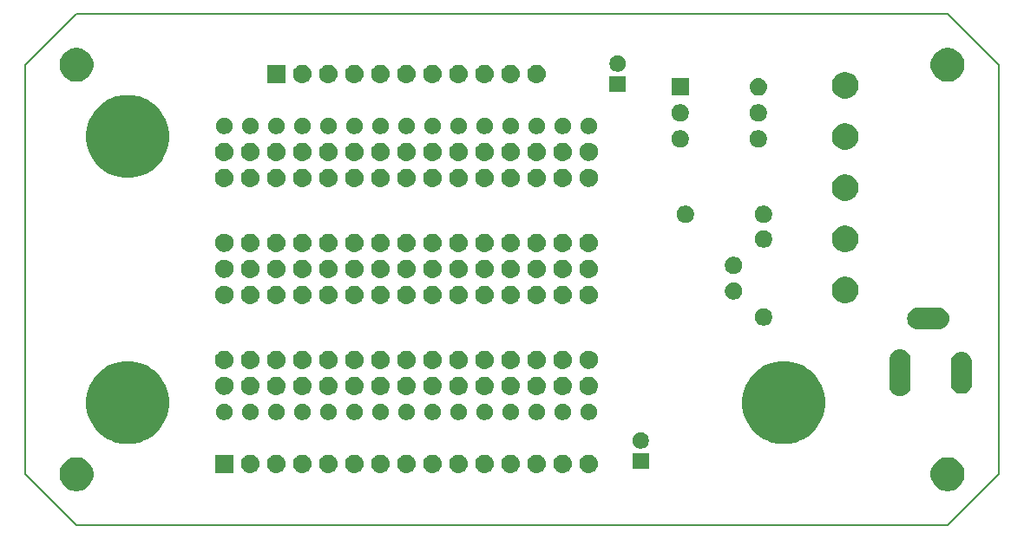
<source format=gbs>
G04 #@! TF.GenerationSoftware,KiCad,Pcbnew,5.0.2-bee76a0~70~ubuntu16.04.1*
G04 #@! TF.CreationDate,2019-03-06T16:09:25+01:00*
G04 #@! TF.ProjectId,Metering,4d657465-7269-46e6-972e-6b696361645f,rev?*
G04 #@! TF.SameCoordinates,Original*
G04 #@! TF.FileFunction,Soldermask,Bot*
G04 #@! TF.FilePolarity,Negative*
%FSLAX46Y46*%
G04 Gerber Fmt 4.6, Leading zero omitted, Abs format (unit mm)*
G04 Created by KiCad (PCBNEW 5.0.2-bee76a0~70~ubuntu16.04.1) date Mi 06 Mär 2019 16:09:25 CET*
%MOMM*%
%LPD*%
G01*
G04 APERTURE LIST*
%ADD10C,0.150000*%
%ADD11C,0.100000*%
G04 APERTURE END LIST*
D10*
X105000000Y-95000000D02*
X110000000Y-100000000D01*
X105000000Y-55000000D02*
X110000000Y-50000000D01*
X195000000Y-100000000D02*
X200000000Y-95000000D01*
X195000000Y-50000000D02*
X200000000Y-55000000D01*
X105000000Y-95000000D02*
X105000000Y-55000000D01*
X195000000Y-100000000D02*
X110000000Y-100000000D01*
X200000000Y-55000000D02*
X200000000Y-95000000D01*
X110000000Y-50000000D02*
X195000000Y-50000000D01*
D11*
G36*
X195375256Y-93391298D02*
X195481579Y-93412447D01*
X195782042Y-93536903D01*
X195926660Y-93633534D01*
X196052454Y-93717587D01*
X196282413Y-93947546D01*
X196282415Y-93947549D01*
X196463097Y-94217958D01*
X196572877Y-94482989D01*
X196587553Y-94518422D01*
X196651000Y-94837389D01*
X196651000Y-95162611D01*
X196587553Y-95481578D01*
X196463098Y-95782040D01*
X196282413Y-96052454D01*
X196052454Y-96282413D01*
X196052451Y-96282415D01*
X195782042Y-96463097D01*
X195481579Y-96587553D01*
X195375256Y-96608702D01*
X195162611Y-96651000D01*
X194837389Y-96651000D01*
X194624744Y-96608702D01*
X194518421Y-96587553D01*
X194217958Y-96463097D01*
X193947549Y-96282415D01*
X193947546Y-96282413D01*
X193717587Y-96052454D01*
X193536902Y-95782040D01*
X193412447Y-95481578D01*
X193349000Y-95162611D01*
X193349000Y-94837389D01*
X193412447Y-94518422D01*
X193427124Y-94482989D01*
X193536903Y-94217958D01*
X193717585Y-93947549D01*
X193717587Y-93947546D01*
X193947546Y-93717587D01*
X194073340Y-93633534D01*
X194217958Y-93536903D01*
X194518421Y-93412447D01*
X194624744Y-93391298D01*
X194837389Y-93349000D01*
X195162611Y-93349000D01*
X195375256Y-93391298D01*
X195375256Y-93391298D01*
G37*
G36*
X110375256Y-93391298D02*
X110481579Y-93412447D01*
X110782042Y-93536903D01*
X110926660Y-93633534D01*
X111052454Y-93717587D01*
X111282413Y-93947546D01*
X111282415Y-93947549D01*
X111463097Y-94217958D01*
X111572877Y-94482989D01*
X111587553Y-94518422D01*
X111651000Y-94837389D01*
X111651000Y-95162611D01*
X111587553Y-95481578D01*
X111463098Y-95782040D01*
X111282413Y-96052454D01*
X111052454Y-96282413D01*
X111052451Y-96282415D01*
X110782042Y-96463097D01*
X110481579Y-96587553D01*
X110375256Y-96608702D01*
X110162611Y-96651000D01*
X109837389Y-96651000D01*
X109624744Y-96608702D01*
X109518421Y-96587553D01*
X109217958Y-96463097D01*
X108947549Y-96282415D01*
X108947546Y-96282413D01*
X108717587Y-96052454D01*
X108536902Y-95782040D01*
X108412447Y-95481578D01*
X108349000Y-95162611D01*
X108349000Y-94837389D01*
X108412447Y-94518422D01*
X108427124Y-94482989D01*
X108536903Y-94217958D01*
X108717585Y-93947549D01*
X108717587Y-93947546D01*
X108947546Y-93717587D01*
X109073340Y-93633534D01*
X109217958Y-93536903D01*
X109518421Y-93412447D01*
X109624744Y-93391298D01*
X109837389Y-93349000D01*
X110162611Y-93349000D01*
X110375256Y-93391298D01*
X110375256Y-93391298D01*
G37*
G36*
X129610443Y-93085519D02*
X129676627Y-93092037D01*
X129789853Y-93126384D01*
X129846467Y-93143557D01*
X129985087Y-93217652D01*
X130002991Y-93227222D01*
X130038729Y-93256552D01*
X130140186Y-93339814D01*
X130199793Y-93412447D01*
X130252778Y-93477009D01*
X130252779Y-93477011D01*
X130336443Y-93633533D01*
X130336443Y-93633534D01*
X130387963Y-93803373D01*
X130405359Y-93980000D01*
X130387963Y-94156627D01*
X130369358Y-94217958D01*
X130336443Y-94326467D01*
X130262348Y-94465087D01*
X130252778Y-94482991D01*
X130229791Y-94511000D01*
X130140186Y-94620186D01*
X130038729Y-94703448D01*
X130002991Y-94732778D01*
X130002989Y-94732779D01*
X129846467Y-94816443D01*
X129789853Y-94833616D01*
X129676627Y-94867963D01*
X129610443Y-94874481D01*
X129544260Y-94881000D01*
X129455740Y-94881000D01*
X129389557Y-94874481D01*
X129323373Y-94867963D01*
X129210147Y-94833616D01*
X129153533Y-94816443D01*
X128997011Y-94732779D01*
X128997009Y-94732778D01*
X128961271Y-94703448D01*
X128859814Y-94620186D01*
X128770209Y-94511000D01*
X128747222Y-94482991D01*
X128737652Y-94465087D01*
X128663557Y-94326467D01*
X128630642Y-94217958D01*
X128612037Y-94156627D01*
X128594641Y-93980000D01*
X128612037Y-93803373D01*
X128663557Y-93633534D01*
X128663557Y-93633533D01*
X128747221Y-93477011D01*
X128747222Y-93477009D01*
X128800207Y-93412447D01*
X128859814Y-93339814D01*
X128961271Y-93256552D01*
X128997009Y-93227222D01*
X129014913Y-93217652D01*
X129153533Y-93143557D01*
X129210147Y-93126384D01*
X129323373Y-93092037D01*
X129389557Y-93085519D01*
X129455740Y-93079000D01*
X129544260Y-93079000D01*
X129610443Y-93085519D01*
X129610443Y-93085519D01*
G37*
G36*
X125321000Y-94881000D02*
X123519000Y-94881000D01*
X123519000Y-93079000D01*
X125321000Y-93079000D01*
X125321000Y-94881000D01*
X125321000Y-94881000D01*
G37*
G36*
X127070443Y-93085519D02*
X127136627Y-93092037D01*
X127249853Y-93126384D01*
X127306467Y-93143557D01*
X127445087Y-93217652D01*
X127462991Y-93227222D01*
X127498729Y-93256552D01*
X127600186Y-93339814D01*
X127659793Y-93412447D01*
X127712778Y-93477009D01*
X127712779Y-93477011D01*
X127796443Y-93633533D01*
X127796443Y-93633534D01*
X127847963Y-93803373D01*
X127865359Y-93980000D01*
X127847963Y-94156627D01*
X127829358Y-94217958D01*
X127796443Y-94326467D01*
X127722348Y-94465087D01*
X127712778Y-94482991D01*
X127689791Y-94511000D01*
X127600186Y-94620186D01*
X127498729Y-94703448D01*
X127462991Y-94732778D01*
X127462989Y-94732779D01*
X127306467Y-94816443D01*
X127249853Y-94833616D01*
X127136627Y-94867963D01*
X127070443Y-94874481D01*
X127004260Y-94881000D01*
X126915740Y-94881000D01*
X126849557Y-94874481D01*
X126783373Y-94867963D01*
X126670147Y-94833616D01*
X126613533Y-94816443D01*
X126457011Y-94732779D01*
X126457009Y-94732778D01*
X126421271Y-94703448D01*
X126319814Y-94620186D01*
X126230209Y-94511000D01*
X126207222Y-94482991D01*
X126197652Y-94465087D01*
X126123557Y-94326467D01*
X126090642Y-94217958D01*
X126072037Y-94156627D01*
X126054641Y-93980000D01*
X126072037Y-93803373D01*
X126123557Y-93633534D01*
X126123557Y-93633533D01*
X126207221Y-93477011D01*
X126207222Y-93477009D01*
X126260207Y-93412447D01*
X126319814Y-93339814D01*
X126421271Y-93256552D01*
X126457009Y-93227222D01*
X126474913Y-93217652D01*
X126613533Y-93143557D01*
X126670147Y-93126384D01*
X126783373Y-93092037D01*
X126849557Y-93085519D01*
X126915740Y-93079000D01*
X127004260Y-93079000D01*
X127070443Y-93085519D01*
X127070443Y-93085519D01*
G37*
G36*
X132150443Y-93085519D02*
X132216627Y-93092037D01*
X132329853Y-93126384D01*
X132386467Y-93143557D01*
X132525087Y-93217652D01*
X132542991Y-93227222D01*
X132578729Y-93256552D01*
X132680186Y-93339814D01*
X132739793Y-93412447D01*
X132792778Y-93477009D01*
X132792779Y-93477011D01*
X132876443Y-93633533D01*
X132876443Y-93633534D01*
X132927963Y-93803373D01*
X132945359Y-93980000D01*
X132927963Y-94156627D01*
X132909358Y-94217958D01*
X132876443Y-94326467D01*
X132802348Y-94465087D01*
X132792778Y-94482991D01*
X132769791Y-94511000D01*
X132680186Y-94620186D01*
X132578729Y-94703448D01*
X132542991Y-94732778D01*
X132542989Y-94732779D01*
X132386467Y-94816443D01*
X132329853Y-94833616D01*
X132216627Y-94867963D01*
X132150443Y-94874481D01*
X132084260Y-94881000D01*
X131995740Y-94881000D01*
X131929557Y-94874481D01*
X131863373Y-94867963D01*
X131750147Y-94833616D01*
X131693533Y-94816443D01*
X131537011Y-94732779D01*
X131537009Y-94732778D01*
X131501271Y-94703448D01*
X131399814Y-94620186D01*
X131310209Y-94511000D01*
X131287222Y-94482991D01*
X131277652Y-94465087D01*
X131203557Y-94326467D01*
X131170642Y-94217958D01*
X131152037Y-94156627D01*
X131134641Y-93980000D01*
X131152037Y-93803373D01*
X131203557Y-93633534D01*
X131203557Y-93633533D01*
X131287221Y-93477011D01*
X131287222Y-93477009D01*
X131340207Y-93412447D01*
X131399814Y-93339814D01*
X131501271Y-93256552D01*
X131537009Y-93227222D01*
X131554913Y-93217652D01*
X131693533Y-93143557D01*
X131750147Y-93126384D01*
X131863373Y-93092037D01*
X131929557Y-93085519D01*
X131995740Y-93079000D01*
X132084260Y-93079000D01*
X132150443Y-93085519D01*
X132150443Y-93085519D01*
G37*
G36*
X134690443Y-93085519D02*
X134756627Y-93092037D01*
X134869853Y-93126384D01*
X134926467Y-93143557D01*
X135065087Y-93217652D01*
X135082991Y-93227222D01*
X135118729Y-93256552D01*
X135220186Y-93339814D01*
X135279793Y-93412447D01*
X135332778Y-93477009D01*
X135332779Y-93477011D01*
X135416443Y-93633533D01*
X135416443Y-93633534D01*
X135467963Y-93803373D01*
X135485359Y-93980000D01*
X135467963Y-94156627D01*
X135449358Y-94217958D01*
X135416443Y-94326467D01*
X135342348Y-94465087D01*
X135332778Y-94482991D01*
X135309791Y-94511000D01*
X135220186Y-94620186D01*
X135118729Y-94703448D01*
X135082991Y-94732778D01*
X135082989Y-94732779D01*
X134926467Y-94816443D01*
X134869853Y-94833616D01*
X134756627Y-94867963D01*
X134690443Y-94874481D01*
X134624260Y-94881000D01*
X134535740Y-94881000D01*
X134469557Y-94874481D01*
X134403373Y-94867963D01*
X134290147Y-94833616D01*
X134233533Y-94816443D01*
X134077011Y-94732779D01*
X134077009Y-94732778D01*
X134041271Y-94703448D01*
X133939814Y-94620186D01*
X133850209Y-94511000D01*
X133827222Y-94482991D01*
X133817652Y-94465087D01*
X133743557Y-94326467D01*
X133710642Y-94217958D01*
X133692037Y-94156627D01*
X133674641Y-93980000D01*
X133692037Y-93803373D01*
X133743557Y-93633534D01*
X133743557Y-93633533D01*
X133827221Y-93477011D01*
X133827222Y-93477009D01*
X133880207Y-93412447D01*
X133939814Y-93339814D01*
X134041271Y-93256552D01*
X134077009Y-93227222D01*
X134094913Y-93217652D01*
X134233533Y-93143557D01*
X134290147Y-93126384D01*
X134403373Y-93092037D01*
X134469557Y-93085519D01*
X134535740Y-93079000D01*
X134624260Y-93079000D01*
X134690443Y-93085519D01*
X134690443Y-93085519D01*
G37*
G36*
X137230443Y-93085519D02*
X137296627Y-93092037D01*
X137409853Y-93126384D01*
X137466467Y-93143557D01*
X137605087Y-93217652D01*
X137622991Y-93227222D01*
X137658729Y-93256552D01*
X137760186Y-93339814D01*
X137819793Y-93412447D01*
X137872778Y-93477009D01*
X137872779Y-93477011D01*
X137956443Y-93633533D01*
X137956443Y-93633534D01*
X138007963Y-93803373D01*
X138025359Y-93980000D01*
X138007963Y-94156627D01*
X137989358Y-94217958D01*
X137956443Y-94326467D01*
X137882348Y-94465087D01*
X137872778Y-94482991D01*
X137849791Y-94511000D01*
X137760186Y-94620186D01*
X137658729Y-94703448D01*
X137622991Y-94732778D01*
X137622989Y-94732779D01*
X137466467Y-94816443D01*
X137409853Y-94833616D01*
X137296627Y-94867963D01*
X137230443Y-94874481D01*
X137164260Y-94881000D01*
X137075740Y-94881000D01*
X137009557Y-94874481D01*
X136943373Y-94867963D01*
X136830147Y-94833616D01*
X136773533Y-94816443D01*
X136617011Y-94732779D01*
X136617009Y-94732778D01*
X136581271Y-94703448D01*
X136479814Y-94620186D01*
X136390209Y-94511000D01*
X136367222Y-94482991D01*
X136357652Y-94465087D01*
X136283557Y-94326467D01*
X136250642Y-94217958D01*
X136232037Y-94156627D01*
X136214641Y-93980000D01*
X136232037Y-93803373D01*
X136283557Y-93633534D01*
X136283557Y-93633533D01*
X136367221Y-93477011D01*
X136367222Y-93477009D01*
X136420207Y-93412447D01*
X136479814Y-93339814D01*
X136581271Y-93256552D01*
X136617009Y-93227222D01*
X136634913Y-93217652D01*
X136773533Y-93143557D01*
X136830147Y-93126384D01*
X136943373Y-93092037D01*
X137009557Y-93085519D01*
X137075740Y-93079000D01*
X137164260Y-93079000D01*
X137230443Y-93085519D01*
X137230443Y-93085519D01*
G37*
G36*
X139770443Y-93085519D02*
X139836627Y-93092037D01*
X139949853Y-93126384D01*
X140006467Y-93143557D01*
X140145087Y-93217652D01*
X140162991Y-93227222D01*
X140198729Y-93256552D01*
X140300186Y-93339814D01*
X140359793Y-93412447D01*
X140412778Y-93477009D01*
X140412779Y-93477011D01*
X140496443Y-93633533D01*
X140496443Y-93633534D01*
X140547963Y-93803373D01*
X140565359Y-93980000D01*
X140547963Y-94156627D01*
X140529358Y-94217958D01*
X140496443Y-94326467D01*
X140422348Y-94465087D01*
X140412778Y-94482991D01*
X140389791Y-94511000D01*
X140300186Y-94620186D01*
X140198729Y-94703448D01*
X140162991Y-94732778D01*
X140162989Y-94732779D01*
X140006467Y-94816443D01*
X139949853Y-94833616D01*
X139836627Y-94867963D01*
X139770443Y-94874481D01*
X139704260Y-94881000D01*
X139615740Y-94881000D01*
X139549557Y-94874481D01*
X139483373Y-94867963D01*
X139370147Y-94833616D01*
X139313533Y-94816443D01*
X139157011Y-94732779D01*
X139157009Y-94732778D01*
X139121271Y-94703448D01*
X139019814Y-94620186D01*
X138930209Y-94511000D01*
X138907222Y-94482991D01*
X138897652Y-94465087D01*
X138823557Y-94326467D01*
X138790642Y-94217958D01*
X138772037Y-94156627D01*
X138754641Y-93980000D01*
X138772037Y-93803373D01*
X138823557Y-93633534D01*
X138823557Y-93633533D01*
X138907221Y-93477011D01*
X138907222Y-93477009D01*
X138960207Y-93412447D01*
X139019814Y-93339814D01*
X139121271Y-93256552D01*
X139157009Y-93227222D01*
X139174913Y-93217652D01*
X139313533Y-93143557D01*
X139370147Y-93126384D01*
X139483373Y-93092037D01*
X139549557Y-93085519D01*
X139615740Y-93079000D01*
X139704260Y-93079000D01*
X139770443Y-93085519D01*
X139770443Y-93085519D01*
G37*
G36*
X147390443Y-93085519D02*
X147456627Y-93092037D01*
X147569853Y-93126384D01*
X147626467Y-93143557D01*
X147765087Y-93217652D01*
X147782991Y-93227222D01*
X147818729Y-93256552D01*
X147920186Y-93339814D01*
X147979793Y-93412447D01*
X148032778Y-93477009D01*
X148032779Y-93477011D01*
X148116443Y-93633533D01*
X148116443Y-93633534D01*
X148167963Y-93803373D01*
X148185359Y-93980000D01*
X148167963Y-94156627D01*
X148149358Y-94217958D01*
X148116443Y-94326467D01*
X148042348Y-94465087D01*
X148032778Y-94482991D01*
X148009791Y-94511000D01*
X147920186Y-94620186D01*
X147818729Y-94703448D01*
X147782991Y-94732778D01*
X147782989Y-94732779D01*
X147626467Y-94816443D01*
X147569853Y-94833616D01*
X147456627Y-94867963D01*
X147390443Y-94874481D01*
X147324260Y-94881000D01*
X147235740Y-94881000D01*
X147169557Y-94874481D01*
X147103373Y-94867963D01*
X146990147Y-94833616D01*
X146933533Y-94816443D01*
X146777011Y-94732779D01*
X146777009Y-94732778D01*
X146741271Y-94703448D01*
X146639814Y-94620186D01*
X146550209Y-94511000D01*
X146527222Y-94482991D01*
X146517652Y-94465087D01*
X146443557Y-94326467D01*
X146410642Y-94217958D01*
X146392037Y-94156627D01*
X146374641Y-93980000D01*
X146392037Y-93803373D01*
X146443557Y-93633534D01*
X146443557Y-93633533D01*
X146527221Y-93477011D01*
X146527222Y-93477009D01*
X146580207Y-93412447D01*
X146639814Y-93339814D01*
X146741271Y-93256552D01*
X146777009Y-93227222D01*
X146794913Y-93217652D01*
X146933533Y-93143557D01*
X146990147Y-93126384D01*
X147103373Y-93092037D01*
X147169557Y-93085519D01*
X147235740Y-93079000D01*
X147324260Y-93079000D01*
X147390443Y-93085519D01*
X147390443Y-93085519D01*
G37*
G36*
X149930443Y-93085519D02*
X149996627Y-93092037D01*
X150109853Y-93126384D01*
X150166467Y-93143557D01*
X150305087Y-93217652D01*
X150322991Y-93227222D01*
X150358729Y-93256552D01*
X150460186Y-93339814D01*
X150519793Y-93412447D01*
X150572778Y-93477009D01*
X150572779Y-93477011D01*
X150656443Y-93633533D01*
X150656443Y-93633534D01*
X150707963Y-93803373D01*
X150725359Y-93980000D01*
X150707963Y-94156627D01*
X150689358Y-94217958D01*
X150656443Y-94326467D01*
X150582348Y-94465087D01*
X150572778Y-94482991D01*
X150549791Y-94511000D01*
X150460186Y-94620186D01*
X150358729Y-94703448D01*
X150322991Y-94732778D01*
X150322989Y-94732779D01*
X150166467Y-94816443D01*
X150109853Y-94833616D01*
X149996627Y-94867963D01*
X149930443Y-94874481D01*
X149864260Y-94881000D01*
X149775740Y-94881000D01*
X149709557Y-94874481D01*
X149643373Y-94867963D01*
X149530147Y-94833616D01*
X149473533Y-94816443D01*
X149317011Y-94732779D01*
X149317009Y-94732778D01*
X149281271Y-94703448D01*
X149179814Y-94620186D01*
X149090209Y-94511000D01*
X149067222Y-94482991D01*
X149057652Y-94465087D01*
X148983557Y-94326467D01*
X148950642Y-94217958D01*
X148932037Y-94156627D01*
X148914641Y-93980000D01*
X148932037Y-93803373D01*
X148983557Y-93633534D01*
X148983557Y-93633533D01*
X149067221Y-93477011D01*
X149067222Y-93477009D01*
X149120207Y-93412447D01*
X149179814Y-93339814D01*
X149281271Y-93256552D01*
X149317009Y-93227222D01*
X149334913Y-93217652D01*
X149473533Y-93143557D01*
X149530147Y-93126384D01*
X149643373Y-93092037D01*
X149709557Y-93085519D01*
X149775740Y-93079000D01*
X149864260Y-93079000D01*
X149930443Y-93085519D01*
X149930443Y-93085519D01*
G37*
G36*
X152470443Y-93085519D02*
X152536627Y-93092037D01*
X152649853Y-93126384D01*
X152706467Y-93143557D01*
X152845087Y-93217652D01*
X152862991Y-93227222D01*
X152898729Y-93256552D01*
X153000186Y-93339814D01*
X153059793Y-93412447D01*
X153112778Y-93477009D01*
X153112779Y-93477011D01*
X153196443Y-93633533D01*
X153196443Y-93633534D01*
X153247963Y-93803373D01*
X153265359Y-93980000D01*
X153247963Y-94156627D01*
X153229358Y-94217958D01*
X153196443Y-94326467D01*
X153122348Y-94465087D01*
X153112778Y-94482991D01*
X153089791Y-94511000D01*
X153000186Y-94620186D01*
X152898729Y-94703448D01*
X152862991Y-94732778D01*
X152862989Y-94732779D01*
X152706467Y-94816443D01*
X152649853Y-94833616D01*
X152536627Y-94867963D01*
X152470443Y-94874481D01*
X152404260Y-94881000D01*
X152315740Y-94881000D01*
X152249557Y-94874481D01*
X152183373Y-94867963D01*
X152070147Y-94833616D01*
X152013533Y-94816443D01*
X151857011Y-94732779D01*
X151857009Y-94732778D01*
X151821271Y-94703448D01*
X151719814Y-94620186D01*
X151630209Y-94511000D01*
X151607222Y-94482991D01*
X151597652Y-94465087D01*
X151523557Y-94326467D01*
X151490642Y-94217958D01*
X151472037Y-94156627D01*
X151454641Y-93980000D01*
X151472037Y-93803373D01*
X151523557Y-93633534D01*
X151523557Y-93633533D01*
X151607221Y-93477011D01*
X151607222Y-93477009D01*
X151660207Y-93412447D01*
X151719814Y-93339814D01*
X151821271Y-93256552D01*
X151857009Y-93227222D01*
X151874913Y-93217652D01*
X152013533Y-93143557D01*
X152070147Y-93126384D01*
X152183373Y-93092037D01*
X152249557Y-93085519D01*
X152315740Y-93079000D01*
X152404260Y-93079000D01*
X152470443Y-93085519D01*
X152470443Y-93085519D01*
G37*
G36*
X155010443Y-93085519D02*
X155076627Y-93092037D01*
X155189853Y-93126384D01*
X155246467Y-93143557D01*
X155385087Y-93217652D01*
X155402991Y-93227222D01*
X155438729Y-93256552D01*
X155540186Y-93339814D01*
X155599793Y-93412447D01*
X155652778Y-93477009D01*
X155652779Y-93477011D01*
X155736443Y-93633533D01*
X155736443Y-93633534D01*
X155787963Y-93803373D01*
X155805359Y-93980000D01*
X155787963Y-94156627D01*
X155769358Y-94217958D01*
X155736443Y-94326467D01*
X155662348Y-94465087D01*
X155652778Y-94482991D01*
X155629791Y-94511000D01*
X155540186Y-94620186D01*
X155438729Y-94703448D01*
X155402991Y-94732778D01*
X155402989Y-94732779D01*
X155246467Y-94816443D01*
X155189853Y-94833616D01*
X155076627Y-94867963D01*
X155010443Y-94874481D01*
X154944260Y-94881000D01*
X154855740Y-94881000D01*
X154789557Y-94874481D01*
X154723373Y-94867963D01*
X154610147Y-94833616D01*
X154553533Y-94816443D01*
X154397011Y-94732779D01*
X154397009Y-94732778D01*
X154361271Y-94703448D01*
X154259814Y-94620186D01*
X154170209Y-94511000D01*
X154147222Y-94482991D01*
X154137652Y-94465087D01*
X154063557Y-94326467D01*
X154030642Y-94217958D01*
X154012037Y-94156627D01*
X153994641Y-93980000D01*
X154012037Y-93803373D01*
X154063557Y-93633534D01*
X154063557Y-93633533D01*
X154147221Y-93477011D01*
X154147222Y-93477009D01*
X154200207Y-93412447D01*
X154259814Y-93339814D01*
X154361271Y-93256552D01*
X154397009Y-93227222D01*
X154414913Y-93217652D01*
X154553533Y-93143557D01*
X154610147Y-93126384D01*
X154723373Y-93092037D01*
X154789557Y-93085519D01*
X154855740Y-93079000D01*
X154944260Y-93079000D01*
X155010443Y-93085519D01*
X155010443Y-93085519D01*
G37*
G36*
X142310443Y-93085519D02*
X142376627Y-93092037D01*
X142489853Y-93126384D01*
X142546467Y-93143557D01*
X142685087Y-93217652D01*
X142702991Y-93227222D01*
X142738729Y-93256552D01*
X142840186Y-93339814D01*
X142899793Y-93412447D01*
X142952778Y-93477009D01*
X142952779Y-93477011D01*
X143036443Y-93633533D01*
X143036443Y-93633534D01*
X143087963Y-93803373D01*
X143105359Y-93980000D01*
X143087963Y-94156627D01*
X143069358Y-94217958D01*
X143036443Y-94326467D01*
X142962348Y-94465087D01*
X142952778Y-94482991D01*
X142929791Y-94511000D01*
X142840186Y-94620186D01*
X142738729Y-94703448D01*
X142702991Y-94732778D01*
X142702989Y-94732779D01*
X142546467Y-94816443D01*
X142489853Y-94833616D01*
X142376627Y-94867963D01*
X142310443Y-94874481D01*
X142244260Y-94881000D01*
X142155740Y-94881000D01*
X142089557Y-94874481D01*
X142023373Y-94867963D01*
X141910147Y-94833616D01*
X141853533Y-94816443D01*
X141697011Y-94732779D01*
X141697009Y-94732778D01*
X141661271Y-94703448D01*
X141559814Y-94620186D01*
X141470209Y-94511000D01*
X141447222Y-94482991D01*
X141437652Y-94465087D01*
X141363557Y-94326467D01*
X141330642Y-94217958D01*
X141312037Y-94156627D01*
X141294641Y-93980000D01*
X141312037Y-93803373D01*
X141363557Y-93633534D01*
X141363557Y-93633533D01*
X141447221Y-93477011D01*
X141447222Y-93477009D01*
X141500207Y-93412447D01*
X141559814Y-93339814D01*
X141661271Y-93256552D01*
X141697009Y-93227222D01*
X141714913Y-93217652D01*
X141853533Y-93143557D01*
X141910147Y-93126384D01*
X142023373Y-93092037D01*
X142089557Y-93085519D01*
X142155740Y-93079000D01*
X142244260Y-93079000D01*
X142310443Y-93085519D01*
X142310443Y-93085519D01*
G37*
G36*
X160090443Y-93085519D02*
X160156627Y-93092037D01*
X160269853Y-93126384D01*
X160326467Y-93143557D01*
X160465087Y-93217652D01*
X160482991Y-93227222D01*
X160518729Y-93256552D01*
X160620186Y-93339814D01*
X160679793Y-93412447D01*
X160732778Y-93477009D01*
X160732779Y-93477011D01*
X160816443Y-93633533D01*
X160816443Y-93633534D01*
X160867963Y-93803373D01*
X160885359Y-93980000D01*
X160867963Y-94156627D01*
X160849358Y-94217958D01*
X160816443Y-94326467D01*
X160742348Y-94465087D01*
X160732778Y-94482991D01*
X160709791Y-94511000D01*
X160620186Y-94620186D01*
X160518729Y-94703448D01*
X160482991Y-94732778D01*
X160482989Y-94732779D01*
X160326467Y-94816443D01*
X160269853Y-94833616D01*
X160156627Y-94867963D01*
X160090443Y-94874481D01*
X160024260Y-94881000D01*
X159935740Y-94881000D01*
X159869557Y-94874481D01*
X159803373Y-94867963D01*
X159690147Y-94833616D01*
X159633533Y-94816443D01*
X159477011Y-94732779D01*
X159477009Y-94732778D01*
X159441271Y-94703448D01*
X159339814Y-94620186D01*
X159250209Y-94511000D01*
X159227222Y-94482991D01*
X159217652Y-94465087D01*
X159143557Y-94326467D01*
X159110642Y-94217958D01*
X159092037Y-94156627D01*
X159074641Y-93980000D01*
X159092037Y-93803373D01*
X159143557Y-93633534D01*
X159143557Y-93633533D01*
X159227221Y-93477011D01*
X159227222Y-93477009D01*
X159280207Y-93412447D01*
X159339814Y-93339814D01*
X159441271Y-93256552D01*
X159477009Y-93227222D01*
X159494913Y-93217652D01*
X159633533Y-93143557D01*
X159690147Y-93126384D01*
X159803373Y-93092037D01*
X159869557Y-93085519D01*
X159935740Y-93079000D01*
X160024260Y-93079000D01*
X160090443Y-93085519D01*
X160090443Y-93085519D01*
G37*
G36*
X157550443Y-93085519D02*
X157616627Y-93092037D01*
X157729853Y-93126384D01*
X157786467Y-93143557D01*
X157925087Y-93217652D01*
X157942991Y-93227222D01*
X157978729Y-93256552D01*
X158080186Y-93339814D01*
X158139793Y-93412447D01*
X158192778Y-93477009D01*
X158192779Y-93477011D01*
X158276443Y-93633533D01*
X158276443Y-93633534D01*
X158327963Y-93803373D01*
X158345359Y-93980000D01*
X158327963Y-94156627D01*
X158309358Y-94217958D01*
X158276443Y-94326467D01*
X158202348Y-94465087D01*
X158192778Y-94482991D01*
X158169791Y-94511000D01*
X158080186Y-94620186D01*
X157978729Y-94703448D01*
X157942991Y-94732778D01*
X157942989Y-94732779D01*
X157786467Y-94816443D01*
X157729853Y-94833616D01*
X157616627Y-94867963D01*
X157550443Y-94874481D01*
X157484260Y-94881000D01*
X157395740Y-94881000D01*
X157329557Y-94874481D01*
X157263373Y-94867963D01*
X157150147Y-94833616D01*
X157093533Y-94816443D01*
X156937011Y-94732779D01*
X156937009Y-94732778D01*
X156901271Y-94703448D01*
X156799814Y-94620186D01*
X156710209Y-94511000D01*
X156687222Y-94482991D01*
X156677652Y-94465087D01*
X156603557Y-94326467D01*
X156570642Y-94217958D01*
X156552037Y-94156627D01*
X156534641Y-93980000D01*
X156552037Y-93803373D01*
X156603557Y-93633534D01*
X156603557Y-93633533D01*
X156687221Y-93477011D01*
X156687222Y-93477009D01*
X156740207Y-93412447D01*
X156799814Y-93339814D01*
X156901271Y-93256552D01*
X156937009Y-93227222D01*
X156954913Y-93217652D01*
X157093533Y-93143557D01*
X157150147Y-93126384D01*
X157263373Y-93092037D01*
X157329557Y-93085519D01*
X157395740Y-93079000D01*
X157484260Y-93079000D01*
X157550443Y-93085519D01*
X157550443Y-93085519D01*
G37*
G36*
X144850443Y-93085519D02*
X144916627Y-93092037D01*
X145029853Y-93126384D01*
X145086467Y-93143557D01*
X145225087Y-93217652D01*
X145242991Y-93227222D01*
X145278729Y-93256552D01*
X145380186Y-93339814D01*
X145439793Y-93412447D01*
X145492778Y-93477009D01*
X145492779Y-93477011D01*
X145576443Y-93633533D01*
X145576443Y-93633534D01*
X145627963Y-93803373D01*
X145645359Y-93980000D01*
X145627963Y-94156627D01*
X145609358Y-94217958D01*
X145576443Y-94326467D01*
X145502348Y-94465087D01*
X145492778Y-94482991D01*
X145469791Y-94511000D01*
X145380186Y-94620186D01*
X145278729Y-94703448D01*
X145242991Y-94732778D01*
X145242989Y-94732779D01*
X145086467Y-94816443D01*
X145029853Y-94833616D01*
X144916627Y-94867963D01*
X144850443Y-94874481D01*
X144784260Y-94881000D01*
X144695740Y-94881000D01*
X144629557Y-94874481D01*
X144563373Y-94867963D01*
X144450147Y-94833616D01*
X144393533Y-94816443D01*
X144237011Y-94732779D01*
X144237009Y-94732778D01*
X144201271Y-94703448D01*
X144099814Y-94620186D01*
X144010209Y-94511000D01*
X143987222Y-94482991D01*
X143977652Y-94465087D01*
X143903557Y-94326467D01*
X143870642Y-94217958D01*
X143852037Y-94156627D01*
X143834641Y-93980000D01*
X143852037Y-93803373D01*
X143903557Y-93633534D01*
X143903557Y-93633533D01*
X143987221Y-93477011D01*
X143987222Y-93477009D01*
X144040207Y-93412447D01*
X144099814Y-93339814D01*
X144201271Y-93256552D01*
X144237009Y-93227222D01*
X144254913Y-93217652D01*
X144393533Y-93143557D01*
X144450147Y-93126384D01*
X144563373Y-93092037D01*
X144629557Y-93085519D01*
X144695740Y-93079000D01*
X144784260Y-93079000D01*
X144850443Y-93085519D01*
X144850443Y-93085519D01*
G37*
G36*
X165861000Y-94511000D02*
X164259000Y-94511000D01*
X164259000Y-92909000D01*
X165861000Y-92909000D01*
X165861000Y-94511000D01*
X165861000Y-94511000D01*
G37*
G36*
X165293643Y-90939781D02*
X165439415Y-91000162D01*
X165570611Y-91087824D01*
X165682176Y-91199389D01*
X165769838Y-91330585D01*
X165830219Y-91476357D01*
X165861000Y-91631107D01*
X165861000Y-91788893D01*
X165830219Y-91943643D01*
X165769838Y-92089415D01*
X165682176Y-92220611D01*
X165570611Y-92332176D01*
X165439415Y-92419838D01*
X165293643Y-92480219D01*
X165138893Y-92511000D01*
X164981107Y-92511000D01*
X164826357Y-92480219D01*
X164680585Y-92419838D01*
X164549389Y-92332176D01*
X164437824Y-92220611D01*
X164350162Y-92089415D01*
X164289781Y-91943643D01*
X164259000Y-91788893D01*
X164259000Y-91631107D01*
X164289781Y-91476357D01*
X164350162Y-91330585D01*
X164437824Y-91199389D01*
X164549389Y-91087824D01*
X164680585Y-91000162D01*
X164826357Y-90939781D01*
X164981107Y-90909000D01*
X165138893Y-90909000D01*
X165293643Y-90939781D01*
X165293643Y-90939781D01*
G37*
G36*
X116181632Y-84104677D02*
X116524708Y-84246784D01*
X116918868Y-84410050D01*
X117364726Y-84707963D01*
X117582365Y-84853385D01*
X118146615Y-85417635D01*
X118146617Y-85417638D01*
X118589950Y-86081132D01*
X118632300Y-86183375D01*
X118895323Y-86818368D01*
X119051000Y-87601010D01*
X119051000Y-88398990D01*
X118895323Y-89181632D01*
X118797309Y-89418258D01*
X118589950Y-89918868D01*
X118149606Y-90577889D01*
X118146615Y-90582365D01*
X117582365Y-91146615D01*
X117582362Y-91146617D01*
X116918868Y-91589950D01*
X116613495Y-91716439D01*
X116181632Y-91895323D01*
X115398990Y-92051000D01*
X114601010Y-92051000D01*
X113818368Y-91895323D01*
X113386505Y-91716439D01*
X113081132Y-91589950D01*
X112417638Y-91146617D01*
X112417635Y-91146615D01*
X111853385Y-90582365D01*
X111850394Y-90577889D01*
X111410050Y-89918868D01*
X111202691Y-89418258D01*
X111104677Y-89181632D01*
X110949000Y-88398990D01*
X110949000Y-87601010D01*
X111104677Y-86818368D01*
X111367700Y-86183375D01*
X111410050Y-86081132D01*
X111853383Y-85417638D01*
X111853385Y-85417635D01*
X112417635Y-84853385D01*
X112635274Y-84707963D01*
X113081132Y-84410050D01*
X113475292Y-84246784D01*
X113818368Y-84104677D01*
X114601010Y-83949000D01*
X115398990Y-83949000D01*
X116181632Y-84104677D01*
X116181632Y-84104677D01*
G37*
G36*
X180181632Y-84104677D02*
X180524708Y-84246784D01*
X180918868Y-84410050D01*
X181364726Y-84707963D01*
X181582365Y-84853385D01*
X182146615Y-85417635D01*
X182146617Y-85417638D01*
X182589950Y-86081132D01*
X182632300Y-86183375D01*
X182895323Y-86818368D01*
X183051000Y-87601010D01*
X183051000Y-88398990D01*
X182895323Y-89181632D01*
X182797309Y-89418258D01*
X182589950Y-89918868D01*
X182149606Y-90577889D01*
X182146615Y-90582365D01*
X181582365Y-91146615D01*
X181582362Y-91146617D01*
X180918868Y-91589950D01*
X180613495Y-91716439D01*
X180181632Y-91895323D01*
X179398990Y-92051000D01*
X178601010Y-92051000D01*
X177818368Y-91895323D01*
X177386505Y-91716439D01*
X177081132Y-91589950D01*
X176417638Y-91146617D01*
X176417635Y-91146615D01*
X175853385Y-90582365D01*
X175850394Y-90577889D01*
X175410050Y-89918868D01*
X175202691Y-89418258D01*
X175104677Y-89181632D01*
X174949000Y-88398990D01*
X174949000Y-87601010D01*
X175104677Y-86818368D01*
X175367700Y-86183375D01*
X175410050Y-86081132D01*
X175853383Y-85417638D01*
X175853385Y-85417635D01*
X176417635Y-84853385D01*
X176635274Y-84707963D01*
X177081132Y-84410050D01*
X177475292Y-84246784D01*
X177818368Y-84104677D01*
X178601010Y-83949000D01*
X179398990Y-83949000D01*
X180181632Y-84104677D01*
X180181632Y-84104677D01*
G37*
G36*
X127197142Y-88118242D02*
X127345102Y-88179530D01*
X127478258Y-88268502D01*
X127591498Y-88381742D01*
X127680470Y-88514898D01*
X127741758Y-88662858D01*
X127773000Y-88819925D01*
X127773000Y-88980075D01*
X127741758Y-89137142D01*
X127680470Y-89285102D01*
X127591498Y-89418258D01*
X127478258Y-89531498D01*
X127345102Y-89620470D01*
X127197142Y-89681758D01*
X127040075Y-89713000D01*
X126879925Y-89713000D01*
X126722858Y-89681758D01*
X126574898Y-89620470D01*
X126441742Y-89531498D01*
X126328502Y-89418258D01*
X126239530Y-89285102D01*
X126178242Y-89137142D01*
X126147000Y-88980075D01*
X126147000Y-88819925D01*
X126178242Y-88662858D01*
X126239530Y-88514898D01*
X126328502Y-88381742D01*
X126441742Y-88268502D01*
X126574898Y-88179530D01*
X126722858Y-88118242D01*
X126879925Y-88087000D01*
X127040075Y-88087000D01*
X127197142Y-88118242D01*
X127197142Y-88118242D01*
G37*
G36*
X155137142Y-88118242D02*
X155285102Y-88179530D01*
X155418258Y-88268502D01*
X155531498Y-88381742D01*
X155620470Y-88514898D01*
X155681758Y-88662858D01*
X155713000Y-88819925D01*
X155713000Y-88980075D01*
X155681758Y-89137142D01*
X155620470Y-89285102D01*
X155531498Y-89418258D01*
X155418258Y-89531498D01*
X155285102Y-89620470D01*
X155137142Y-89681758D01*
X154980075Y-89713000D01*
X154819925Y-89713000D01*
X154662858Y-89681758D01*
X154514898Y-89620470D01*
X154381742Y-89531498D01*
X154268502Y-89418258D01*
X154179530Y-89285102D01*
X154118242Y-89137142D01*
X154087000Y-88980075D01*
X154087000Y-88819925D01*
X154118242Y-88662858D01*
X154179530Y-88514898D01*
X154268502Y-88381742D01*
X154381742Y-88268502D01*
X154514898Y-88179530D01*
X154662858Y-88118242D01*
X154819925Y-88087000D01*
X154980075Y-88087000D01*
X155137142Y-88118242D01*
X155137142Y-88118242D01*
G37*
G36*
X157677142Y-88118242D02*
X157825102Y-88179530D01*
X157958258Y-88268502D01*
X158071498Y-88381742D01*
X158160470Y-88514898D01*
X158221758Y-88662858D01*
X158253000Y-88819925D01*
X158253000Y-88980075D01*
X158221758Y-89137142D01*
X158160470Y-89285102D01*
X158071498Y-89418258D01*
X157958258Y-89531498D01*
X157825102Y-89620470D01*
X157677142Y-89681758D01*
X157520075Y-89713000D01*
X157359925Y-89713000D01*
X157202858Y-89681758D01*
X157054898Y-89620470D01*
X156921742Y-89531498D01*
X156808502Y-89418258D01*
X156719530Y-89285102D01*
X156658242Y-89137142D01*
X156627000Y-88980075D01*
X156627000Y-88819925D01*
X156658242Y-88662858D01*
X156719530Y-88514898D01*
X156808502Y-88381742D01*
X156921742Y-88268502D01*
X157054898Y-88179530D01*
X157202858Y-88118242D01*
X157359925Y-88087000D01*
X157520075Y-88087000D01*
X157677142Y-88118242D01*
X157677142Y-88118242D01*
G37*
G36*
X150057142Y-88118242D02*
X150205102Y-88179530D01*
X150338258Y-88268502D01*
X150451498Y-88381742D01*
X150540470Y-88514898D01*
X150601758Y-88662858D01*
X150633000Y-88819925D01*
X150633000Y-88980075D01*
X150601758Y-89137142D01*
X150540470Y-89285102D01*
X150451498Y-89418258D01*
X150338258Y-89531498D01*
X150205102Y-89620470D01*
X150057142Y-89681758D01*
X149900075Y-89713000D01*
X149739925Y-89713000D01*
X149582858Y-89681758D01*
X149434898Y-89620470D01*
X149301742Y-89531498D01*
X149188502Y-89418258D01*
X149099530Y-89285102D01*
X149038242Y-89137142D01*
X149007000Y-88980075D01*
X149007000Y-88819925D01*
X149038242Y-88662858D01*
X149099530Y-88514898D01*
X149188502Y-88381742D01*
X149301742Y-88268502D01*
X149434898Y-88179530D01*
X149582858Y-88118242D01*
X149739925Y-88087000D01*
X149900075Y-88087000D01*
X150057142Y-88118242D01*
X150057142Y-88118242D01*
G37*
G36*
X147517142Y-88118242D02*
X147665102Y-88179530D01*
X147798258Y-88268502D01*
X147911498Y-88381742D01*
X148000470Y-88514898D01*
X148061758Y-88662858D01*
X148093000Y-88819925D01*
X148093000Y-88980075D01*
X148061758Y-89137142D01*
X148000470Y-89285102D01*
X147911498Y-89418258D01*
X147798258Y-89531498D01*
X147665102Y-89620470D01*
X147517142Y-89681758D01*
X147360075Y-89713000D01*
X147199925Y-89713000D01*
X147042858Y-89681758D01*
X146894898Y-89620470D01*
X146761742Y-89531498D01*
X146648502Y-89418258D01*
X146559530Y-89285102D01*
X146498242Y-89137142D01*
X146467000Y-88980075D01*
X146467000Y-88819925D01*
X146498242Y-88662858D01*
X146559530Y-88514898D01*
X146648502Y-88381742D01*
X146761742Y-88268502D01*
X146894898Y-88179530D01*
X147042858Y-88118242D01*
X147199925Y-88087000D01*
X147360075Y-88087000D01*
X147517142Y-88118242D01*
X147517142Y-88118242D01*
G37*
G36*
X144977142Y-88118242D02*
X145125102Y-88179530D01*
X145258258Y-88268502D01*
X145371498Y-88381742D01*
X145460470Y-88514898D01*
X145521758Y-88662858D01*
X145553000Y-88819925D01*
X145553000Y-88980075D01*
X145521758Y-89137142D01*
X145460470Y-89285102D01*
X145371498Y-89418258D01*
X145258258Y-89531498D01*
X145125102Y-89620470D01*
X144977142Y-89681758D01*
X144820075Y-89713000D01*
X144659925Y-89713000D01*
X144502858Y-89681758D01*
X144354898Y-89620470D01*
X144221742Y-89531498D01*
X144108502Y-89418258D01*
X144019530Y-89285102D01*
X143958242Y-89137142D01*
X143927000Y-88980075D01*
X143927000Y-88819925D01*
X143958242Y-88662858D01*
X144019530Y-88514898D01*
X144108502Y-88381742D01*
X144221742Y-88268502D01*
X144354898Y-88179530D01*
X144502858Y-88118242D01*
X144659925Y-88087000D01*
X144820075Y-88087000D01*
X144977142Y-88118242D01*
X144977142Y-88118242D01*
G37*
G36*
X142437142Y-88118242D02*
X142585102Y-88179530D01*
X142718258Y-88268502D01*
X142831498Y-88381742D01*
X142920470Y-88514898D01*
X142981758Y-88662858D01*
X143013000Y-88819925D01*
X143013000Y-88980075D01*
X142981758Y-89137142D01*
X142920470Y-89285102D01*
X142831498Y-89418258D01*
X142718258Y-89531498D01*
X142585102Y-89620470D01*
X142437142Y-89681758D01*
X142280075Y-89713000D01*
X142119925Y-89713000D01*
X141962858Y-89681758D01*
X141814898Y-89620470D01*
X141681742Y-89531498D01*
X141568502Y-89418258D01*
X141479530Y-89285102D01*
X141418242Y-89137142D01*
X141387000Y-88980075D01*
X141387000Y-88819925D01*
X141418242Y-88662858D01*
X141479530Y-88514898D01*
X141568502Y-88381742D01*
X141681742Y-88268502D01*
X141814898Y-88179530D01*
X141962858Y-88118242D01*
X142119925Y-88087000D01*
X142280075Y-88087000D01*
X142437142Y-88118242D01*
X142437142Y-88118242D01*
G37*
G36*
X160217142Y-88118242D02*
X160365102Y-88179530D01*
X160498258Y-88268502D01*
X160611498Y-88381742D01*
X160700470Y-88514898D01*
X160761758Y-88662858D01*
X160793000Y-88819925D01*
X160793000Y-88980075D01*
X160761758Y-89137142D01*
X160700470Y-89285102D01*
X160611498Y-89418258D01*
X160498258Y-89531498D01*
X160365102Y-89620470D01*
X160217142Y-89681758D01*
X160060075Y-89713000D01*
X159899925Y-89713000D01*
X159742858Y-89681758D01*
X159594898Y-89620470D01*
X159461742Y-89531498D01*
X159348502Y-89418258D01*
X159259530Y-89285102D01*
X159198242Y-89137142D01*
X159167000Y-88980075D01*
X159167000Y-88819925D01*
X159198242Y-88662858D01*
X159259530Y-88514898D01*
X159348502Y-88381742D01*
X159461742Y-88268502D01*
X159594898Y-88179530D01*
X159742858Y-88118242D01*
X159899925Y-88087000D01*
X160060075Y-88087000D01*
X160217142Y-88118242D01*
X160217142Y-88118242D01*
G37*
G36*
X139897142Y-88118242D02*
X140045102Y-88179530D01*
X140178258Y-88268502D01*
X140291498Y-88381742D01*
X140380470Y-88514898D01*
X140441758Y-88662858D01*
X140473000Y-88819925D01*
X140473000Y-88980075D01*
X140441758Y-89137142D01*
X140380470Y-89285102D01*
X140291498Y-89418258D01*
X140178258Y-89531498D01*
X140045102Y-89620470D01*
X139897142Y-89681758D01*
X139740075Y-89713000D01*
X139579925Y-89713000D01*
X139422858Y-89681758D01*
X139274898Y-89620470D01*
X139141742Y-89531498D01*
X139028502Y-89418258D01*
X138939530Y-89285102D01*
X138878242Y-89137142D01*
X138847000Y-88980075D01*
X138847000Y-88819925D01*
X138878242Y-88662858D01*
X138939530Y-88514898D01*
X139028502Y-88381742D01*
X139141742Y-88268502D01*
X139274898Y-88179530D01*
X139422858Y-88118242D01*
X139579925Y-88087000D01*
X139740075Y-88087000D01*
X139897142Y-88118242D01*
X139897142Y-88118242D01*
G37*
G36*
X137357142Y-88118242D02*
X137505102Y-88179530D01*
X137638258Y-88268502D01*
X137751498Y-88381742D01*
X137840470Y-88514898D01*
X137901758Y-88662858D01*
X137933000Y-88819925D01*
X137933000Y-88980075D01*
X137901758Y-89137142D01*
X137840470Y-89285102D01*
X137751498Y-89418258D01*
X137638258Y-89531498D01*
X137505102Y-89620470D01*
X137357142Y-89681758D01*
X137200075Y-89713000D01*
X137039925Y-89713000D01*
X136882858Y-89681758D01*
X136734898Y-89620470D01*
X136601742Y-89531498D01*
X136488502Y-89418258D01*
X136399530Y-89285102D01*
X136338242Y-89137142D01*
X136307000Y-88980075D01*
X136307000Y-88819925D01*
X136338242Y-88662858D01*
X136399530Y-88514898D01*
X136488502Y-88381742D01*
X136601742Y-88268502D01*
X136734898Y-88179530D01*
X136882858Y-88118242D01*
X137039925Y-88087000D01*
X137200075Y-88087000D01*
X137357142Y-88118242D01*
X137357142Y-88118242D01*
G37*
G36*
X134817142Y-88118242D02*
X134965102Y-88179530D01*
X135098258Y-88268502D01*
X135211498Y-88381742D01*
X135300470Y-88514898D01*
X135361758Y-88662858D01*
X135393000Y-88819925D01*
X135393000Y-88980075D01*
X135361758Y-89137142D01*
X135300470Y-89285102D01*
X135211498Y-89418258D01*
X135098258Y-89531498D01*
X134965102Y-89620470D01*
X134817142Y-89681758D01*
X134660075Y-89713000D01*
X134499925Y-89713000D01*
X134342858Y-89681758D01*
X134194898Y-89620470D01*
X134061742Y-89531498D01*
X133948502Y-89418258D01*
X133859530Y-89285102D01*
X133798242Y-89137142D01*
X133767000Y-88980075D01*
X133767000Y-88819925D01*
X133798242Y-88662858D01*
X133859530Y-88514898D01*
X133948502Y-88381742D01*
X134061742Y-88268502D01*
X134194898Y-88179530D01*
X134342858Y-88118242D01*
X134499925Y-88087000D01*
X134660075Y-88087000D01*
X134817142Y-88118242D01*
X134817142Y-88118242D01*
G37*
G36*
X132277142Y-88118242D02*
X132425102Y-88179530D01*
X132558258Y-88268502D01*
X132671498Y-88381742D01*
X132760470Y-88514898D01*
X132821758Y-88662858D01*
X132853000Y-88819925D01*
X132853000Y-88980075D01*
X132821758Y-89137142D01*
X132760470Y-89285102D01*
X132671498Y-89418258D01*
X132558258Y-89531498D01*
X132425102Y-89620470D01*
X132277142Y-89681758D01*
X132120075Y-89713000D01*
X131959925Y-89713000D01*
X131802858Y-89681758D01*
X131654898Y-89620470D01*
X131521742Y-89531498D01*
X131408502Y-89418258D01*
X131319530Y-89285102D01*
X131258242Y-89137142D01*
X131227000Y-88980075D01*
X131227000Y-88819925D01*
X131258242Y-88662858D01*
X131319530Y-88514898D01*
X131408502Y-88381742D01*
X131521742Y-88268502D01*
X131654898Y-88179530D01*
X131802858Y-88118242D01*
X131959925Y-88087000D01*
X132120075Y-88087000D01*
X132277142Y-88118242D01*
X132277142Y-88118242D01*
G37*
G36*
X129737142Y-88118242D02*
X129885102Y-88179530D01*
X130018258Y-88268502D01*
X130131498Y-88381742D01*
X130220470Y-88514898D01*
X130281758Y-88662858D01*
X130313000Y-88819925D01*
X130313000Y-88980075D01*
X130281758Y-89137142D01*
X130220470Y-89285102D01*
X130131498Y-89418258D01*
X130018258Y-89531498D01*
X129885102Y-89620470D01*
X129737142Y-89681758D01*
X129580075Y-89713000D01*
X129419925Y-89713000D01*
X129262858Y-89681758D01*
X129114898Y-89620470D01*
X128981742Y-89531498D01*
X128868502Y-89418258D01*
X128779530Y-89285102D01*
X128718242Y-89137142D01*
X128687000Y-88980075D01*
X128687000Y-88819925D01*
X128718242Y-88662858D01*
X128779530Y-88514898D01*
X128868502Y-88381742D01*
X128981742Y-88268502D01*
X129114898Y-88179530D01*
X129262858Y-88118242D01*
X129419925Y-88087000D01*
X129580075Y-88087000D01*
X129737142Y-88118242D01*
X129737142Y-88118242D01*
G37*
G36*
X124657142Y-88118242D02*
X124805102Y-88179530D01*
X124938258Y-88268502D01*
X125051498Y-88381742D01*
X125140470Y-88514898D01*
X125201758Y-88662858D01*
X125233000Y-88819925D01*
X125233000Y-88980075D01*
X125201758Y-89137142D01*
X125140470Y-89285102D01*
X125051498Y-89418258D01*
X124938258Y-89531498D01*
X124805102Y-89620470D01*
X124657142Y-89681758D01*
X124500075Y-89713000D01*
X124339925Y-89713000D01*
X124182858Y-89681758D01*
X124034898Y-89620470D01*
X123901742Y-89531498D01*
X123788502Y-89418258D01*
X123699530Y-89285102D01*
X123638242Y-89137142D01*
X123607000Y-88980075D01*
X123607000Y-88819925D01*
X123638242Y-88662858D01*
X123699530Y-88514898D01*
X123788502Y-88381742D01*
X123901742Y-88268502D01*
X124034898Y-88179530D01*
X124182858Y-88118242D01*
X124339925Y-88087000D01*
X124500075Y-88087000D01*
X124657142Y-88118242D01*
X124657142Y-88118242D01*
G37*
G36*
X152597142Y-88118242D02*
X152745102Y-88179530D01*
X152878258Y-88268502D01*
X152991498Y-88381742D01*
X153080470Y-88514898D01*
X153141758Y-88662858D01*
X153173000Y-88819925D01*
X153173000Y-88980075D01*
X153141758Y-89137142D01*
X153080470Y-89285102D01*
X152991498Y-89418258D01*
X152878258Y-89531498D01*
X152745102Y-89620470D01*
X152597142Y-89681758D01*
X152440075Y-89713000D01*
X152279925Y-89713000D01*
X152122858Y-89681758D01*
X151974898Y-89620470D01*
X151841742Y-89531498D01*
X151728502Y-89418258D01*
X151639530Y-89285102D01*
X151578242Y-89137142D01*
X151547000Y-88980075D01*
X151547000Y-88819925D01*
X151578242Y-88662858D01*
X151639530Y-88514898D01*
X151728502Y-88381742D01*
X151841742Y-88268502D01*
X151974898Y-88179530D01*
X152122858Y-88118242D01*
X152279925Y-88087000D01*
X152440075Y-88087000D01*
X152597142Y-88118242D01*
X152597142Y-88118242D01*
G37*
G36*
X190556067Y-82803760D02*
X190556070Y-82803761D01*
X190556071Y-82803761D01*
X190754089Y-82863829D01*
X190754091Y-82863830D01*
X190754094Y-82863831D01*
X190936584Y-82961373D01*
X191096542Y-83092648D01*
X191227817Y-83252605D01*
X191325359Y-83435095D01*
X191325359Y-83435096D01*
X191325361Y-83435100D01*
X191345896Y-83502795D01*
X191385430Y-83633122D01*
X191400630Y-83787449D01*
X191400630Y-86392551D01*
X191385430Y-86546878D01*
X191385429Y-86546881D01*
X191385429Y-86546882D01*
X191337020Y-86706467D01*
X191325359Y-86744905D01*
X191227817Y-86927395D01*
X191096542Y-87087352D01*
X190936585Y-87218627D01*
X190754095Y-87316169D01*
X190754092Y-87316170D01*
X190754090Y-87316171D01*
X190556072Y-87376239D01*
X190556071Y-87376239D01*
X190556068Y-87376240D01*
X190350140Y-87396522D01*
X190144213Y-87376240D01*
X190144210Y-87376239D01*
X190144209Y-87376239D01*
X189946191Y-87316171D01*
X189946189Y-87316170D01*
X189946186Y-87316169D01*
X189763696Y-87218627D01*
X189603739Y-87087352D01*
X189472464Y-86927395D01*
X189374922Y-86744905D01*
X189363262Y-86706467D01*
X189314852Y-86546882D01*
X189314852Y-86546881D01*
X189314851Y-86546878D01*
X189299651Y-86392551D01*
X189299650Y-83787450D01*
X189314850Y-83633123D01*
X189314851Y-83633119D01*
X189374919Y-83435101D01*
X189374920Y-83435099D01*
X189374921Y-83435096D01*
X189472463Y-83252606D01*
X189603738Y-83092648D01*
X189763695Y-82961373D01*
X189946185Y-82863831D01*
X189946188Y-82863830D01*
X189946190Y-82863829D01*
X190144208Y-82803761D01*
X190144209Y-82803761D01*
X190144212Y-82803760D01*
X190350140Y-82783478D01*
X190556067Y-82803760D01*
X190556067Y-82803760D01*
G37*
G36*
X134690442Y-85465518D02*
X134756627Y-85472037D01*
X134869853Y-85506384D01*
X134926467Y-85523557D01*
X135065087Y-85597652D01*
X135082991Y-85607222D01*
X135118729Y-85636552D01*
X135220186Y-85719814D01*
X135303448Y-85821271D01*
X135332778Y-85857009D01*
X135332779Y-85857011D01*
X135416443Y-86013533D01*
X135416443Y-86013534D01*
X135467963Y-86183373D01*
X135485359Y-86360000D01*
X135467963Y-86536627D01*
X135464853Y-86546878D01*
X135416443Y-86706467D01*
X135395897Y-86744905D01*
X135332778Y-86862991D01*
X135303448Y-86898729D01*
X135220186Y-87000186D01*
X135140013Y-87065981D01*
X135082991Y-87112778D01*
X135082989Y-87112779D01*
X134926467Y-87196443D01*
X134869853Y-87213616D01*
X134756627Y-87247963D01*
X134690442Y-87254482D01*
X134624260Y-87261000D01*
X134535740Y-87261000D01*
X134469558Y-87254482D01*
X134403373Y-87247963D01*
X134290147Y-87213616D01*
X134233533Y-87196443D01*
X134077011Y-87112779D01*
X134077009Y-87112778D01*
X134019987Y-87065981D01*
X133939814Y-87000186D01*
X133856552Y-86898729D01*
X133827222Y-86862991D01*
X133764103Y-86744905D01*
X133743557Y-86706467D01*
X133695147Y-86546878D01*
X133692037Y-86536627D01*
X133674641Y-86360000D01*
X133692037Y-86183373D01*
X133743557Y-86013534D01*
X133743557Y-86013533D01*
X133827221Y-85857011D01*
X133827222Y-85857009D01*
X133856552Y-85821271D01*
X133939814Y-85719814D01*
X134041271Y-85636552D01*
X134077009Y-85607222D01*
X134094913Y-85597652D01*
X134233533Y-85523557D01*
X134290147Y-85506384D01*
X134403373Y-85472037D01*
X134469558Y-85465518D01*
X134535740Y-85459000D01*
X134624260Y-85459000D01*
X134690442Y-85465518D01*
X134690442Y-85465518D01*
G37*
G36*
X124682812Y-85493624D02*
X124846784Y-85561544D01*
X124994354Y-85660147D01*
X125119853Y-85785646D01*
X125218456Y-85933216D01*
X125286376Y-86097188D01*
X125321000Y-86271259D01*
X125321000Y-86448741D01*
X125286376Y-86622812D01*
X125218456Y-86786784D01*
X125119853Y-86934354D01*
X124994354Y-87059853D01*
X124846784Y-87158456D01*
X124682812Y-87226376D01*
X124508741Y-87261000D01*
X124331259Y-87261000D01*
X124157188Y-87226376D01*
X123993216Y-87158456D01*
X123845646Y-87059853D01*
X123720147Y-86934354D01*
X123621544Y-86786784D01*
X123553624Y-86622812D01*
X123519000Y-86448741D01*
X123519000Y-86271259D01*
X123553624Y-86097188D01*
X123621544Y-85933216D01*
X123720147Y-85785646D01*
X123845646Y-85660147D01*
X123993216Y-85561544D01*
X124157188Y-85493624D01*
X124331259Y-85459000D01*
X124508741Y-85459000D01*
X124682812Y-85493624D01*
X124682812Y-85493624D01*
G37*
G36*
X127070442Y-85465518D02*
X127136627Y-85472037D01*
X127249853Y-85506384D01*
X127306467Y-85523557D01*
X127445087Y-85597652D01*
X127462991Y-85607222D01*
X127498729Y-85636552D01*
X127600186Y-85719814D01*
X127683448Y-85821271D01*
X127712778Y-85857009D01*
X127712779Y-85857011D01*
X127796443Y-86013533D01*
X127796443Y-86013534D01*
X127847963Y-86183373D01*
X127865359Y-86360000D01*
X127847963Y-86536627D01*
X127844853Y-86546878D01*
X127796443Y-86706467D01*
X127775897Y-86744905D01*
X127712778Y-86862991D01*
X127683448Y-86898729D01*
X127600186Y-87000186D01*
X127520013Y-87065981D01*
X127462991Y-87112778D01*
X127462989Y-87112779D01*
X127306467Y-87196443D01*
X127249853Y-87213616D01*
X127136627Y-87247963D01*
X127070442Y-87254482D01*
X127004260Y-87261000D01*
X126915740Y-87261000D01*
X126849558Y-87254482D01*
X126783373Y-87247963D01*
X126670147Y-87213616D01*
X126613533Y-87196443D01*
X126457011Y-87112779D01*
X126457009Y-87112778D01*
X126399987Y-87065981D01*
X126319814Y-87000186D01*
X126236552Y-86898729D01*
X126207222Y-86862991D01*
X126144103Y-86744905D01*
X126123557Y-86706467D01*
X126075147Y-86546878D01*
X126072037Y-86536627D01*
X126054641Y-86360000D01*
X126072037Y-86183373D01*
X126123557Y-86013534D01*
X126123557Y-86013533D01*
X126207221Y-85857011D01*
X126207222Y-85857009D01*
X126236552Y-85821271D01*
X126319814Y-85719814D01*
X126421271Y-85636552D01*
X126457009Y-85607222D01*
X126474913Y-85597652D01*
X126613533Y-85523557D01*
X126670147Y-85506384D01*
X126783373Y-85472037D01*
X126849558Y-85465518D01*
X126915740Y-85459000D01*
X127004260Y-85459000D01*
X127070442Y-85465518D01*
X127070442Y-85465518D01*
G37*
G36*
X129610442Y-85465518D02*
X129676627Y-85472037D01*
X129789853Y-85506384D01*
X129846467Y-85523557D01*
X129985087Y-85597652D01*
X130002991Y-85607222D01*
X130038729Y-85636552D01*
X130140186Y-85719814D01*
X130223448Y-85821271D01*
X130252778Y-85857009D01*
X130252779Y-85857011D01*
X130336443Y-86013533D01*
X130336443Y-86013534D01*
X130387963Y-86183373D01*
X130405359Y-86360000D01*
X130387963Y-86536627D01*
X130384853Y-86546878D01*
X130336443Y-86706467D01*
X130315897Y-86744905D01*
X130252778Y-86862991D01*
X130223448Y-86898729D01*
X130140186Y-87000186D01*
X130060013Y-87065981D01*
X130002991Y-87112778D01*
X130002989Y-87112779D01*
X129846467Y-87196443D01*
X129789853Y-87213616D01*
X129676627Y-87247963D01*
X129610442Y-87254482D01*
X129544260Y-87261000D01*
X129455740Y-87261000D01*
X129389558Y-87254482D01*
X129323373Y-87247963D01*
X129210147Y-87213616D01*
X129153533Y-87196443D01*
X128997011Y-87112779D01*
X128997009Y-87112778D01*
X128939987Y-87065981D01*
X128859814Y-87000186D01*
X128776552Y-86898729D01*
X128747222Y-86862991D01*
X128684103Y-86744905D01*
X128663557Y-86706467D01*
X128615147Y-86546878D01*
X128612037Y-86536627D01*
X128594641Y-86360000D01*
X128612037Y-86183373D01*
X128663557Y-86013534D01*
X128663557Y-86013533D01*
X128747221Y-85857011D01*
X128747222Y-85857009D01*
X128776552Y-85821271D01*
X128859814Y-85719814D01*
X128961271Y-85636552D01*
X128997009Y-85607222D01*
X129014913Y-85597652D01*
X129153533Y-85523557D01*
X129210147Y-85506384D01*
X129323373Y-85472037D01*
X129389558Y-85465518D01*
X129455740Y-85459000D01*
X129544260Y-85459000D01*
X129610442Y-85465518D01*
X129610442Y-85465518D01*
G37*
G36*
X132150442Y-85465518D02*
X132216627Y-85472037D01*
X132329853Y-85506384D01*
X132386467Y-85523557D01*
X132525087Y-85597652D01*
X132542991Y-85607222D01*
X132578729Y-85636552D01*
X132680186Y-85719814D01*
X132763448Y-85821271D01*
X132792778Y-85857009D01*
X132792779Y-85857011D01*
X132876443Y-86013533D01*
X132876443Y-86013534D01*
X132927963Y-86183373D01*
X132945359Y-86360000D01*
X132927963Y-86536627D01*
X132924853Y-86546878D01*
X132876443Y-86706467D01*
X132855897Y-86744905D01*
X132792778Y-86862991D01*
X132763448Y-86898729D01*
X132680186Y-87000186D01*
X132600013Y-87065981D01*
X132542991Y-87112778D01*
X132542989Y-87112779D01*
X132386467Y-87196443D01*
X132329853Y-87213616D01*
X132216627Y-87247963D01*
X132150442Y-87254482D01*
X132084260Y-87261000D01*
X131995740Y-87261000D01*
X131929558Y-87254482D01*
X131863373Y-87247963D01*
X131750147Y-87213616D01*
X131693533Y-87196443D01*
X131537011Y-87112779D01*
X131537009Y-87112778D01*
X131479987Y-87065981D01*
X131399814Y-87000186D01*
X131316552Y-86898729D01*
X131287222Y-86862991D01*
X131224103Y-86744905D01*
X131203557Y-86706467D01*
X131155147Y-86546878D01*
X131152037Y-86536627D01*
X131134641Y-86360000D01*
X131152037Y-86183373D01*
X131203557Y-86013534D01*
X131203557Y-86013533D01*
X131287221Y-85857011D01*
X131287222Y-85857009D01*
X131316552Y-85821271D01*
X131399814Y-85719814D01*
X131501271Y-85636552D01*
X131537009Y-85607222D01*
X131554913Y-85597652D01*
X131693533Y-85523557D01*
X131750147Y-85506384D01*
X131863373Y-85472037D01*
X131929558Y-85465518D01*
X131995740Y-85459000D01*
X132084260Y-85459000D01*
X132150442Y-85465518D01*
X132150442Y-85465518D01*
G37*
G36*
X137230442Y-85465518D02*
X137296627Y-85472037D01*
X137409853Y-85506384D01*
X137466467Y-85523557D01*
X137605087Y-85597652D01*
X137622991Y-85607222D01*
X137658729Y-85636552D01*
X137760186Y-85719814D01*
X137843448Y-85821271D01*
X137872778Y-85857009D01*
X137872779Y-85857011D01*
X137956443Y-86013533D01*
X137956443Y-86013534D01*
X138007963Y-86183373D01*
X138025359Y-86360000D01*
X138007963Y-86536627D01*
X138004853Y-86546878D01*
X137956443Y-86706467D01*
X137935897Y-86744905D01*
X137872778Y-86862991D01*
X137843448Y-86898729D01*
X137760186Y-87000186D01*
X137680013Y-87065981D01*
X137622991Y-87112778D01*
X137622989Y-87112779D01*
X137466467Y-87196443D01*
X137409853Y-87213616D01*
X137296627Y-87247963D01*
X137230442Y-87254482D01*
X137164260Y-87261000D01*
X137075740Y-87261000D01*
X137009558Y-87254482D01*
X136943373Y-87247963D01*
X136830147Y-87213616D01*
X136773533Y-87196443D01*
X136617011Y-87112779D01*
X136617009Y-87112778D01*
X136559987Y-87065981D01*
X136479814Y-87000186D01*
X136396552Y-86898729D01*
X136367222Y-86862991D01*
X136304103Y-86744905D01*
X136283557Y-86706467D01*
X136235147Y-86546878D01*
X136232037Y-86536627D01*
X136214641Y-86360000D01*
X136232037Y-86183373D01*
X136283557Y-86013534D01*
X136283557Y-86013533D01*
X136367221Y-85857011D01*
X136367222Y-85857009D01*
X136396552Y-85821271D01*
X136479814Y-85719814D01*
X136581271Y-85636552D01*
X136617009Y-85607222D01*
X136634913Y-85597652D01*
X136773533Y-85523557D01*
X136830147Y-85506384D01*
X136943373Y-85472037D01*
X137009558Y-85465518D01*
X137075740Y-85459000D01*
X137164260Y-85459000D01*
X137230442Y-85465518D01*
X137230442Y-85465518D01*
G37*
G36*
X139770442Y-85465518D02*
X139836627Y-85472037D01*
X139949853Y-85506384D01*
X140006467Y-85523557D01*
X140145087Y-85597652D01*
X140162991Y-85607222D01*
X140198729Y-85636552D01*
X140300186Y-85719814D01*
X140383448Y-85821271D01*
X140412778Y-85857009D01*
X140412779Y-85857011D01*
X140496443Y-86013533D01*
X140496443Y-86013534D01*
X140547963Y-86183373D01*
X140565359Y-86360000D01*
X140547963Y-86536627D01*
X140544853Y-86546878D01*
X140496443Y-86706467D01*
X140475897Y-86744905D01*
X140412778Y-86862991D01*
X140383448Y-86898729D01*
X140300186Y-87000186D01*
X140220013Y-87065981D01*
X140162991Y-87112778D01*
X140162989Y-87112779D01*
X140006467Y-87196443D01*
X139949853Y-87213616D01*
X139836627Y-87247963D01*
X139770442Y-87254482D01*
X139704260Y-87261000D01*
X139615740Y-87261000D01*
X139549558Y-87254482D01*
X139483373Y-87247963D01*
X139370147Y-87213616D01*
X139313533Y-87196443D01*
X139157011Y-87112779D01*
X139157009Y-87112778D01*
X139099987Y-87065981D01*
X139019814Y-87000186D01*
X138936552Y-86898729D01*
X138907222Y-86862991D01*
X138844103Y-86744905D01*
X138823557Y-86706467D01*
X138775147Y-86546878D01*
X138772037Y-86536627D01*
X138754641Y-86360000D01*
X138772037Y-86183373D01*
X138823557Y-86013534D01*
X138823557Y-86013533D01*
X138907221Y-85857011D01*
X138907222Y-85857009D01*
X138936552Y-85821271D01*
X139019814Y-85719814D01*
X139121271Y-85636552D01*
X139157009Y-85607222D01*
X139174913Y-85597652D01*
X139313533Y-85523557D01*
X139370147Y-85506384D01*
X139483373Y-85472037D01*
X139549558Y-85465518D01*
X139615740Y-85459000D01*
X139704260Y-85459000D01*
X139770442Y-85465518D01*
X139770442Y-85465518D01*
G37*
G36*
X147390442Y-85465518D02*
X147456627Y-85472037D01*
X147569853Y-85506384D01*
X147626467Y-85523557D01*
X147765087Y-85597652D01*
X147782991Y-85607222D01*
X147818729Y-85636552D01*
X147920186Y-85719814D01*
X148003448Y-85821271D01*
X148032778Y-85857009D01*
X148032779Y-85857011D01*
X148116443Y-86013533D01*
X148116443Y-86013534D01*
X148167963Y-86183373D01*
X148185359Y-86360000D01*
X148167963Y-86536627D01*
X148164853Y-86546878D01*
X148116443Y-86706467D01*
X148095897Y-86744905D01*
X148032778Y-86862991D01*
X148003448Y-86898729D01*
X147920186Y-87000186D01*
X147840013Y-87065981D01*
X147782991Y-87112778D01*
X147782989Y-87112779D01*
X147626467Y-87196443D01*
X147569853Y-87213616D01*
X147456627Y-87247963D01*
X147390442Y-87254482D01*
X147324260Y-87261000D01*
X147235740Y-87261000D01*
X147169558Y-87254482D01*
X147103373Y-87247963D01*
X146990147Y-87213616D01*
X146933533Y-87196443D01*
X146777011Y-87112779D01*
X146777009Y-87112778D01*
X146719987Y-87065981D01*
X146639814Y-87000186D01*
X146556552Y-86898729D01*
X146527222Y-86862991D01*
X146464103Y-86744905D01*
X146443557Y-86706467D01*
X146395147Y-86546878D01*
X146392037Y-86536627D01*
X146374641Y-86360000D01*
X146392037Y-86183373D01*
X146443557Y-86013534D01*
X146443557Y-86013533D01*
X146527221Y-85857011D01*
X146527222Y-85857009D01*
X146556552Y-85821271D01*
X146639814Y-85719814D01*
X146741271Y-85636552D01*
X146777009Y-85607222D01*
X146794913Y-85597652D01*
X146933533Y-85523557D01*
X146990147Y-85506384D01*
X147103373Y-85472037D01*
X147169558Y-85465518D01*
X147235740Y-85459000D01*
X147324260Y-85459000D01*
X147390442Y-85465518D01*
X147390442Y-85465518D01*
G37*
G36*
X142310442Y-85465518D02*
X142376627Y-85472037D01*
X142489853Y-85506384D01*
X142546467Y-85523557D01*
X142685087Y-85597652D01*
X142702991Y-85607222D01*
X142738729Y-85636552D01*
X142840186Y-85719814D01*
X142923448Y-85821271D01*
X142952778Y-85857009D01*
X142952779Y-85857011D01*
X143036443Y-86013533D01*
X143036443Y-86013534D01*
X143087963Y-86183373D01*
X143105359Y-86360000D01*
X143087963Y-86536627D01*
X143084853Y-86546878D01*
X143036443Y-86706467D01*
X143015897Y-86744905D01*
X142952778Y-86862991D01*
X142923448Y-86898729D01*
X142840186Y-87000186D01*
X142760013Y-87065981D01*
X142702991Y-87112778D01*
X142702989Y-87112779D01*
X142546467Y-87196443D01*
X142489853Y-87213616D01*
X142376627Y-87247963D01*
X142310442Y-87254482D01*
X142244260Y-87261000D01*
X142155740Y-87261000D01*
X142089558Y-87254482D01*
X142023373Y-87247963D01*
X141910147Y-87213616D01*
X141853533Y-87196443D01*
X141697011Y-87112779D01*
X141697009Y-87112778D01*
X141639987Y-87065981D01*
X141559814Y-87000186D01*
X141476552Y-86898729D01*
X141447222Y-86862991D01*
X141384103Y-86744905D01*
X141363557Y-86706467D01*
X141315147Y-86546878D01*
X141312037Y-86536627D01*
X141294641Y-86360000D01*
X141312037Y-86183373D01*
X141363557Y-86013534D01*
X141363557Y-86013533D01*
X141447221Y-85857011D01*
X141447222Y-85857009D01*
X141476552Y-85821271D01*
X141559814Y-85719814D01*
X141661271Y-85636552D01*
X141697009Y-85607222D01*
X141714913Y-85597652D01*
X141853533Y-85523557D01*
X141910147Y-85506384D01*
X142023373Y-85472037D01*
X142089558Y-85465518D01*
X142155740Y-85459000D01*
X142244260Y-85459000D01*
X142310442Y-85465518D01*
X142310442Y-85465518D01*
G37*
G36*
X157550442Y-85465518D02*
X157616627Y-85472037D01*
X157729853Y-85506384D01*
X157786467Y-85523557D01*
X157925087Y-85597652D01*
X157942991Y-85607222D01*
X157978729Y-85636552D01*
X158080186Y-85719814D01*
X158163448Y-85821271D01*
X158192778Y-85857009D01*
X158192779Y-85857011D01*
X158276443Y-86013533D01*
X158276443Y-86013534D01*
X158327963Y-86183373D01*
X158345359Y-86360000D01*
X158327963Y-86536627D01*
X158324853Y-86546878D01*
X158276443Y-86706467D01*
X158255897Y-86744905D01*
X158192778Y-86862991D01*
X158163448Y-86898729D01*
X158080186Y-87000186D01*
X158000013Y-87065981D01*
X157942991Y-87112778D01*
X157942989Y-87112779D01*
X157786467Y-87196443D01*
X157729853Y-87213616D01*
X157616627Y-87247963D01*
X157550442Y-87254482D01*
X157484260Y-87261000D01*
X157395740Y-87261000D01*
X157329558Y-87254482D01*
X157263373Y-87247963D01*
X157150147Y-87213616D01*
X157093533Y-87196443D01*
X156937011Y-87112779D01*
X156937009Y-87112778D01*
X156879987Y-87065981D01*
X156799814Y-87000186D01*
X156716552Y-86898729D01*
X156687222Y-86862991D01*
X156624103Y-86744905D01*
X156603557Y-86706467D01*
X156555147Y-86546878D01*
X156552037Y-86536627D01*
X156534641Y-86360000D01*
X156552037Y-86183373D01*
X156603557Y-86013534D01*
X156603557Y-86013533D01*
X156687221Y-85857011D01*
X156687222Y-85857009D01*
X156716552Y-85821271D01*
X156799814Y-85719814D01*
X156901271Y-85636552D01*
X156937009Y-85607222D01*
X156954913Y-85597652D01*
X157093533Y-85523557D01*
X157150147Y-85506384D01*
X157263373Y-85472037D01*
X157329558Y-85465518D01*
X157395740Y-85459000D01*
X157484260Y-85459000D01*
X157550442Y-85465518D01*
X157550442Y-85465518D01*
G37*
G36*
X144850442Y-85465518D02*
X144916627Y-85472037D01*
X145029853Y-85506384D01*
X145086467Y-85523557D01*
X145225087Y-85597652D01*
X145242991Y-85607222D01*
X145278729Y-85636552D01*
X145380186Y-85719814D01*
X145463448Y-85821271D01*
X145492778Y-85857009D01*
X145492779Y-85857011D01*
X145576443Y-86013533D01*
X145576443Y-86013534D01*
X145627963Y-86183373D01*
X145645359Y-86360000D01*
X145627963Y-86536627D01*
X145624853Y-86546878D01*
X145576443Y-86706467D01*
X145555897Y-86744905D01*
X145492778Y-86862991D01*
X145463448Y-86898729D01*
X145380186Y-87000186D01*
X145300013Y-87065981D01*
X145242991Y-87112778D01*
X145242989Y-87112779D01*
X145086467Y-87196443D01*
X145029853Y-87213616D01*
X144916627Y-87247963D01*
X144850442Y-87254482D01*
X144784260Y-87261000D01*
X144695740Y-87261000D01*
X144629558Y-87254482D01*
X144563373Y-87247963D01*
X144450147Y-87213616D01*
X144393533Y-87196443D01*
X144237011Y-87112779D01*
X144237009Y-87112778D01*
X144179987Y-87065981D01*
X144099814Y-87000186D01*
X144016552Y-86898729D01*
X143987222Y-86862991D01*
X143924103Y-86744905D01*
X143903557Y-86706467D01*
X143855147Y-86546878D01*
X143852037Y-86536627D01*
X143834641Y-86360000D01*
X143852037Y-86183373D01*
X143903557Y-86013534D01*
X143903557Y-86013533D01*
X143987221Y-85857011D01*
X143987222Y-85857009D01*
X144016552Y-85821271D01*
X144099814Y-85719814D01*
X144201271Y-85636552D01*
X144237009Y-85607222D01*
X144254913Y-85597652D01*
X144393533Y-85523557D01*
X144450147Y-85506384D01*
X144563373Y-85472037D01*
X144629558Y-85465518D01*
X144695740Y-85459000D01*
X144784260Y-85459000D01*
X144850442Y-85465518D01*
X144850442Y-85465518D01*
G37*
G36*
X160090442Y-85465518D02*
X160156627Y-85472037D01*
X160269853Y-85506384D01*
X160326467Y-85523557D01*
X160465087Y-85597652D01*
X160482991Y-85607222D01*
X160518729Y-85636552D01*
X160620186Y-85719814D01*
X160703448Y-85821271D01*
X160732778Y-85857009D01*
X160732779Y-85857011D01*
X160816443Y-86013533D01*
X160816443Y-86013534D01*
X160867963Y-86183373D01*
X160885359Y-86360000D01*
X160867963Y-86536627D01*
X160864853Y-86546878D01*
X160816443Y-86706467D01*
X160795897Y-86744905D01*
X160732778Y-86862991D01*
X160703448Y-86898729D01*
X160620186Y-87000186D01*
X160540013Y-87065981D01*
X160482991Y-87112778D01*
X160482989Y-87112779D01*
X160326467Y-87196443D01*
X160269853Y-87213616D01*
X160156627Y-87247963D01*
X160090442Y-87254482D01*
X160024260Y-87261000D01*
X159935740Y-87261000D01*
X159869558Y-87254482D01*
X159803373Y-87247963D01*
X159690147Y-87213616D01*
X159633533Y-87196443D01*
X159477011Y-87112779D01*
X159477009Y-87112778D01*
X159419987Y-87065981D01*
X159339814Y-87000186D01*
X159256552Y-86898729D01*
X159227222Y-86862991D01*
X159164103Y-86744905D01*
X159143557Y-86706467D01*
X159095147Y-86546878D01*
X159092037Y-86536627D01*
X159074641Y-86360000D01*
X159092037Y-86183373D01*
X159143557Y-86013534D01*
X159143557Y-86013533D01*
X159227221Y-85857011D01*
X159227222Y-85857009D01*
X159256552Y-85821271D01*
X159339814Y-85719814D01*
X159441271Y-85636552D01*
X159477009Y-85607222D01*
X159494913Y-85597652D01*
X159633533Y-85523557D01*
X159690147Y-85506384D01*
X159803373Y-85472037D01*
X159869558Y-85465518D01*
X159935740Y-85459000D01*
X160024260Y-85459000D01*
X160090442Y-85465518D01*
X160090442Y-85465518D01*
G37*
G36*
X155010442Y-85465518D02*
X155076627Y-85472037D01*
X155189853Y-85506384D01*
X155246467Y-85523557D01*
X155385087Y-85597652D01*
X155402991Y-85607222D01*
X155438729Y-85636552D01*
X155540186Y-85719814D01*
X155623448Y-85821271D01*
X155652778Y-85857009D01*
X155652779Y-85857011D01*
X155736443Y-86013533D01*
X155736443Y-86013534D01*
X155787963Y-86183373D01*
X155805359Y-86360000D01*
X155787963Y-86536627D01*
X155784853Y-86546878D01*
X155736443Y-86706467D01*
X155715897Y-86744905D01*
X155652778Y-86862991D01*
X155623448Y-86898729D01*
X155540186Y-87000186D01*
X155460013Y-87065981D01*
X155402991Y-87112778D01*
X155402989Y-87112779D01*
X155246467Y-87196443D01*
X155189853Y-87213616D01*
X155076627Y-87247963D01*
X155010442Y-87254482D01*
X154944260Y-87261000D01*
X154855740Y-87261000D01*
X154789558Y-87254482D01*
X154723373Y-87247963D01*
X154610147Y-87213616D01*
X154553533Y-87196443D01*
X154397011Y-87112779D01*
X154397009Y-87112778D01*
X154339987Y-87065981D01*
X154259814Y-87000186D01*
X154176552Y-86898729D01*
X154147222Y-86862991D01*
X154084103Y-86744905D01*
X154063557Y-86706467D01*
X154015147Y-86546878D01*
X154012037Y-86536627D01*
X153994641Y-86360000D01*
X154012037Y-86183373D01*
X154063557Y-86013534D01*
X154063557Y-86013533D01*
X154147221Y-85857011D01*
X154147222Y-85857009D01*
X154176552Y-85821271D01*
X154259814Y-85719814D01*
X154361271Y-85636552D01*
X154397009Y-85607222D01*
X154414913Y-85597652D01*
X154553533Y-85523557D01*
X154610147Y-85506384D01*
X154723373Y-85472037D01*
X154789558Y-85465518D01*
X154855740Y-85459000D01*
X154944260Y-85459000D01*
X155010442Y-85465518D01*
X155010442Y-85465518D01*
G37*
G36*
X149930442Y-85465518D02*
X149996627Y-85472037D01*
X150109853Y-85506384D01*
X150166467Y-85523557D01*
X150305087Y-85597652D01*
X150322991Y-85607222D01*
X150358729Y-85636552D01*
X150460186Y-85719814D01*
X150543448Y-85821271D01*
X150572778Y-85857009D01*
X150572779Y-85857011D01*
X150656443Y-86013533D01*
X150656443Y-86013534D01*
X150707963Y-86183373D01*
X150725359Y-86360000D01*
X150707963Y-86536627D01*
X150704853Y-86546878D01*
X150656443Y-86706467D01*
X150635897Y-86744905D01*
X150572778Y-86862991D01*
X150543448Y-86898729D01*
X150460186Y-87000186D01*
X150380013Y-87065981D01*
X150322991Y-87112778D01*
X150322989Y-87112779D01*
X150166467Y-87196443D01*
X150109853Y-87213616D01*
X149996627Y-87247963D01*
X149930442Y-87254482D01*
X149864260Y-87261000D01*
X149775740Y-87261000D01*
X149709558Y-87254482D01*
X149643373Y-87247963D01*
X149530147Y-87213616D01*
X149473533Y-87196443D01*
X149317011Y-87112779D01*
X149317009Y-87112778D01*
X149259987Y-87065981D01*
X149179814Y-87000186D01*
X149096552Y-86898729D01*
X149067222Y-86862991D01*
X149004103Y-86744905D01*
X148983557Y-86706467D01*
X148935147Y-86546878D01*
X148932037Y-86536627D01*
X148914641Y-86360000D01*
X148932037Y-86183373D01*
X148983557Y-86013534D01*
X148983557Y-86013533D01*
X149067221Y-85857011D01*
X149067222Y-85857009D01*
X149096552Y-85821271D01*
X149179814Y-85719814D01*
X149281271Y-85636552D01*
X149317009Y-85607222D01*
X149334913Y-85597652D01*
X149473533Y-85523557D01*
X149530147Y-85506384D01*
X149643373Y-85472037D01*
X149709558Y-85465518D01*
X149775740Y-85459000D01*
X149864260Y-85459000D01*
X149930442Y-85465518D01*
X149930442Y-85465518D01*
G37*
G36*
X152470442Y-85465518D02*
X152536627Y-85472037D01*
X152649853Y-85506384D01*
X152706467Y-85523557D01*
X152845087Y-85597652D01*
X152862991Y-85607222D01*
X152898729Y-85636552D01*
X153000186Y-85719814D01*
X153083448Y-85821271D01*
X153112778Y-85857009D01*
X153112779Y-85857011D01*
X153196443Y-86013533D01*
X153196443Y-86013534D01*
X153247963Y-86183373D01*
X153265359Y-86360000D01*
X153247963Y-86536627D01*
X153244853Y-86546878D01*
X153196443Y-86706467D01*
X153175897Y-86744905D01*
X153112778Y-86862991D01*
X153083448Y-86898729D01*
X153000186Y-87000186D01*
X152920013Y-87065981D01*
X152862991Y-87112778D01*
X152862989Y-87112779D01*
X152706467Y-87196443D01*
X152649853Y-87213616D01*
X152536627Y-87247963D01*
X152470442Y-87254482D01*
X152404260Y-87261000D01*
X152315740Y-87261000D01*
X152249558Y-87254482D01*
X152183373Y-87247963D01*
X152070147Y-87213616D01*
X152013533Y-87196443D01*
X151857011Y-87112779D01*
X151857009Y-87112778D01*
X151799987Y-87065981D01*
X151719814Y-87000186D01*
X151636552Y-86898729D01*
X151607222Y-86862991D01*
X151544103Y-86744905D01*
X151523557Y-86706467D01*
X151475147Y-86546878D01*
X151472037Y-86536627D01*
X151454641Y-86360000D01*
X151472037Y-86183373D01*
X151523557Y-86013534D01*
X151523557Y-86013533D01*
X151607221Y-85857011D01*
X151607222Y-85857009D01*
X151636552Y-85821271D01*
X151719814Y-85719814D01*
X151821271Y-85636552D01*
X151857009Y-85607222D01*
X151874913Y-85597652D01*
X152013533Y-85523557D01*
X152070147Y-85506384D01*
X152183373Y-85472037D01*
X152249558Y-85465518D01*
X152315740Y-85459000D01*
X152404260Y-85459000D01*
X152470442Y-85465518D01*
X152470442Y-85465518D01*
G37*
G36*
X196558087Y-83053950D02*
X196558090Y-83053951D01*
X196558091Y-83053951D01*
X196756109Y-83114019D01*
X196756111Y-83114020D01*
X196756114Y-83114021D01*
X196938604Y-83211563D01*
X197098562Y-83342838D01*
X197229837Y-83502795D01*
X197327379Y-83685285D01*
X197327379Y-83685286D01*
X197327381Y-83685290D01*
X197387449Y-83883308D01*
X197387450Y-83883312D01*
X197402650Y-84037639D01*
X197402650Y-86142361D01*
X197387450Y-86296688D01*
X197387449Y-86296691D01*
X197387449Y-86296692D01*
X197341326Y-86448741D01*
X197327379Y-86494715D01*
X197229837Y-86677205D01*
X197098562Y-86837162D01*
X196938605Y-86968437D01*
X196756115Y-87065979D01*
X196756112Y-87065980D01*
X196756110Y-87065981D01*
X196558092Y-87126049D01*
X196558091Y-87126049D01*
X196558088Y-87126050D01*
X196352160Y-87146332D01*
X196146233Y-87126050D01*
X196146230Y-87126049D01*
X196146229Y-87126049D01*
X195948211Y-87065981D01*
X195948209Y-87065980D01*
X195948206Y-87065979D01*
X195765716Y-86968437D01*
X195605759Y-86837162D01*
X195474484Y-86677205D01*
X195376942Y-86494715D01*
X195362996Y-86448741D01*
X195316872Y-86296692D01*
X195316872Y-86296691D01*
X195316871Y-86296688D01*
X195301671Y-86142361D01*
X195301670Y-84037640D01*
X195316870Y-83883313D01*
X195316871Y-83883309D01*
X195376939Y-83685291D01*
X195376940Y-83685289D01*
X195376941Y-83685286D01*
X195474483Y-83502796D01*
X195605758Y-83342838D01*
X195765715Y-83211563D01*
X195948205Y-83114021D01*
X195948208Y-83114020D01*
X195948210Y-83114019D01*
X196146228Y-83053951D01*
X196146229Y-83053951D01*
X196146232Y-83053950D01*
X196352160Y-83033668D01*
X196558087Y-83053950D01*
X196558087Y-83053950D01*
G37*
G36*
X152470443Y-82925519D02*
X152536627Y-82932037D01*
X152633335Y-82961373D01*
X152706467Y-82983557D01*
X152838161Y-83053950D01*
X152862991Y-83067222D01*
X152893972Y-83092648D01*
X153000186Y-83179814D01*
X153083448Y-83281271D01*
X153112778Y-83317009D01*
X153112779Y-83317011D01*
X153196443Y-83473533D01*
X153196443Y-83473534D01*
X153247963Y-83643373D01*
X153265359Y-83820000D01*
X153247963Y-83996627D01*
X153221819Y-84082812D01*
X153196443Y-84166467D01*
X153153513Y-84246782D01*
X153112778Y-84322991D01*
X153083448Y-84358729D01*
X153000186Y-84460186D01*
X152927480Y-84519853D01*
X152862991Y-84572778D01*
X152862989Y-84572779D01*
X152706467Y-84656443D01*
X152649853Y-84673616D01*
X152536627Y-84707963D01*
X152470443Y-84714481D01*
X152404260Y-84721000D01*
X152315740Y-84721000D01*
X152249557Y-84714481D01*
X152183373Y-84707963D01*
X152070147Y-84673616D01*
X152013533Y-84656443D01*
X151857011Y-84572779D01*
X151857009Y-84572778D01*
X151792520Y-84519853D01*
X151719814Y-84460186D01*
X151636552Y-84358729D01*
X151607222Y-84322991D01*
X151566487Y-84246782D01*
X151523557Y-84166467D01*
X151498181Y-84082812D01*
X151472037Y-83996627D01*
X151454641Y-83820000D01*
X151472037Y-83643373D01*
X151523557Y-83473534D01*
X151523557Y-83473533D01*
X151607221Y-83317011D01*
X151607222Y-83317009D01*
X151636552Y-83281271D01*
X151719814Y-83179814D01*
X151826028Y-83092648D01*
X151857009Y-83067222D01*
X151881839Y-83053950D01*
X152013533Y-82983557D01*
X152086665Y-82961373D01*
X152183373Y-82932037D01*
X152249557Y-82925519D01*
X152315740Y-82919000D01*
X152404260Y-82919000D01*
X152470443Y-82925519D01*
X152470443Y-82925519D01*
G37*
G36*
X124530443Y-82925519D02*
X124596627Y-82932037D01*
X124693335Y-82961373D01*
X124766467Y-82983557D01*
X124898161Y-83053950D01*
X124922991Y-83067222D01*
X124953972Y-83092648D01*
X125060186Y-83179814D01*
X125143448Y-83281271D01*
X125172778Y-83317009D01*
X125172779Y-83317011D01*
X125256443Y-83473533D01*
X125256443Y-83473534D01*
X125307963Y-83643373D01*
X125325359Y-83820000D01*
X125307963Y-83996627D01*
X125281819Y-84082812D01*
X125256443Y-84166467D01*
X125213513Y-84246782D01*
X125172778Y-84322991D01*
X125143448Y-84358729D01*
X125060186Y-84460186D01*
X124987480Y-84519853D01*
X124922991Y-84572778D01*
X124922989Y-84572779D01*
X124766467Y-84656443D01*
X124709853Y-84673616D01*
X124596627Y-84707963D01*
X124530443Y-84714481D01*
X124464260Y-84721000D01*
X124375740Y-84721000D01*
X124309557Y-84714481D01*
X124243373Y-84707963D01*
X124130147Y-84673616D01*
X124073533Y-84656443D01*
X123917011Y-84572779D01*
X123917009Y-84572778D01*
X123852520Y-84519853D01*
X123779814Y-84460186D01*
X123696552Y-84358729D01*
X123667222Y-84322991D01*
X123626487Y-84246782D01*
X123583557Y-84166467D01*
X123558181Y-84082812D01*
X123532037Y-83996627D01*
X123514641Y-83820000D01*
X123532037Y-83643373D01*
X123583557Y-83473534D01*
X123583557Y-83473533D01*
X123667221Y-83317011D01*
X123667222Y-83317009D01*
X123696552Y-83281271D01*
X123779814Y-83179814D01*
X123886028Y-83092648D01*
X123917009Y-83067222D01*
X123941839Y-83053950D01*
X124073533Y-82983557D01*
X124146665Y-82961373D01*
X124243373Y-82932037D01*
X124309557Y-82925519D01*
X124375740Y-82919000D01*
X124464260Y-82919000D01*
X124530443Y-82925519D01*
X124530443Y-82925519D01*
G37*
G36*
X127070443Y-82925519D02*
X127136627Y-82932037D01*
X127233335Y-82961373D01*
X127306467Y-82983557D01*
X127438161Y-83053950D01*
X127462991Y-83067222D01*
X127493972Y-83092648D01*
X127600186Y-83179814D01*
X127683448Y-83281271D01*
X127712778Y-83317009D01*
X127712779Y-83317011D01*
X127796443Y-83473533D01*
X127796443Y-83473534D01*
X127847963Y-83643373D01*
X127865359Y-83820000D01*
X127847963Y-83996627D01*
X127821819Y-84082812D01*
X127796443Y-84166467D01*
X127753513Y-84246782D01*
X127712778Y-84322991D01*
X127683448Y-84358729D01*
X127600186Y-84460186D01*
X127527480Y-84519853D01*
X127462991Y-84572778D01*
X127462989Y-84572779D01*
X127306467Y-84656443D01*
X127249853Y-84673616D01*
X127136627Y-84707963D01*
X127070443Y-84714481D01*
X127004260Y-84721000D01*
X126915740Y-84721000D01*
X126849557Y-84714481D01*
X126783373Y-84707963D01*
X126670147Y-84673616D01*
X126613533Y-84656443D01*
X126457011Y-84572779D01*
X126457009Y-84572778D01*
X126392520Y-84519853D01*
X126319814Y-84460186D01*
X126236552Y-84358729D01*
X126207222Y-84322991D01*
X126166487Y-84246782D01*
X126123557Y-84166467D01*
X126098181Y-84082812D01*
X126072037Y-83996627D01*
X126054641Y-83820000D01*
X126072037Y-83643373D01*
X126123557Y-83473534D01*
X126123557Y-83473533D01*
X126207221Y-83317011D01*
X126207222Y-83317009D01*
X126236552Y-83281271D01*
X126319814Y-83179814D01*
X126426028Y-83092648D01*
X126457009Y-83067222D01*
X126481839Y-83053950D01*
X126613533Y-82983557D01*
X126686665Y-82961373D01*
X126783373Y-82932037D01*
X126849557Y-82925519D01*
X126915740Y-82919000D01*
X127004260Y-82919000D01*
X127070443Y-82925519D01*
X127070443Y-82925519D01*
G37*
G36*
X137230443Y-82925519D02*
X137296627Y-82932037D01*
X137393335Y-82961373D01*
X137466467Y-82983557D01*
X137598161Y-83053950D01*
X137622991Y-83067222D01*
X137653972Y-83092648D01*
X137760186Y-83179814D01*
X137843448Y-83281271D01*
X137872778Y-83317009D01*
X137872779Y-83317011D01*
X137956443Y-83473533D01*
X137956443Y-83473534D01*
X138007963Y-83643373D01*
X138025359Y-83820000D01*
X138007963Y-83996627D01*
X137981819Y-84082812D01*
X137956443Y-84166467D01*
X137913513Y-84246782D01*
X137872778Y-84322991D01*
X137843448Y-84358729D01*
X137760186Y-84460186D01*
X137687480Y-84519853D01*
X137622991Y-84572778D01*
X137622989Y-84572779D01*
X137466467Y-84656443D01*
X137409853Y-84673616D01*
X137296627Y-84707963D01*
X137230443Y-84714481D01*
X137164260Y-84721000D01*
X137075740Y-84721000D01*
X137009557Y-84714481D01*
X136943373Y-84707963D01*
X136830147Y-84673616D01*
X136773533Y-84656443D01*
X136617011Y-84572779D01*
X136617009Y-84572778D01*
X136552520Y-84519853D01*
X136479814Y-84460186D01*
X136396552Y-84358729D01*
X136367222Y-84322991D01*
X136326487Y-84246782D01*
X136283557Y-84166467D01*
X136258181Y-84082812D01*
X136232037Y-83996627D01*
X136214641Y-83820000D01*
X136232037Y-83643373D01*
X136283557Y-83473534D01*
X136283557Y-83473533D01*
X136367221Y-83317011D01*
X136367222Y-83317009D01*
X136396552Y-83281271D01*
X136479814Y-83179814D01*
X136586028Y-83092648D01*
X136617009Y-83067222D01*
X136641839Y-83053950D01*
X136773533Y-82983557D01*
X136846665Y-82961373D01*
X136943373Y-82932037D01*
X137009557Y-82925519D01*
X137075740Y-82919000D01*
X137164260Y-82919000D01*
X137230443Y-82925519D01*
X137230443Y-82925519D01*
G37*
G36*
X134690443Y-82925519D02*
X134756627Y-82932037D01*
X134853335Y-82961373D01*
X134926467Y-82983557D01*
X135058161Y-83053950D01*
X135082991Y-83067222D01*
X135113972Y-83092648D01*
X135220186Y-83179814D01*
X135303448Y-83281271D01*
X135332778Y-83317009D01*
X135332779Y-83317011D01*
X135416443Y-83473533D01*
X135416443Y-83473534D01*
X135467963Y-83643373D01*
X135485359Y-83820000D01*
X135467963Y-83996627D01*
X135441819Y-84082812D01*
X135416443Y-84166467D01*
X135373513Y-84246782D01*
X135332778Y-84322991D01*
X135303448Y-84358729D01*
X135220186Y-84460186D01*
X135147480Y-84519853D01*
X135082991Y-84572778D01*
X135082989Y-84572779D01*
X134926467Y-84656443D01*
X134869853Y-84673616D01*
X134756627Y-84707963D01*
X134690443Y-84714481D01*
X134624260Y-84721000D01*
X134535740Y-84721000D01*
X134469557Y-84714481D01*
X134403373Y-84707963D01*
X134290147Y-84673616D01*
X134233533Y-84656443D01*
X134077011Y-84572779D01*
X134077009Y-84572778D01*
X134012520Y-84519853D01*
X133939814Y-84460186D01*
X133856552Y-84358729D01*
X133827222Y-84322991D01*
X133786487Y-84246782D01*
X133743557Y-84166467D01*
X133718181Y-84082812D01*
X133692037Y-83996627D01*
X133674641Y-83820000D01*
X133692037Y-83643373D01*
X133743557Y-83473534D01*
X133743557Y-83473533D01*
X133827221Y-83317011D01*
X133827222Y-83317009D01*
X133856552Y-83281271D01*
X133939814Y-83179814D01*
X134046028Y-83092648D01*
X134077009Y-83067222D01*
X134101839Y-83053950D01*
X134233533Y-82983557D01*
X134306665Y-82961373D01*
X134403373Y-82932037D01*
X134469557Y-82925519D01*
X134535740Y-82919000D01*
X134624260Y-82919000D01*
X134690443Y-82925519D01*
X134690443Y-82925519D01*
G37*
G36*
X129610443Y-82925519D02*
X129676627Y-82932037D01*
X129773335Y-82961373D01*
X129846467Y-82983557D01*
X129978161Y-83053950D01*
X130002991Y-83067222D01*
X130033972Y-83092648D01*
X130140186Y-83179814D01*
X130223448Y-83281271D01*
X130252778Y-83317009D01*
X130252779Y-83317011D01*
X130336443Y-83473533D01*
X130336443Y-83473534D01*
X130387963Y-83643373D01*
X130405359Y-83820000D01*
X130387963Y-83996627D01*
X130361819Y-84082812D01*
X130336443Y-84166467D01*
X130293513Y-84246782D01*
X130252778Y-84322991D01*
X130223448Y-84358729D01*
X130140186Y-84460186D01*
X130067480Y-84519853D01*
X130002991Y-84572778D01*
X130002989Y-84572779D01*
X129846467Y-84656443D01*
X129789853Y-84673616D01*
X129676627Y-84707963D01*
X129610443Y-84714481D01*
X129544260Y-84721000D01*
X129455740Y-84721000D01*
X129389557Y-84714481D01*
X129323373Y-84707963D01*
X129210147Y-84673616D01*
X129153533Y-84656443D01*
X128997011Y-84572779D01*
X128997009Y-84572778D01*
X128932520Y-84519853D01*
X128859814Y-84460186D01*
X128776552Y-84358729D01*
X128747222Y-84322991D01*
X128706487Y-84246782D01*
X128663557Y-84166467D01*
X128638181Y-84082812D01*
X128612037Y-83996627D01*
X128594641Y-83820000D01*
X128612037Y-83643373D01*
X128663557Y-83473534D01*
X128663557Y-83473533D01*
X128747221Y-83317011D01*
X128747222Y-83317009D01*
X128776552Y-83281271D01*
X128859814Y-83179814D01*
X128966028Y-83092648D01*
X128997009Y-83067222D01*
X129021839Y-83053950D01*
X129153533Y-82983557D01*
X129226665Y-82961373D01*
X129323373Y-82932037D01*
X129389557Y-82925519D01*
X129455740Y-82919000D01*
X129544260Y-82919000D01*
X129610443Y-82925519D01*
X129610443Y-82925519D01*
G37*
G36*
X160242812Y-82953624D02*
X160406784Y-83021544D01*
X160554354Y-83120147D01*
X160679853Y-83245646D01*
X160778456Y-83393216D01*
X160846376Y-83557188D01*
X160881000Y-83731259D01*
X160881000Y-83908741D01*
X160846376Y-84082812D01*
X160778456Y-84246784D01*
X160679853Y-84394354D01*
X160554354Y-84519853D01*
X160406784Y-84618456D01*
X160242812Y-84686376D01*
X160068741Y-84721000D01*
X159891259Y-84721000D01*
X159717188Y-84686376D01*
X159553216Y-84618456D01*
X159405646Y-84519853D01*
X159280147Y-84394354D01*
X159181544Y-84246784D01*
X159113624Y-84082812D01*
X159079000Y-83908741D01*
X159079000Y-83731259D01*
X159113624Y-83557188D01*
X159181544Y-83393216D01*
X159280147Y-83245646D01*
X159405646Y-83120147D01*
X159553216Y-83021544D01*
X159717188Y-82953624D01*
X159891259Y-82919000D01*
X160068741Y-82919000D01*
X160242812Y-82953624D01*
X160242812Y-82953624D01*
G37*
G36*
X157550443Y-82925519D02*
X157616627Y-82932037D01*
X157713335Y-82961373D01*
X157786467Y-82983557D01*
X157918161Y-83053950D01*
X157942991Y-83067222D01*
X157973972Y-83092648D01*
X158080186Y-83179814D01*
X158163448Y-83281271D01*
X158192778Y-83317009D01*
X158192779Y-83317011D01*
X158276443Y-83473533D01*
X158276443Y-83473534D01*
X158327963Y-83643373D01*
X158345359Y-83820000D01*
X158327963Y-83996627D01*
X158301819Y-84082812D01*
X158276443Y-84166467D01*
X158233513Y-84246782D01*
X158192778Y-84322991D01*
X158163448Y-84358729D01*
X158080186Y-84460186D01*
X158007480Y-84519853D01*
X157942991Y-84572778D01*
X157942989Y-84572779D01*
X157786467Y-84656443D01*
X157729853Y-84673616D01*
X157616627Y-84707963D01*
X157550443Y-84714481D01*
X157484260Y-84721000D01*
X157395740Y-84721000D01*
X157329557Y-84714481D01*
X157263373Y-84707963D01*
X157150147Y-84673616D01*
X157093533Y-84656443D01*
X156937011Y-84572779D01*
X156937009Y-84572778D01*
X156872520Y-84519853D01*
X156799814Y-84460186D01*
X156716552Y-84358729D01*
X156687222Y-84322991D01*
X156646487Y-84246782D01*
X156603557Y-84166467D01*
X156578181Y-84082812D01*
X156552037Y-83996627D01*
X156534641Y-83820000D01*
X156552037Y-83643373D01*
X156603557Y-83473534D01*
X156603557Y-83473533D01*
X156687221Y-83317011D01*
X156687222Y-83317009D01*
X156716552Y-83281271D01*
X156799814Y-83179814D01*
X156906028Y-83092648D01*
X156937009Y-83067222D01*
X156961839Y-83053950D01*
X157093533Y-82983557D01*
X157166665Y-82961373D01*
X157263373Y-82932037D01*
X157329557Y-82925519D01*
X157395740Y-82919000D01*
X157484260Y-82919000D01*
X157550443Y-82925519D01*
X157550443Y-82925519D01*
G37*
G36*
X155010443Y-82925519D02*
X155076627Y-82932037D01*
X155173335Y-82961373D01*
X155246467Y-82983557D01*
X155378161Y-83053950D01*
X155402991Y-83067222D01*
X155433972Y-83092648D01*
X155540186Y-83179814D01*
X155623448Y-83281271D01*
X155652778Y-83317009D01*
X155652779Y-83317011D01*
X155736443Y-83473533D01*
X155736443Y-83473534D01*
X155787963Y-83643373D01*
X155805359Y-83820000D01*
X155787963Y-83996627D01*
X155761819Y-84082812D01*
X155736443Y-84166467D01*
X155693513Y-84246782D01*
X155652778Y-84322991D01*
X155623448Y-84358729D01*
X155540186Y-84460186D01*
X155467480Y-84519853D01*
X155402991Y-84572778D01*
X155402989Y-84572779D01*
X155246467Y-84656443D01*
X155189853Y-84673616D01*
X155076627Y-84707963D01*
X155010443Y-84714481D01*
X154944260Y-84721000D01*
X154855740Y-84721000D01*
X154789557Y-84714481D01*
X154723373Y-84707963D01*
X154610147Y-84673616D01*
X154553533Y-84656443D01*
X154397011Y-84572779D01*
X154397009Y-84572778D01*
X154332520Y-84519853D01*
X154259814Y-84460186D01*
X154176552Y-84358729D01*
X154147222Y-84322991D01*
X154106487Y-84246782D01*
X154063557Y-84166467D01*
X154038181Y-84082812D01*
X154012037Y-83996627D01*
X153994641Y-83820000D01*
X154012037Y-83643373D01*
X154063557Y-83473534D01*
X154063557Y-83473533D01*
X154147221Y-83317011D01*
X154147222Y-83317009D01*
X154176552Y-83281271D01*
X154259814Y-83179814D01*
X154366028Y-83092648D01*
X154397009Y-83067222D01*
X154421839Y-83053950D01*
X154553533Y-82983557D01*
X154626665Y-82961373D01*
X154723373Y-82932037D01*
X154789557Y-82925519D01*
X154855740Y-82919000D01*
X154944260Y-82919000D01*
X155010443Y-82925519D01*
X155010443Y-82925519D01*
G37*
G36*
X149930443Y-82925519D02*
X149996627Y-82932037D01*
X150093335Y-82961373D01*
X150166467Y-82983557D01*
X150298161Y-83053950D01*
X150322991Y-83067222D01*
X150353972Y-83092648D01*
X150460186Y-83179814D01*
X150543448Y-83281271D01*
X150572778Y-83317009D01*
X150572779Y-83317011D01*
X150656443Y-83473533D01*
X150656443Y-83473534D01*
X150707963Y-83643373D01*
X150725359Y-83820000D01*
X150707963Y-83996627D01*
X150681819Y-84082812D01*
X150656443Y-84166467D01*
X150613513Y-84246782D01*
X150572778Y-84322991D01*
X150543448Y-84358729D01*
X150460186Y-84460186D01*
X150387480Y-84519853D01*
X150322991Y-84572778D01*
X150322989Y-84572779D01*
X150166467Y-84656443D01*
X150109853Y-84673616D01*
X149996627Y-84707963D01*
X149930443Y-84714481D01*
X149864260Y-84721000D01*
X149775740Y-84721000D01*
X149709557Y-84714481D01*
X149643373Y-84707963D01*
X149530147Y-84673616D01*
X149473533Y-84656443D01*
X149317011Y-84572779D01*
X149317009Y-84572778D01*
X149252520Y-84519853D01*
X149179814Y-84460186D01*
X149096552Y-84358729D01*
X149067222Y-84322991D01*
X149026487Y-84246782D01*
X148983557Y-84166467D01*
X148958181Y-84082812D01*
X148932037Y-83996627D01*
X148914641Y-83820000D01*
X148932037Y-83643373D01*
X148983557Y-83473534D01*
X148983557Y-83473533D01*
X149067221Y-83317011D01*
X149067222Y-83317009D01*
X149096552Y-83281271D01*
X149179814Y-83179814D01*
X149286028Y-83092648D01*
X149317009Y-83067222D01*
X149341839Y-83053950D01*
X149473533Y-82983557D01*
X149546665Y-82961373D01*
X149643373Y-82932037D01*
X149709557Y-82925519D01*
X149775740Y-82919000D01*
X149864260Y-82919000D01*
X149930443Y-82925519D01*
X149930443Y-82925519D01*
G37*
G36*
X147390443Y-82925519D02*
X147456627Y-82932037D01*
X147553335Y-82961373D01*
X147626467Y-82983557D01*
X147758161Y-83053950D01*
X147782991Y-83067222D01*
X147813972Y-83092648D01*
X147920186Y-83179814D01*
X148003448Y-83281271D01*
X148032778Y-83317009D01*
X148032779Y-83317011D01*
X148116443Y-83473533D01*
X148116443Y-83473534D01*
X148167963Y-83643373D01*
X148185359Y-83820000D01*
X148167963Y-83996627D01*
X148141819Y-84082812D01*
X148116443Y-84166467D01*
X148073513Y-84246782D01*
X148032778Y-84322991D01*
X148003448Y-84358729D01*
X147920186Y-84460186D01*
X147847480Y-84519853D01*
X147782991Y-84572778D01*
X147782989Y-84572779D01*
X147626467Y-84656443D01*
X147569853Y-84673616D01*
X147456627Y-84707963D01*
X147390443Y-84714481D01*
X147324260Y-84721000D01*
X147235740Y-84721000D01*
X147169557Y-84714481D01*
X147103373Y-84707963D01*
X146990147Y-84673616D01*
X146933533Y-84656443D01*
X146777011Y-84572779D01*
X146777009Y-84572778D01*
X146712520Y-84519853D01*
X146639814Y-84460186D01*
X146556552Y-84358729D01*
X146527222Y-84322991D01*
X146486487Y-84246782D01*
X146443557Y-84166467D01*
X146418181Y-84082812D01*
X146392037Y-83996627D01*
X146374641Y-83820000D01*
X146392037Y-83643373D01*
X146443557Y-83473534D01*
X146443557Y-83473533D01*
X146527221Y-83317011D01*
X146527222Y-83317009D01*
X146556552Y-83281271D01*
X146639814Y-83179814D01*
X146746028Y-83092648D01*
X146777009Y-83067222D01*
X146801839Y-83053950D01*
X146933533Y-82983557D01*
X147006665Y-82961373D01*
X147103373Y-82932037D01*
X147169557Y-82925519D01*
X147235740Y-82919000D01*
X147324260Y-82919000D01*
X147390443Y-82925519D01*
X147390443Y-82925519D01*
G37*
G36*
X139770443Y-82925519D02*
X139836627Y-82932037D01*
X139933335Y-82961373D01*
X140006467Y-82983557D01*
X140138161Y-83053950D01*
X140162991Y-83067222D01*
X140193972Y-83092648D01*
X140300186Y-83179814D01*
X140383448Y-83281271D01*
X140412778Y-83317009D01*
X140412779Y-83317011D01*
X140496443Y-83473533D01*
X140496443Y-83473534D01*
X140547963Y-83643373D01*
X140565359Y-83820000D01*
X140547963Y-83996627D01*
X140521819Y-84082812D01*
X140496443Y-84166467D01*
X140453513Y-84246782D01*
X140412778Y-84322991D01*
X140383448Y-84358729D01*
X140300186Y-84460186D01*
X140227480Y-84519853D01*
X140162991Y-84572778D01*
X140162989Y-84572779D01*
X140006467Y-84656443D01*
X139949853Y-84673616D01*
X139836627Y-84707963D01*
X139770443Y-84714481D01*
X139704260Y-84721000D01*
X139615740Y-84721000D01*
X139549557Y-84714481D01*
X139483373Y-84707963D01*
X139370147Y-84673616D01*
X139313533Y-84656443D01*
X139157011Y-84572779D01*
X139157009Y-84572778D01*
X139092520Y-84519853D01*
X139019814Y-84460186D01*
X138936552Y-84358729D01*
X138907222Y-84322991D01*
X138866487Y-84246782D01*
X138823557Y-84166467D01*
X138798181Y-84082812D01*
X138772037Y-83996627D01*
X138754641Y-83820000D01*
X138772037Y-83643373D01*
X138823557Y-83473534D01*
X138823557Y-83473533D01*
X138907221Y-83317011D01*
X138907222Y-83317009D01*
X138936552Y-83281271D01*
X139019814Y-83179814D01*
X139126028Y-83092648D01*
X139157009Y-83067222D01*
X139181839Y-83053950D01*
X139313533Y-82983557D01*
X139386665Y-82961373D01*
X139483373Y-82932037D01*
X139549557Y-82925519D01*
X139615740Y-82919000D01*
X139704260Y-82919000D01*
X139770443Y-82925519D01*
X139770443Y-82925519D01*
G37*
G36*
X132150443Y-82925519D02*
X132216627Y-82932037D01*
X132313335Y-82961373D01*
X132386467Y-82983557D01*
X132518161Y-83053950D01*
X132542991Y-83067222D01*
X132573972Y-83092648D01*
X132680186Y-83179814D01*
X132763448Y-83281271D01*
X132792778Y-83317009D01*
X132792779Y-83317011D01*
X132876443Y-83473533D01*
X132876443Y-83473534D01*
X132927963Y-83643373D01*
X132945359Y-83820000D01*
X132927963Y-83996627D01*
X132901819Y-84082812D01*
X132876443Y-84166467D01*
X132833513Y-84246782D01*
X132792778Y-84322991D01*
X132763448Y-84358729D01*
X132680186Y-84460186D01*
X132607480Y-84519853D01*
X132542991Y-84572778D01*
X132542989Y-84572779D01*
X132386467Y-84656443D01*
X132329853Y-84673616D01*
X132216627Y-84707963D01*
X132150443Y-84714481D01*
X132084260Y-84721000D01*
X131995740Y-84721000D01*
X131929557Y-84714481D01*
X131863373Y-84707963D01*
X131750147Y-84673616D01*
X131693533Y-84656443D01*
X131537011Y-84572779D01*
X131537009Y-84572778D01*
X131472520Y-84519853D01*
X131399814Y-84460186D01*
X131316552Y-84358729D01*
X131287222Y-84322991D01*
X131246487Y-84246782D01*
X131203557Y-84166467D01*
X131178181Y-84082812D01*
X131152037Y-83996627D01*
X131134641Y-83820000D01*
X131152037Y-83643373D01*
X131203557Y-83473534D01*
X131203557Y-83473533D01*
X131287221Y-83317011D01*
X131287222Y-83317009D01*
X131316552Y-83281271D01*
X131399814Y-83179814D01*
X131506028Y-83092648D01*
X131537009Y-83067222D01*
X131561839Y-83053950D01*
X131693533Y-82983557D01*
X131766665Y-82961373D01*
X131863373Y-82932037D01*
X131929557Y-82925519D01*
X131995740Y-82919000D01*
X132084260Y-82919000D01*
X132150443Y-82925519D01*
X132150443Y-82925519D01*
G37*
G36*
X142310443Y-82925519D02*
X142376627Y-82932037D01*
X142473335Y-82961373D01*
X142546467Y-82983557D01*
X142678161Y-83053950D01*
X142702991Y-83067222D01*
X142733972Y-83092648D01*
X142840186Y-83179814D01*
X142923448Y-83281271D01*
X142952778Y-83317009D01*
X142952779Y-83317011D01*
X143036443Y-83473533D01*
X143036443Y-83473534D01*
X143087963Y-83643373D01*
X143105359Y-83820000D01*
X143087963Y-83996627D01*
X143061819Y-84082812D01*
X143036443Y-84166467D01*
X142993513Y-84246782D01*
X142952778Y-84322991D01*
X142923448Y-84358729D01*
X142840186Y-84460186D01*
X142767480Y-84519853D01*
X142702991Y-84572778D01*
X142702989Y-84572779D01*
X142546467Y-84656443D01*
X142489853Y-84673616D01*
X142376627Y-84707963D01*
X142310443Y-84714481D01*
X142244260Y-84721000D01*
X142155740Y-84721000D01*
X142089557Y-84714481D01*
X142023373Y-84707963D01*
X141910147Y-84673616D01*
X141853533Y-84656443D01*
X141697011Y-84572779D01*
X141697009Y-84572778D01*
X141632520Y-84519853D01*
X141559814Y-84460186D01*
X141476552Y-84358729D01*
X141447222Y-84322991D01*
X141406487Y-84246782D01*
X141363557Y-84166467D01*
X141338181Y-84082812D01*
X141312037Y-83996627D01*
X141294641Y-83820000D01*
X141312037Y-83643373D01*
X141363557Y-83473534D01*
X141363557Y-83473533D01*
X141447221Y-83317011D01*
X141447222Y-83317009D01*
X141476552Y-83281271D01*
X141559814Y-83179814D01*
X141666028Y-83092648D01*
X141697009Y-83067222D01*
X141721839Y-83053950D01*
X141853533Y-82983557D01*
X141926665Y-82961373D01*
X142023373Y-82932037D01*
X142089557Y-82925519D01*
X142155740Y-82919000D01*
X142244260Y-82919000D01*
X142310443Y-82925519D01*
X142310443Y-82925519D01*
G37*
G36*
X144850443Y-82925519D02*
X144916627Y-82932037D01*
X145013335Y-82961373D01*
X145086467Y-82983557D01*
X145218161Y-83053950D01*
X145242991Y-83067222D01*
X145273972Y-83092648D01*
X145380186Y-83179814D01*
X145463448Y-83281271D01*
X145492778Y-83317009D01*
X145492779Y-83317011D01*
X145576443Y-83473533D01*
X145576443Y-83473534D01*
X145627963Y-83643373D01*
X145645359Y-83820000D01*
X145627963Y-83996627D01*
X145601819Y-84082812D01*
X145576443Y-84166467D01*
X145533513Y-84246782D01*
X145492778Y-84322991D01*
X145463448Y-84358729D01*
X145380186Y-84460186D01*
X145307480Y-84519853D01*
X145242991Y-84572778D01*
X145242989Y-84572779D01*
X145086467Y-84656443D01*
X145029853Y-84673616D01*
X144916627Y-84707963D01*
X144850443Y-84714481D01*
X144784260Y-84721000D01*
X144695740Y-84721000D01*
X144629557Y-84714481D01*
X144563373Y-84707963D01*
X144450147Y-84673616D01*
X144393533Y-84656443D01*
X144237011Y-84572779D01*
X144237009Y-84572778D01*
X144172520Y-84519853D01*
X144099814Y-84460186D01*
X144016552Y-84358729D01*
X143987222Y-84322991D01*
X143946487Y-84246782D01*
X143903557Y-84166467D01*
X143878181Y-84082812D01*
X143852037Y-83996627D01*
X143834641Y-83820000D01*
X143852037Y-83643373D01*
X143903557Y-83473534D01*
X143903557Y-83473533D01*
X143987221Y-83317011D01*
X143987222Y-83317009D01*
X144016552Y-83281271D01*
X144099814Y-83179814D01*
X144206028Y-83092648D01*
X144237009Y-83067222D01*
X144261839Y-83053950D01*
X144393533Y-82983557D01*
X144466665Y-82961373D01*
X144563373Y-82932037D01*
X144629557Y-82925519D01*
X144695740Y-82919000D01*
X144784260Y-82919000D01*
X144850443Y-82925519D01*
X144850443Y-82925519D01*
G37*
G36*
X194307648Y-78753730D02*
X194307651Y-78753731D01*
X194307652Y-78753731D01*
X194505670Y-78813799D01*
X194505672Y-78813800D01*
X194505675Y-78813801D01*
X194688165Y-78911343D01*
X194848122Y-79042618D01*
X194979397Y-79202575D01*
X195076939Y-79385065D01*
X195137010Y-79583092D01*
X195157292Y-79789020D01*
X195137010Y-79994948D01*
X195137009Y-79994951D01*
X195137009Y-79994952D01*
X195083460Y-80171481D01*
X195076939Y-80192975D01*
X194979397Y-80375465D01*
X194848122Y-80535422D01*
X194688165Y-80666697D01*
X194505675Y-80764239D01*
X194505672Y-80764240D01*
X194505670Y-80764241D01*
X194307652Y-80824309D01*
X194307651Y-80824309D01*
X194307648Y-80824310D01*
X194153321Y-80839510D01*
X192048599Y-80839510D01*
X191894272Y-80824310D01*
X191894269Y-80824309D01*
X191894268Y-80824309D01*
X191696250Y-80764241D01*
X191696248Y-80764240D01*
X191696245Y-80764239D01*
X191513755Y-80666697D01*
X191353798Y-80535422D01*
X191222523Y-80375465D01*
X191124981Y-80192975D01*
X191118461Y-80171481D01*
X191064911Y-79994952D01*
X191064911Y-79994951D01*
X191064910Y-79994948D01*
X191044628Y-79789020D01*
X191064910Y-79583092D01*
X191124981Y-79385065D01*
X191222523Y-79202575D01*
X191353798Y-79042618D01*
X191513755Y-78911343D01*
X191696245Y-78813801D01*
X191696248Y-78813800D01*
X191696250Y-78813799D01*
X191894268Y-78753731D01*
X191894269Y-78753731D01*
X191894272Y-78753730D01*
X192048599Y-78738530D01*
X194153321Y-78738530D01*
X194307648Y-78753730D01*
X194307648Y-78753730D01*
G37*
G36*
X177286228Y-78810703D02*
X177441100Y-78874853D01*
X177580481Y-78967985D01*
X177699015Y-79086519D01*
X177792147Y-79225900D01*
X177856297Y-79380772D01*
X177889000Y-79545184D01*
X177889000Y-79712816D01*
X177856297Y-79877228D01*
X177792147Y-80032100D01*
X177699015Y-80171481D01*
X177580481Y-80290015D01*
X177441100Y-80383147D01*
X177286228Y-80447297D01*
X177121816Y-80480000D01*
X176954184Y-80480000D01*
X176789772Y-80447297D01*
X176634900Y-80383147D01*
X176495519Y-80290015D01*
X176376985Y-80171481D01*
X176283853Y-80032100D01*
X176219703Y-79877228D01*
X176187000Y-79712816D01*
X176187000Y-79545184D01*
X176219703Y-79380772D01*
X176283853Y-79225900D01*
X176376985Y-79086519D01*
X176495519Y-78967985D01*
X176634900Y-78874853D01*
X176789772Y-78810703D01*
X176954184Y-78778000D01*
X177121816Y-78778000D01*
X177286228Y-78810703D01*
X177286228Y-78810703D01*
G37*
G36*
X129610443Y-76575519D02*
X129676627Y-76582037D01*
X129789853Y-76616384D01*
X129846467Y-76633557D01*
X129944392Y-76685900D01*
X130002991Y-76717222D01*
X130038729Y-76746552D01*
X130140186Y-76829814D01*
X130223448Y-76931271D01*
X130252778Y-76967009D01*
X130252779Y-76967011D01*
X130336443Y-77123533D01*
X130337840Y-77128139D01*
X130387963Y-77293373D01*
X130405359Y-77470000D01*
X130387963Y-77646627D01*
X130361819Y-77732812D01*
X130336443Y-77816467D01*
X130270412Y-77940000D01*
X130252778Y-77972991D01*
X130223448Y-78008729D01*
X130140186Y-78110186D01*
X130067480Y-78169853D01*
X130002991Y-78222778D01*
X130002989Y-78222779D01*
X129846467Y-78306443D01*
X129789853Y-78323616D01*
X129676627Y-78357963D01*
X129610443Y-78364481D01*
X129544260Y-78371000D01*
X129455740Y-78371000D01*
X129389557Y-78364481D01*
X129323373Y-78357963D01*
X129210147Y-78323616D01*
X129153533Y-78306443D01*
X128997011Y-78222779D01*
X128997009Y-78222778D01*
X128932520Y-78169853D01*
X128859814Y-78110186D01*
X128776552Y-78008729D01*
X128747222Y-77972991D01*
X128729588Y-77940000D01*
X128663557Y-77816467D01*
X128638181Y-77732812D01*
X128612037Y-77646627D01*
X128594641Y-77470000D01*
X128612037Y-77293373D01*
X128662160Y-77128139D01*
X128663557Y-77123533D01*
X128747221Y-76967011D01*
X128747222Y-76967009D01*
X128776552Y-76931271D01*
X128859814Y-76829814D01*
X128961271Y-76746552D01*
X128997009Y-76717222D01*
X129055608Y-76685900D01*
X129153533Y-76633557D01*
X129210147Y-76616384D01*
X129323373Y-76582037D01*
X129389557Y-76575519D01*
X129455740Y-76569000D01*
X129544260Y-76569000D01*
X129610443Y-76575519D01*
X129610443Y-76575519D01*
G37*
G36*
X132150443Y-76575519D02*
X132216627Y-76582037D01*
X132329853Y-76616384D01*
X132386467Y-76633557D01*
X132484392Y-76685900D01*
X132542991Y-76717222D01*
X132578729Y-76746552D01*
X132680186Y-76829814D01*
X132763448Y-76931271D01*
X132792778Y-76967009D01*
X132792779Y-76967011D01*
X132876443Y-77123533D01*
X132877840Y-77128139D01*
X132927963Y-77293373D01*
X132945359Y-77470000D01*
X132927963Y-77646627D01*
X132901819Y-77732812D01*
X132876443Y-77816467D01*
X132810412Y-77940000D01*
X132792778Y-77972991D01*
X132763448Y-78008729D01*
X132680186Y-78110186D01*
X132607480Y-78169853D01*
X132542991Y-78222778D01*
X132542989Y-78222779D01*
X132386467Y-78306443D01*
X132329853Y-78323616D01*
X132216627Y-78357963D01*
X132150443Y-78364481D01*
X132084260Y-78371000D01*
X131995740Y-78371000D01*
X131929557Y-78364481D01*
X131863373Y-78357963D01*
X131750147Y-78323616D01*
X131693533Y-78306443D01*
X131537011Y-78222779D01*
X131537009Y-78222778D01*
X131472520Y-78169853D01*
X131399814Y-78110186D01*
X131316552Y-78008729D01*
X131287222Y-77972991D01*
X131269588Y-77940000D01*
X131203557Y-77816467D01*
X131178181Y-77732812D01*
X131152037Y-77646627D01*
X131134641Y-77470000D01*
X131152037Y-77293373D01*
X131202160Y-77128139D01*
X131203557Y-77123533D01*
X131287221Y-76967011D01*
X131287222Y-76967009D01*
X131316552Y-76931271D01*
X131399814Y-76829814D01*
X131501271Y-76746552D01*
X131537009Y-76717222D01*
X131595608Y-76685900D01*
X131693533Y-76633557D01*
X131750147Y-76616384D01*
X131863373Y-76582037D01*
X131929557Y-76575519D01*
X131995740Y-76569000D01*
X132084260Y-76569000D01*
X132150443Y-76575519D01*
X132150443Y-76575519D01*
G37*
G36*
X134690443Y-76575519D02*
X134756627Y-76582037D01*
X134869853Y-76616384D01*
X134926467Y-76633557D01*
X135024392Y-76685900D01*
X135082991Y-76717222D01*
X135118729Y-76746552D01*
X135220186Y-76829814D01*
X135303448Y-76931271D01*
X135332778Y-76967009D01*
X135332779Y-76967011D01*
X135416443Y-77123533D01*
X135417840Y-77128139D01*
X135467963Y-77293373D01*
X135485359Y-77470000D01*
X135467963Y-77646627D01*
X135441819Y-77732812D01*
X135416443Y-77816467D01*
X135350412Y-77940000D01*
X135332778Y-77972991D01*
X135303448Y-78008729D01*
X135220186Y-78110186D01*
X135147480Y-78169853D01*
X135082991Y-78222778D01*
X135082989Y-78222779D01*
X134926467Y-78306443D01*
X134869853Y-78323616D01*
X134756627Y-78357963D01*
X134690443Y-78364481D01*
X134624260Y-78371000D01*
X134535740Y-78371000D01*
X134469557Y-78364481D01*
X134403373Y-78357963D01*
X134290147Y-78323616D01*
X134233533Y-78306443D01*
X134077011Y-78222779D01*
X134077009Y-78222778D01*
X134012520Y-78169853D01*
X133939814Y-78110186D01*
X133856552Y-78008729D01*
X133827222Y-77972991D01*
X133809588Y-77940000D01*
X133743557Y-77816467D01*
X133718181Y-77732812D01*
X133692037Y-77646627D01*
X133674641Y-77470000D01*
X133692037Y-77293373D01*
X133742160Y-77128139D01*
X133743557Y-77123533D01*
X133827221Y-76967011D01*
X133827222Y-76967009D01*
X133856552Y-76931271D01*
X133939814Y-76829814D01*
X134041271Y-76746552D01*
X134077009Y-76717222D01*
X134135608Y-76685900D01*
X134233533Y-76633557D01*
X134290147Y-76616384D01*
X134403373Y-76582037D01*
X134469557Y-76575519D01*
X134535740Y-76569000D01*
X134624260Y-76569000D01*
X134690443Y-76575519D01*
X134690443Y-76575519D01*
G37*
G36*
X137230443Y-76575519D02*
X137296627Y-76582037D01*
X137409853Y-76616384D01*
X137466467Y-76633557D01*
X137564392Y-76685900D01*
X137622991Y-76717222D01*
X137658729Y-76746552D01*
X137760186Y-76829814D01*
X137843448Y-76931271D01*
X137872778Y-76967009D01*
X137872779Y-76967011D01*
X137956443Y-77123533D01*
X137957840Y-77128139D01*
X138007963Y-77293373D01*
X138025359Y-77470000D01*
X138007963Y-77646627D01*
X137981819Y-77732812D01*
X137956443Y-77816467D01*
X137890412Y-77940000D01*
X137872778Y-77972991D01*
X137843448Y-78008729D01*
X137760186Y-78110186D01*
X137687480Y-78169853D01*
X137622991Y-78222778D01*
X137622989Y-78222779D01*
X137466467Y-78306443D01*
X137409853Y-78323616D01*
X137296627Y-78357963D01*
X137230443Y-78364481D01*
X137164260Y-78371000D01*
X137075740Y-78371000D01*
X137009557Y-78364481D01*
X136943373Y-78357963D01*
X136830147Y-78323616D01*
X136773533Y-78306443D01*
X136617011Y-78222779D01*
X136617009Y-78222778D01*
X136552520Y-78169853D01*
X136479814Y-78110186D01*
X136396552Y-78008729D01*
X136367222Y-77972991D01*
X136349588Y-77940000D01*
X136283557Y-77816467D01*
X136258181Y-77732812D01*
X136232037Y-77646627D01*
X136214641Y-77470000D01*
X136232037Y-77293373D01*
X136282160Y-77128139D01*
X136283557Y-77123533D01*
X136367221Y-76967011D01*
X136367222Y-76967009D01*
X136396552Y-76931271D01*
X136479814Y-76829814D01*
X136581271Y-76746552D01*
X136617009Y-76717222D01*
X136675608Y-76685900D01*
X136773533Y-76633557D01*
X136830147Y-76616384D01*
X136943373Y-76582037D01*
X137009557Y-76575519D01*
X137075740Y-76569000D01*
X137164260Y-76569000D01*
X137230443Y-76575519D01*
X137230443Y-76575519D01*
G37*
G36*
X139770443Y-76575519D02*
X139836627Y-76582037D01*
X139949853Y-76616384D01*
X140006467Y-76633557D01*
X140104392Y-76685900D01*
X140162991Y-76717222D01*
X140198729Y-76746552D01*
X140300186Y-76829814D01*
X140383448Y-76931271D01*
X140412778Y-76967009D01*
X140412779Y-76967011D01*
X140496443Y-77123533D01*
X140497840Y-77128139D01*
X140547963Y-77293373D01*
X140565359Y-77470000D01*
X140547963Y-77646627D01*
X140521819Y-77732812D01*
X140496443Y-77816467D01*
X140430412Y-77940000D01*
X140412778Y-77972991D01*
X140383448Y-78008729D01*
X140300186Y-78110186D01*
X140227480Y-78169853D01*
X140162991Y-78222778D01*
X140162989Y-78222779D01*
X140006467Y-78306443D01*
X139949853Y-78323616D01*
X139836627Y-78357963D01*
X139770443Y-78364481D01*
X139704260Y-78371000D01*
X139615740Y-78371000D01*
X139549557Y-78364481D01*
X139483373Y-78357963D01*
X139370147Y-78323616D01*
X139313533Y-78306443D01*
X139157011Y-78222779D01*
X139157009Y-78222778D01*
X139092520Y-78169853D01*
X139019814Y-78110186D01*
X138936552Y-78008729D01*
X138907222Y-77972991D01*
X138889588Y-77940000D01*
X138823557Y-77816467D01*
X138798181Y-77732812D01*
X138772037Y-77646627D01*
X138754641Y-77470000D01*
X138772037Y-77293373D01*
X138822160Y-77128139D01*
X138823557Y-77123533D01*
X138907221Y-76967011D01*
X138907222Y-76967009D01*
X138936552Y-76931271D01*
X139019814Y-76829814D01*
X139121271Y-76746552D01*
X139157009Y-76717222D01*
X139215608Y-76685900D01*
X139313533Y-76633557D01*
X139370147Y-76616384D01*
X139483373Y-76582037D01*
X139549557Y-76575519D01*
X139615740Y-76569000D01*
X139704260Y-76569000D01*
X139770443Y-76575519D01*
X139770443Y-76575519D01*
G37*
G36*
X142310443Y-76575519D02*
X142376627Y-76582037D01*
X142489853Y-76616384D01*
X142546467Y-76633557D01*
X142644392Y-76685900D01*
X142702991Y-76717222D01*
X142738729Y-76746552D01*
X142840186Y-76829814D01*
X142923448Y-76931271D01*
X142952778Y-76967009D01*
X142952779Y-76967011D01*
X143036443Y-77123533D01*
X143037840Y-77128139D01*
X143087963Y-77293373D01*
X143105359Y-77470000D01*
X143087963Y-77646627D01*
X143061819Y-77732812D01*
X143036443Y-77816467D01*
X142970412Y-77940000D01*
X142952778Y-77972991D01*
X142923448Y-78008729D01*
X142840186Y-78110186D01*
X142767480Y-78169853D01*
X142702991Y-78222778D01*
X142702989Y-78222779D01*
X142546467Y-78306443D01*
X142489853Y-78323616D01*
X142376627Y-78357963D01*
X142310443Y-78364481D01*
X142244260Y-78371000D01*
X142155740Y-78371000D01*
X142089557Y-78364481D01*
X142023373Y-78357963D01*
X141910147Y-78323616D01*
X141853533Y-78306443D01*
X141697011Y-78222779D01*
X141697009Y-78222778D01*
X141632520Y-78169853D01*
X141559814Y-78110186D01*
X141476552Y-78008729D01*
X141447222Y-77972991D01*
X141429588Y-77940000D01*
X141363557Y-77816467D01*
X141338181Y-77732812D01*
X141312037Y-77646627D01*
X141294641Y-77470000D01*
X141312037Y-77293373D01*
X141362160Y-77128139D01*
X141363557Y-77123533D01*
X141447221Y-76967011D01*
X141447222Y-76967009D01*
X141476552Y-76931271D01*
X141559814Y-76829814D01*
X141661271Y-76746552D01*
X141697009Y-76717222D01*
X141755608Y-76685900D01*
X141853533Y-76633557D01*
X141910147Y-76616384D01*
X142023373Y-76582037D01*
X142089557Y-76575519D01*
X142155740Y-76569000D01*
X142244260Y-76569000D01*
X142310443Y-76575519D01*
X142310443Y-76575519D01*
G37*
G36*
X144850443Y-76575519D02*
X144916627Y-76582037D01*
X145029853Y-76616384D01*
X145086467Y-76633557D01*
X145184392Y-76685900D01*
X145242991Y-76717222D01*
X145278729Y-76746552D01*
X145380186Y-76829814D01*
X145463448Y-76931271D01*
X145492778Y-76967009D01*
X145492779Y-76967011D01*
X145576443Y-77123533D01*
X145577840Y-77128139D01*
X145627963Y-77293373D01*
X145645359Y-77470000D01*
X145627963Y-77646627D01*
X145601819Y-77732812D01*
X145576443Y-77816467D01*
X145510412Y-77940000D01*
X145492778Y-77972991D01*
X145463448Y-78008729D01*
X145380186Y-78110186D01*
X145307480Y-78169853D01*
X145242991Y-78222778D01*
X145242989Y-78222779D01*
X145086467Y-78306443D01*
X145029853Y-78323616D01*
X144916627Y-78357963D01*
X144850443Y-78364481D01*
X144784260Y-78371000D01*
X144695740Y-78371000D01*
X144629557Y-78364481D01*
X144563373Y-78357963D01*
X144450147Y-78323616D01*
X144393533Y-78306443D01*
X144237011Y-78222779D01*
X144237009Y-78222778D01*
X144172520Y-78169853D01*
X144099814Y-78110186D01*
X144016552Y-78008729D01*
X143987222Y-77972991D01*
X143969588Y-77940000D01*
X143903557Y-77816467D01*
X143878181Y-77732812D01*
X143852037Y-77646627D01*
X143834641Y-77470000D01*
X143852037Y-77293373D01*
X143902160Y-77128139D01*
X143903557Y-77123533D01*
X143987221Y-76967011D01*
X143987222Y-76967009D01*
X144016552Y-76931271D01*
X144099814Y-76829814D01*
X144201271Y-76746552D01*
X144237009Y-76717222D01*
X144295608Y-76685900D01*
X144393533Y-76633557D01*
X144450147Y-76616384D01*
X144563373Y-76582037D01*
X144629557Y-76575519D01*
X144695740Y-76569000D01*
X144784260Y-76569000D01*
X144850443Y-76575519D01*
X144850443Y-76575519D01*
G37*
G36*
X147390443Y-76575519D02*
X147456627Y-76582037D01*
X147569853Y-76616384D01*
X147626467Y-76633557D01*
X147724392Y-76685900D01*
X147782991Y-76717222D01*
X147818729Y-76746552D01*
X147920186Y-76829814D01*
X148003448Y-76931271D01*
X148032778Y-76967009D01*
X148032779Y-76967011D01*
X148116443Y-77123533D01*
X148117840Y-77128139D01*
X148167963Y-77293373D01*
X148185359Y-77470000D01*
X148167963Y-77646627D01*
X148141819Y-77732812D01*
X148116443Y-77816467D01*
X148050412Y-77940000D01*
X148032778Y-77972991D01*
X148003448Y-78008729D01*
X147920186Y-78110186D01*
X147847480Y-78169853D01*
X147782991Y-78222778D01*
X147782989Y-78222779D01*
X147626467Y-78306443D01*
X147569853Y-78323616D01*
X147456627Y-78357963D01*
X147390443Y-78364481D01*
X147324260Y-78371000D01*
X147235740Y-78371000D01*
X147169557Y-78364481D01*
X147103373Y-78357963D01*
X146990147Y-78323616D01*
X146933533Y-78306443D01*
X146777011Y-78222779D01*
X146777009Y-78222778D01*
X146712520Y-78169853D01*
X146639814Y-78110186D01*
X146556552Y-78008729D01*
X146527222Y-77972991D01*
X146509588Y-77940000D01*
X146443557Y-77816467D01*
X146418181Y-77732812D01*
X146392037Y-77646627D01*
X146374641Y-77470000D01*
X146392037Y-77293373D01*
X146442160Y-77128139D01*
X146443557Y-77123533D01*
X146527221Y-76967011D01*
X146527222Y-76967009D01*
X146556552Y-76931271D01*
X146639814Y-76829814D01*
X146741271Y-76746552D01*
X146777009Y-76717222D01*
X146835608Y-76685900D01*
X146933533Y-76633557D01*
X146990147Y-76616384D01*
X147103373Y-76582037D01*
X147169557Y-76575519D01*
X147235740Y-76569000D01*
X147324260Y-76569000D01*
X147390443Y-76575519D01*
X147390443Y-76575519D01*
G37*
G36*
X149930443Y-76575519D02*
X149996627Y-76582037D01*
X150109853Y-76616384D01*
X150166467Y-76633557D01*
X150264392Y-76685900D01*
X150322991Y-76717222D01*
X150358729Y-76746552D01*
X150460186Y-76829814D01*
X150543448Y-76931271D01*
X150572778Y-76967009D01*
X150572779Y-76967011D01*
X150656443Y-77123533D01*
X150657840Y-77128139D01*
X150707963Y-77293373D01*
X150725359Y-77470000D01*
X150707963Y-77646627D01*
X150681819Y-77732812D01*
X150656443Y-77816467D01*
X150590412Y-77940000D01*
X150572778Y-77972991D01*
X150543448Y-78008729D01*
X150460186Y-78110186D01*
X150387480Y-78169853D01*
X150322991Y-78222778D01*
X150322989Y-78222779D01*
X150166467Y-78306443D01*
X150109853Y-78323616D01*
X149996627Y-78357963D01*
X149930443Y-78364481D01*
X149864260Y-78371000D01*
X149775740Y-78371000D01*
X149709557Y-78364481D01*
X149643373Y-78357963D01*
X149530147Y-78323616D01*
X149473533Y-78306443D01*
X149317011Y-78222779D01*
X149317009Y-78222778D01*
X149252520Y-78169853D01*
X149179814Y-78110186D01*
X149096552Y-78008729D01*
X149067222Y-77972991D01*
X149049588Y-77940000D01*
X148983557Y-77816467D01*
X148958181Y-77732812D01*
X148932037Y-77646627D01*
X148914641Y-77470000D01*
X148932037Y-77293373D01*
X148982160Y-77128139D01*
X148983557Y-77123533D01*
X149067221Y-76967011D01*
X149067222Y-76967009D01*
X149096552Y-76931271D01*
X149179814Y-76829814D01*
X149281271Y-76746552D01*
X149317009Y-76717222D01*
X149375608Y-76685900D01*
X149473533Y-76633557D01*
X149530147Y-76616384D01*
X149643373Y-76582037D01*
X149709557Y-76575519D01*
X149775740Y-76569000D01*
X149864260Y-76569000D01*
X149930443Y-76575519D01*
X149930443Y-76575519D01*
G37*
G36*
X152470443Y-76575519D02*
X152536627Y-76582037D01*
X152649853Y-76616384D01*
X152706467Y-76633557D01*
X152804392Y-76685900D01*
X152862991Y-76717222D01*
X152898729Y-76746552D01*
X153000186Y-76829814D01*
X153083448Y-76931271D01*
X153112778Y-76967009D01*
X153112779Y-76967011D01*
X153196443Y-77123533D01*
X153197840Y-77128139D01*
X153247963Y-77293373D01*
X153265359Y-77470000D01*
X153247963Y-77646627D01*
X153221819Y-77732812D01*
X153196443Y-77816467D01*
X153130412Y-77940000D01*
X153112778Y-77972991D01*
X153083448Y-78008729D01*
X153000186Y-78110186D01*
X152927480Y-78169853D01*
X152862991Y-78222778D01*
X152862989Y-78222779D01*
X152706467Y-78306443D01*
X152649853Y-78323616D01*
X152536627Y-78357963D01*
X152470443Y-78364481D01*
X152404260Y-78371000D01*
X152315740Y-78371000D01*
X152249557Y-78364481D01*
X152183373Y-78357963D01*
X152070147Y-78323616D01*
X152013533Y-78306443D01*
X151857011Y-78222779D01*
X151857009Y-78222778D01*
X151792520Y-78169853D01*
X151719814Y-78110186D01*
X151636552Y-78008729D01*
X151607222Y-77972991D01*
X151589588Y-77940000D01*
X151523557Y-77816467D01*
X151498181Y-77732812D01*
X151472037Y-77646627D01*
X151454641Y-77470000D01*
X151472037Y-77293373D01*
X151522160Y-77128139D01*
X151523557Y-77123533D01*
X151607221Y-76967011D01*
X151607222Y-76967009D01*
X151636552Y-76931271D01*
X151719814Y-76829814D01*
X151821271Y-76746552D01*
X151857009Y-76717222D01*
X151915608Y-76685900D01*
X152013533Y-76633557D01*
X152070147Y-76616384D01*
X152183373Y-76582037D01*
X152249557Y-76575519D01*
X152315740Y-76569000D01*
X152404260Y-76569000D01*
X152470443Y-76575519D01*
X152470443Y-76575519D01*
G37*
G36*
X155010443Y-76575519D02*
X155076627Y-76582037D01*
X155189853Y-76616384D01*
X155246467Y-76633557D01*
X155344392Y-76685900D01*
X155402991Y-76717222D01*
X155438729Y-76746552D01*
X155540186Y-76829814D01*
X155623448Y-76931271D01*
X155652778Y-76967009D01*
X155652779Y-76967011D01*
X155736443Y-77123533D01*
X155737840Y-77128139D01*
X155787963Y-77293373D01*
X155805359Y-77470000D01*
X155787963Y-77646627D01*
X155761819Y-77732812D01*
X155736443Y-77816467D01*
X155670412Y-77940000D01*
X155652778Y-77972991D01*
X155623448Y-78008729D01*
X155540186Y-78110186D01*
X155467480Y-78169853D01*
X155402991Y-78222778D01*
X155402989Y-78222779D01*
X155246467Y-78306443D01*
X155189853Y-78323616D01*
X155076627Y-78357963D01*
X155010443Y-78364481D01*
X154944260Y-78371000D01*
X154855740Y-78371000D01*
X154789557Y-78364481D01*
X154723373Y-78357963D01*
X154610147Y-78323616D01*
X154553533Y-78306443D01*
X154397011Y-78222779D01*
X154397009Y-78222778D01*
X154332520Y-78169853D01*
X154259814Y-78110186D01*
X154176552Y-78008729D01*
X154147222Y-77972991D01*
X154129588Y-77940000D01*
X154063557Y-77816467D01*
X154038181Y-77732812D01*
X154012037Y-77646627D01*
X153994641Y-77470000D01*
X154012037Y-77293373D01*
X154062160Y-77128139D01*
X154063557Y-77123533D01*
X154147221Y-76967011D01*
X154147222Y-76967009D01*
X154176552Y-76931271D01*
X154259814Y-76829814D01*
X154361271Y-76746552D01*
X154397009Y-76717222D01*
X154455608Y-76685900D01*
X154553533Y-76633557D01*
X154610147Y-76616384D01*
X154723373Y-76582037D01*
X154789557Y-76575519D01*
X154855740Y-76569000D01*
X154944260Y-76569000D01*
X155010443Y-76575519D01*
X155010443Y-76575519D01*
G37*
G36*
X157550443Y-76575519D02*
X157616627Y-76582037D01*
X157729853Y-76616384D01*
X157786467Y-76633557D01*
X157884392Y-76685900D01*
X157942991Y-76717222D01*
X157978729Y-76746552D01*
X158080186Y-76829814D01*
X158163448Y-76931271D01*
X158192778Y-76967009D01*
X158192779Y-76967011D01*
X158276443Y-77123533D01*
X158277840Y-77128139D01*
X158327963Y-77293373D01*
X158345359Y-77470000D01*
X158327963Y-77646627D01*
X158301819Y-77732812D01*
X158276443Y-77816467D01*
X158210412Y-77940000D01*
X158192778Y-77972991D01*
X158163448Y-78008729D01*
X158080186Y-78110186D01*
X158007480Y-78169853D01*
X157942991Y-78222778D01*
X157942989Y-78222779D01*
X157786467Y-78306443D01*
X157729853Y-78323616D01*
X157616627Y-78357963D01*
X157550443Y-78364481D01*
X157484260Y-78371000D01*
X157395740Y-78371000D01*
X157329557Y-78364481D01*
X157263373Y-78357963D01*
X157150147Y-78323616D01*
X157093533Y-78306443D01*
X156937011Y-78222779D01*
X156937009Y-78222778D01*
X156872520Y-78169853D01*
X156799814Y-78110186D01*
X156716552Y-78008729D01*
X156687222Y-77972991D01*
X156669588Y-77940000D01*
X156603557Y-77816467D01*
X156578181Y-77732812D01*
X156552037Y-77646627D01*
X156534641Y-77470000D01*
X156552037Y-77293373D01*
X156602160Y-77128139D01*
X156603557Y-77123533D01*
X156687221Y-76967011D01*
X156687222Y-76967009D01*
X156716552Y-76931271D01*
X156799814Y-76829814D01*
X156901271Y-76746552D01*
X156937009Y-76717222D01*
X156995608Y-76685900D01*
X157093533Y-76633557D01*
X157150147Y-76616384D01*
X157263373Y-76582037D01*
X157329557Y-76575519D01*
X157395740Y-76569000D01*
X157484260Y-76569000D01*
X157550443Y-76575519D01*
X157550443Y-76575519D01*
G37*
G36*
X160090443Y-76575519D02*
X160156627Y-76582037D01*
X160269853Y-76616384D01*
X160326467Y-76633557D01*
X160424392Y-76685900D01*
X160482991Y-76717222D01*
X160518729Y-76746552D01*
X160620186Y-76829814D01*
X160703448Y-76931271D01*
X160732778Y-76967009D01*
X160732779Y-76967011D01*
X160816443Y-77123533D01*
X160817840Y-77128139D01*
X160867963Y-77293373D01*
X160885359Y-77470000D01*
X160867963Y-77646627D01*
X160841819Y-77732812D01*
X160816443Y-77816467D01*
X160750412Y-77940000D01*
X160732778Y-77972991D01*
X160703448Y-78008729D01*
X160620186Y-78110186D01*
X160547480Y-78169853D01*
X160482991Y-78222778D01*
X160482989Y-78222779D01*
X160326467Y-78306443D01*
X160269853Y-78323616D01*
X160156627Y-78357963D01*
X160090443Y-78364481D01*
X160024260Y-78371000D01*
X159935740Y-78371000D01*
X159869557Y-78364481D01*
X159803373Y-78357963D01*
X159690147Y-78323616D01*
X159633533Y-78306443D01*
X159477011Y-78222779D01*
X159477009Y-78222778D01*
X159412520Y-78169853D01*
X159339814Y-78110186D01*
X159256552Y-78008729D01*
X159227222Y-77972991D01*
X159209588Y-77940000D01*
X159143557Y-77816467D01*
X159118181Y-77732812D01*
X159092037Y-77646627D01*
X159074641Y-77470000D01*
X159092037Y-77293373D01*
X159142160Y-77128139D01*
X159143557Y-77123533D01*
X159227221Y-76967011D01*
X159227222Y-76967009D01*
X159256552Y-76931271D01*
X159339814Y-76829814D01*
X159441271Y-76746552D01*
X159477009Y-76717222D01*
X159535608Y-76685900D01*
X159633533Y-76633557D01*
X159690147Y-76616384D01*
X159803373Y-76582037D01*
X159869557Y-76575519D01*
X159935740Y-76569000D01*
X160024260Y-76569000D01*
X160090443Y-76575519D01*
X160090443Y-76575519D01*
G37*
G36*
X124682812Y-76603624D02*
X124846784Y-76671544D01*
X124994354Y-76770147D01*
X125119853Y-76895646D01*
X125218456Y-77043216D01*
X125286376Y-77207188D01*
X125321000Y-77381259D01*
X125321000Y-77558741D01*
X125286376Y-77732812D01*
X125218456Y-77896784D01*
X125119853Y-78044354D01*
X124994354Y-78169853D01*
X124846784Y-78268456D01*
X124682812Y-78336376D01*
X124508741Y-78371000D01*
X124331259Y-78371000D01*
X124157188Y-78336376D01*
X123993216Y-78268456D01*
X123845646Y-78169853D01*
X123720147Y-78044354D01*
X123621544Y-77896784D01*
X123553624Y-77732812D01*
X123519000Y-77558741D01*
X123519000Y-77381259D01*
X123553624Y-77207188D01*
X123621544Y-77043216D01*
X123720147Y-76895646D01*
X123845646Y-76770147D01*
X123993216Y-76671544D01*
X124157188Y-76603624D01*
X124331259Y-76569000D01*
X124508741Y-76569000D01*
X124682812Y-76603624D01*
X124682812Y-76603624D01*
G37*
G36*
X127070443Y-76575519D02*
X127136627Y-76582037D01*
X127249853Y-76616384D01*
X127306467Y-76633557D01*
X127404392Y-76685900D01*
X127462991Y-76717222D01*
X127498729Y-76746552D01*
X127600186Y-76829814D01*
X127683448Y-76931271D01*
X127712778Y-76967009D01*
X127712779Y-76967011D01*
X127796443Y-77123533D01*
X127797840Y-77128139D01*
X127847963Y-77293373D01*
X127865359Y-77470000D01*
X127847963Y-77646627D01*
X127821819Y-77732812D01*
X127796443Y-77816467D01*
X127730412Y-77940000D01*
X127712778Y-77972991D01*
X127683448Y-78008729D01*
X127600186Y-78110186D01*
X127527480Y-78169853D01*
X127462991Y-78222778D01*
X127462989Y-78222779D01*
X127306467Y-78306443D01*
X127249853Y-78323616D01*
X127136627Y-78357963D01*
X127070443Y-78364481D01*
X127004260Y-78371000D01*
X126915740Y-78371000D01*
X126849557Y-78364481D01*
X126783373Y-78357963D01*
X126670147Y-78323616D01*
X126613533Y-78306443D01*
X126457011Y-78222779D01*
X126457009Y-78222778D01*
X126392520Y-78169853D01*
X126319814Y-78110186D01*
X126236552Y-78008729D01*
X126207222Y-77972991D01*
X126189588Y-77940000D01*
X126123557Y-77816467D01*
X126098181Y-77732812D01*
X126072037Y-77646627D01*
X126054641Y-77470000D01*
X126072037Y-77293373D01*
X126122160Y-77128139D01*
X126123557Y-77123533D01*
X126207221Y-76967011D01*
X126207222Y-76967009D01*
X126236552Y-76931271D01*
X126319814Y-76829814D01*
X126421271Y-76746552D01*
X126457009Y-76717222D01*
X126515608Y-76685900D01*
X126613533Y-76633557D01*
X126670147Y-76616384D01*
X126783373Y-76582037D01*
X126849557Y-76575519D01*
X126915740Y-76569000D01*
X127004260Y-76569000D01*
X127070443Y-76575519D01*
X127070443Y-76575519D01*
G37*
G36*
X185379485Y-75748996D02*
X185379487Y-75748997D01*
X185379488Y-75748997D01*
X185493871Y-75796376D01*
X185616255Y-75847069D01*
X185829342Y-75989449D01*
X186010551Y-76170658D01*
X186152931Y-76383745D01*
X186251004Y-76620515D01*
X186301000Y-76871861D01*
X186301000Y-77128139D01*
X186251004Y-77379485D01*
X186152931Y-77616255D01*
X186010551Y-77829342D01*
X185829342Y-78010551D01*
X185829339Y-78010553D01*
X185616255Y-78152931D01*
X185379488Y-78251003D01*
X185379487Y-78251003D01*
X185379485Y-78251004D01*
X185128139Y-78301000D01*
X184871861Y-78301000D01*
X184620515Y-78251004D01*
X184620513Y-78251003D01*
X184620512Y-78251003D01*
X184383745Y-78152931D01*
X184170661Y-78010553D01*
X184170658Y-78010551D01*
X183989449Y-77829342D01*
X183847069Y-77616255D01*
X183748996Y-77379485D01*
X183699000Y-77128139D01*
X183699000Y-76871861D01*
X183748996Y-76620515D01*
X183847069Y-76383745D01*
X183989449Y-76170658D01*
X184170658Y-75989449D01*
X184383745Y-75847069D01*
X184506129Y-75796376D01*
X184620512Y-75748997D01*
X184620513Y-75748997D01*
X184620515Y-75748996D01*
X184871861Y-75699000D01*
X185128139Y-75699000D01*
X185379485Y-75748996D01*
X185379485Y-75748996D01*
G37*
G36*
X174365228Y-76270703D02*
X174520100Y-76334853D01*
X174659481Y-76427985D01*
X174778015Y-76546519D01*
X174871147Y-76685900D01*
X174935297Y-76840772D01*
X174968000Y-77005184D01*
X174968000Y-77172816D01*
X174935297Y-77337228D01*
X174871147Y-77492100D01*
X174778015Y-77631481D01*
X174659481Y-77750015D01*
X174520100Y-77843147D01*
X174365228Y-77907297D01*
X174200816Y-77940000D01*
X174033184Y-77940000D01*
X173868772Y-77907297D01*
X173713900Y-77843147D01*
X173574519Y-77750015D01*
X173455985Y-77631481D01*
X173362853Y-77492100D01*
X173298703Y-77337228D01*
X173266000Y-77172816D01*
X173266000Y-77005184D01*
X173298703Y-76840772D01*
X173362853Y-76685900D01*
X173455985Y-76546519D01*
X173574519Y-76427985D01*
X173713900Y-76334853D01*
X173868772Y-76270703D01*
X174033184Y-76238000D01*
X174200816Y-76238000D01*
X174365228Y-76270703D01*
X174365228Y-76270703D01*
G37*
G36*
X139770442Y-74035518D02*
X139836627Y-74042037D01*
X139949853Y-74076384D01*
X140006467Y-74093557D01*
X140145087Y-74167652D01*
X140162991Y-74177222D01*
X140173565Y-74185900D01*
X140300186Y-74289814D01*
X140383448Y-74391271D01*
X140412778Y-74427009D01*
X140412779Y-74427011D01*
X140496443Y-74583533D01*
X140496443Y-74583534D01*
X140547963Y-74753373D01*
X140565359Y-74930000D01*
X140547963Y-75106627D01*
X140521819Y-75192812D01*
X140496443Y-75276467D01*
X140460802Y-75343146D01*
X140412778Y-75432991D01*
X140383448Y-75468729D01*
X140300186Y-75570186D01*
X140227480Y-75629853D01*
X140162991Y-75682778D01*
X140162989Y-75682779D01*
X140006467Y-75766443D01*
X139949853Y-75783616D01*
X139836627Y-75817963D01*
X139770442Y-75824482D01*
X139704260Y-75831000D01*
X139615740Y-75831000D01*
X139549558Y-75824482D01*
X139483373Y-75817963D01*
X139370147Y-75783616D01*
X139313533Y-75766443D01*
X139157011Y-75682779D01*
X139157009Y-75682778D01*
X139092520Y-75629853D01*
X139019814Y-75570186D01*
X138936552Y-75468729D01*
X138907222Y-75432991D01*
X138859198Y-75343146D01*
X138823557Y-75276467D01*
X138798181Y-75192812D01*
X138772037Y-75106627D01*
X138754641Y-74930000D01*
X138772037Y-74753373D01*
X138823557Y-74583534D01*
X138823557Y-74583533D01*
X138907221Y-74427011D01*
X138907222Y-74427009D01*
X138936552Y-74391271D01*
X139019814Y-74289814D01*
X139146435Y-74185900D01*
X139157009Y-74177222D01*
X139174913Y-74167652D01*
X139313533Y-74093557D01*
X139370147Y-74076384D01*
X139483373Y-74042037D01*
X139549558Y-74035518D01*
X139615740Y-74029000D01*
X139704260Y-74029000D01*
X139770442Y-74035518D01*
X139770442Y-74035518D01*
G37*
G36*
X142310442Y-74035518D02*
X142376627Y-74042037D01*
X142489853Y-74076384D01*
X142546467Y-74093557D01*
X142685087Y-74167652D01*
X142702991Y-74177222D01*
X142713565Y-74185900D01*
X142840186Y-74289814D01*
X142923448Y-74391271D01*
X142952778Y-74427009D01*
X142952779Y-74427011D01*
X143036443Y-74583533D01*
X143036443Y-74583534D01*
X143087963Y-74753373D01*
X143105359Y-74930000D01*
X143087963Y-75106627D01*
X143061819Y-75192812D01*
X143036443Y-75276467D01*
X143000802Y-75343146D01*
X142952778Y-75432991D01*
X142923448Y-75468729D01*
X142840186Y-75570186D01*
X142767480Y-75629853D01*
X142702991Y-75682778D01*
X142702989Y-75682779D01*
X142546467Y-75766443D01*
X142489853Y-75783616D01*
X142376627Y-75817963D01*
X142310442Y-75824482D01*
X142244260Y-75831000D01*
X142155740Y-75831000D01*
X142089558Y-75824482D01*
X142023373Y-75817963D01*
X141910147Y-75783616D01*
X141853533Y-75766443D01*
X141697011Y-75682779D01*
X141697009Y-75682778D01*
X141632520Y-75629853D01*
X141559814Y-75570186D01*
X141476552Y-75468729D01*
X141447222Y-75432991D01*
X141399198Y-75343146D01*
X141363557Y-75276467D01*
X141338181Y-75192812D01*
X141312037Y-75106627D01*
X141294641Y-74930000D01*
X141312037Y-74753373D01*
X141363557Y-74583534D01*
X141363557Y-74583533D01*
X141447221Y-74427011D01*
X141447222Y-74427009D01*
X141476552Y-74391271D01*
X141559814Y-74289814D01*
X141686435Y-74185900D01*
X141697009Y-74177222D01*
X141714913Y-74167652D01*
X141853533Y-74093557D01*
X141910147Y-74076384D01*
X142023373Y-74042037D01*
X142089558Y-74035518D01*
X142155740Y-74029000D01*
X142244260Y-74029000D01*
X142310442Y-74035518D01*
X142310442Y-74035518D01*
G37*
G36*
X144850442Y-74035518D02*
X144916627Y-74042037D01*
X145029853Y-74076384D01*
X145086467Y-74093557D01*
X145225087Y-74167652D01*
X145242991Y-74177222D01*
X145253565Y-74185900D01*
X145380186Y-74289814D01*
X145463448Y-74391271D01*
X145492778Y-74427009D01*
X145492779Y-74427011D01*
X145576443Y-74583533D01*
X145576443Y-74583534D01*
X145627963Y-74753373D01*
X145645359Y-74930000D01*
X145627963Y-75106627D01*
X145601819Y-75192812D01*
X145576443Y-75276467D01*
X145540802Y-75343146D01*
X145492778Y-75432991D01*
X145463448Y-75468729D01*
X145380186Y-75570186D01*
X145307480Y-75629853D01*
X145242991Y-75682778D01*
X145242989Y-75682779D01*
X145086467Y-75766443D01*
X145029853Y-75783616D01*
X144916627Y-75817963D01*
X144850442Y-75824482D01*
X144784260Y-75831000D01*
X144695740Y-75831000D01*
X144629558Y-75824482D01*
X144563373Y-75817963D01*
X144450147Y-75783616D01*
X144393533Y-75766443D01*
X144237011Y-75682779D01*
X144237009Y-75682778D01*
X144172520Y-75629853D01*
X144099814Y-75570186D01*
X144016552Y-75468729D01*
X143987222Y-75432991D01*
X143939198Y-75343146D01*
X143903557Y-75276467D01*
X143878181Y-75192812D01*
X143852037Y-75106627D01*
X143834641Y-74930000D01*
X143852037Y-74753373D01*
X143903557Y-74583534D01*
X143903557Y-74583533D01*
X143987221Y-74427011D01*
X143987222Y-74427009D01*
X144016552Y-74391271D01*
X144099814Y-74289814D01*
X144226435Y-74185900D01*
X144237009Y-74177222D01*
X144254913Y-74167652D01*
X144393533Y-74093557D01*
X144450147Y-74076384D01*
X144563373Y-74042037D01*
X144629558Y-74035518D01*
X144695740Y-74029000D01*
X144784260Y-74029000D01*
X144850442Y-74035518D01*
X144850442Y-74035518D01*
G37*
G36*
X147390442Y-74035518D02*
X147456627Y-74042037D01*
X147569853Y-74076384D01*
X147626467Y-74093557D01*
X147765087Y-74167652D01*
X147782991Y-74177222D01*
X147793565Y-74185900D01*
X147920186Y-74289814D01*
X148003448Y-74391271D01*
X148032778Y-74427009D01*
X148032779Y-74427011D01*
X148116443Y-74583533D01*
X148116443Y-74583534D01*
X148167963Y-74753373D01*
X148185359Y-74930000D01*
X148167963Y-75106627D01*
X148141819Y-75192812D01*
X148116443Y-75276467D01*
X148080802Y-75343146D01*
X148032778Y-75432991D01*
X148003448Y-75468729D01*
X147920186Y-75570186D01*
X147847480Y-75629853D01*
X147782991Y-75682778D01*
X147782989Y-75682779D01*
X147626467Y-75766443D01*
X147569853Y-75783616D01*
X147456627Y-75817963D01*
X147390442Y-75824482D01*
X147324260Y-75831000D01*
X147235740Y-75831000D01*
X147169558Y-75824482D01*
X147103373Y-75817963D01*
X146990147Y-75783616D01*
X146933533Y-75766443D01*
X146777011Y-75682779D01*
X146777009Y-75682778D01*
X146712520Y-75629853D01*
X146639814Y-75570186D01*
X146556552Y-75468729D01*
X146527222Y-75432991D01*
X146479198Y-75343146D01*
X146443557Y-75276467D01*
X146418181Y-75192812D01*
X146392037Y-75106627D01*
X146374641Y-74930000D01*
X146392037Y-74753373D01*
X146443557Y-74583534D01*
X146443557Y-74583533D01*
X146527221Y-74427011D01*
X146527222Y-74427009D01*
X146556552Y-74391271D01*
X146639814Y-74289814D01*
X146766435Y-74185900D01*
X146777009Y-74177222D01*
X146794913Y-74167652D01*
X146933533Y-74093557D01*
X146990147Y-74076384D01*
X147103373Y-74042037D01*
X147169558Y-74035518D01*
X147235740Y-74029000D01*
X147324260Y-74029000D01*
X147390442Y-74035518D01*
X147390442Y-74035518D01*
G37*
G36*
X149930442Y-74035518D02*
X149996627Y-74042037D01*
X150109853Y-74076384D01*
X150166467Y-74093557D01*
X150305087Y-74167652D01*
X150322991Y-74177222D01*
X150333565Y-74185900D01*
X150460186Y-74289814D01*
X150543448Y-74391271D01*
X150572778Y-74427009D01*
X150572779Y-74427011D01*
X150656443Y-74583533D01*
X150656443Y-74583534D01*
X150707963Y-74753373D01*
X150725359Y-74930000D01*
X150707963Y-75106627D01*
X150681819Y-75192812D01*
X150656443Y-75276467D01*
X150620802Y-75343146D01*
X150572778Y-75432991D01*
X150543448Y-75468729D01*
X150460186Y-75570186D01*
X150387480Y-75629853D01*
X150322991Y-75682778D01*
X150322989Y-75682779D01*
X150166467Y-75766443D01*
X150109853Y-75783616D01*
X149996627Y-75817963D01*
X149930442Y-75824482D01*
X149864260Y-75831000D01*
X149775740Y-75831000D01*
X149709558Y-75824482D01*
X149643373Y-75817963D01*
X149530147Y-75783616D01*
X149473533Y-75766443D01*
X149317011Y-75682779D01*
X149317009Y-75682778D01*
X149252520Y-75629853D01*
X149179814Y-75570186D01*
X149096552Y-75468729D01*
X149067222Y-75432991D01*
X149019198Y-75343146D01*
X148983557Y-75276467D01*
X148958181Y-75192812D01*
X148932037Y-75106627D01*
X148914641Y-74930000D01*
X148932037Y-74753373D01*
X148983557Y-74583534D01*
X148983557Y-74583533D01*
X149067221Y-74427011D01*
X149067222Y-74427009D01*
X149096552Y-74391271D01*
X149179814Y-74289814D01*
X149306435Y-74185900D01*
X149317009Y-74177222D01*
X149334913Y-74167652D01*
X149473533Y-74093557D01*
X149530147Y-74076384D01*
X149643373Y-74042037D01*
X149709558Y-74035518D01*
X149775740Y-74029000D01*
X149864260Y-74029000D01*
X149930442Y-74035518D01*
X149930442Y-74035518D01*
G37*
G36*
X152470442Y-74035518D02*
X152536627Y-74042037D01*
X152649853Y-74076384D01*
X152706467Y-74093557D01*
X152845087Y-74167652D01*
X152862991Y-74177222D01*
X152873565Y-74185900D01*
X153000186Y-74289814D01*
X153083448Y-74391271D01*
X153112778Y-74427009D01*
X153112779Y-74427011D01*
X153196443Y-74583533D01*
X153196443Y-74583534D01*
X153247963Y-74753373D01*
X153265359Y-74930000D01*
X153247963Y-75106627D01*
X153221819Y-75192812D01*
X153196443Y-75276467D01*
X153160802Y-75343146D01*
X153112778Y-75432991D01*
X153083448Y-75468729D01*
X153000186Y-75570186D01*
X152927480Y-75629853D01*
X152862991Y-75682778D01*
X152862989Y-75682779D01*
X152706467Y-75766443D01*
X152649853Y-75783616D01*
X152536627Y-75817963D01*
X152470442Y-75824482D01*
X152404260Y-75831000D01*
X152315740Y-75831000D01*
X152249558Y-75824482D01*
X152183373Y-75817963D01*
X152070147Y-75783616D01*
X152013533Y-75766443D01*
X151857011Y-75682779D01*
X151857009Y-75682778D01*
X151792520Y-75629853D01*
X151719814Y-75570186D01*
X151636552Y-75468729D01*
X151607222Y-75432991D01*
X151559198Y-75343146D01*
X151523557Y-75276467D01*
X151498181Y-75192812D01*
X151472037Y-75106627D01*
X151454641Y-74930000D01*
X151472037Y-74753373D01*
X151523557Y-74583534D01*
X151523557Y-74583533D01*
X151607221Y-74427011D01*
X151607222Y-74427009D01*
X151636552Y-74391271D01*
X151719814Y-74289814D01*
X151846435Y-74185900D01*
X151857009Y-74177222D01*
X151874913Y-74167652D01*
X152013533Y-74093557D01*
X152070147Y-74076384D01*
X152183373Y-74042037D01*
X152249558Y-74035518D01*
X152315740Y-74029000D01*
X152404260Y-74029000D01*
X152470442Y-74035518D01*
X152470442Y-74035518D01*
G37*
G36*
X155010442Y-74035518D02*
X155076627Y-74042037D01*
X155189853Y-74076384D01*
X155246467Y-74093557D01*
X155385087Y-74167652D01*
X155402991Y-74177222D01*
X155413565Y-74185900D01*
X155540186Y-74289814D01*
X155623448Y-74391271D01*
X155652778Y-74427009D01*
X155652779Y-74427011D01*
X155736443Y-74583533D01*
X155736443Y-74583534D01*
X155787963Y-74753373D01*
X155805359Y-74930000D01*
X155787963Y-75106627D01*
X155761819Y-75192812D01*
X155736443Y-75276467D01*
X155700802Y-75343146D01*
X155652778Y-75432991D01*
X155623448Y-75468729D01*
X155540186Y-75570186D01*
X155467480Y-75629853D01*
X155402991Y-75682778D01*
X155402989Y-75682779D01*
X155246467Y-75766443D01*
X155189853Y-75783616D01*
X155076627Y-75817963D01*
X155010442Y-75824482D01*
X154944260Y-75831000D01*
X154855740Y-75831000D01*
X154789558Y-75824482D01*
X154723373Y-75817963D01*
X154610147Y-75783616D01*
X154553533Y-75766443D01*
X154397011Y-75682779D01*
X154397009Y-75682778D01*
X154332520Y-75629853D01*
X154259814Y-75570186D01*
X154176552Y-75468729D01*
X154147222Y-75432991D01*
X154099198Y-75343146D01*
X154063557Y-75276467D01*
X154038181Y-75192812D01*
X154012037Y-75106627D01*
X153994641Y-74930000D01*
X154012037Y-74753373D01*
X154063557Y-74583534D01*
X154063557Y-74583533D01*
X154147221Y-74427011D01*
X154147222Y-74427009D01*
X154176552Y-74391271D01*
X154259814Y-74289814D01*
X154386435Y-74185900D01*
X154397009Y-74177222D01*
X154414913Y-74167652D01*
X154553533Y-74093557D01*
X154610147Y-74076384D01*
X154723373Y-74042037D01*
X154789558Y-74035518D01*
X154855740Y-74029000D01*
X154944260Y-74029000D01*
X155010442Y-74035518D01*
X155010442Y-74035518D01*
G37*
G36*
X160090442Y-74035518D02*
X160156627Y-74042037D01*
X160269853Y-74076384D01*
X160326467Y-74093557D01*
X160465087Y-74167652D01*
X160482991Y-74177222D01*
X160493565Y-74185900D01*
X160620186Y-74289814D01*
X160703448Y-74391271D01*
X160732778Y-74427009D01*
X160732779Y-74427011D01*
X160816443Y-74583533D01*
X160816443Y-74583534D01*
X160867963Y-74753373D01*
X160885359Y-74930000D01*
X160867963Y-75106627D01*
X160841819Y-75192812D01*
X160816443Y-75276467D01*
X160780802Y-75343146D01*
X160732778Y-75432991D01*
X160703448Y-75468729D01*
X160620186Y-75570186D01*
X160547480Y-75629853D01*
X160482991Y-75682778D01*
X160482989Y-75682779D01*
X160326467Y-75766443D01*
X160269853Y-75783616D01*
X160156627Y-75817963D01*
X160090442Y-75824482D01*
X160024260Y-75831000D01*
X159935740Y-75831000D01*
X159869558Y-75824482D01*
X159803373Y-75817963D01*
X159690147Y-75783616D01*
X159633533Y-75766443D01*
X159477011Y-75682779D01*
X159477009Y-75682778D01*
X159412520Y-75629853D01*
X159339814Y-75570186D01*
X159256552Y-75468729D01*
X159227222Y-75432991D01*
X159179198Y-75343146D01*
X159143557Y-75276467D01*
X159118181Y-75192812D01*
X159092037Y-75106627D01*
X159074641Y-74930000D01*
X159092037Y-74753373D01*
X159143557Y-74583534D01*
X159143557Y-74583533D01*
X159227221Y-74427011D01*
X159227222Y-74427009D01*
X159256552Y-74391271D01*
X159339814Y-74289814D01*
X159466435Y-74185900D01*
X159477009Y-74177222D01*
X159494913Y-74167652D01*
X159633533Y-74093557D01*
X159690147Y-74076384D01*
X159803373Y-74042037D01*
X159869558Y-74035518D01*
X159935740Y-74029000D01*
X160024260Y-74029000D01*
X160090442Y-74035518D01*
X160090442Y-74035518D01*
G37*
G36*
X157550442Y-74035518D02*
X157616627Y-74042037D01*
X157729853Y-74076384D01*
X157786467Y-74093557D01*
X157925087Y-74167652D01*
X157942991Y-74177222D01*
X157953565Y-74185900D01*
X158080186Y-74289814D01*
X158163448Y-74391271D01*
X158192778Y-74427009D01*
X158192779Y-74427011D01*
X158276443Y-74583533D01*
X158276443Y-74583534D01*
X158327963Y-74753373D01*
X158345359Y-74930000D01*
X158327963Y-75106627D01*
X158301819Y-75192812D01*
X158276443Y-75276467D01*
X158240802Y-75343146D01*
X158192778Y-75432991D01*
X158163448Y-75468729D01*
X158080186Y-75570186D01*
X158007480Y-75629853D01*
X157942991Y-75682778D01*
X157942989Y-75682779D01*
X157786467Y-75766443D01*
X157729853Y-75783616D01*
X157616627Y-75817963D01*
X157550442Y-75824482D01*
X157484260Y-75831000D01*
X157395740Y-75831000D01*
X157329558Y-75824482D01*
X157263373Y-75817963D01*
X157150147Y-75783616D01*
X157093533Y-75766443D01*
X156937011Y-75682779D01*
X156937009Y-75682778D01*
X156872520Y-75629853D01*
X156799814Y-75570186D01*
X156716552Y-75468729D01*
X156687222Y-75432991D01*
X156639198Y-75343146D01*
X156603557Y-75276467D01*
X156578181Y-75192812D01*
X156552037Y-75106627D01*
X156534641Y-74930000D01*
X156552037Y-74753373D01*
X156603557Y-74583534D01*
X156603557Y-74583533D01*
X156687221Y-74427011D01*
X156687222Y-74427009D01*
X156716552Y-74391271D01*
X156799814Y-74289814D01*
X156926435Y-74185900D01*
X156937009Y-74177222D01*
X156954913Y-74167652D01*
X157093533Y-74093557D01*
X157150147Y-74076384D01*
X157263373Y-74042037D01*
X157329558Y-74035518D01*
X157395740Y-74029000D01*
X157484260Y-74029000D01*
X157550442Y-74035518D01*
X157550442Y-74035518D01*
G37*
G36*
X124682812Y-74063624D02*
X124846784Y-74131544D01*
X124994354Y-74230147D01*
X125119853Y-74355646D01*
X125218456Y-74503216D01*
X125286376Y-74667188D01*
X125321000Y-74841259D01*
X125321000Y-75018741D01*
X125286376Y-75192812D01*
X125218456Y-75356784D01*
X125119853Y-75504354D01*
X124994354Y-75629853D01*
X124846784Y-75728456D01*
X124682812Y-75796376D01*
X124508741Y-75831000D01*
X124331259Y-75831000D01*
X124157188Y-75796376D01*
X123993216Y-75728456D01*
X123845646Y-75629853D01*
X123720147Y-75504354D01*
X123621544Y-75356784D01*
X123553624Y-75192812D01*
X123519000Y-75018741D01*
X123519000Y-74841259D01*
X123553624Y-74667188D01*
X123621544Y-74503216D01*
X123720147Y-74355646D01*
X123845646Y-74230147D01*
X123993216Y-74131544D01*
X124157188Y-74063624D01*
X124331259Y-74029000D01*
X124508741Y-74029000D01*
X124682812Y-74063624D01*
X124682812Y-74063624D01*
G37*
G36*
X137230442Y-74035518D02*
X137296627Y-74042037D01*
X137409853Y-74076384D01*
X137466467Y-74093557D01*
X137605087Y-74167652D01*
X137622991Y-74177222D01*
X137633565Y-74185900D01*
X137760186Y-74289814D01*
X137843448Y-74391271D01*
X137872778Y-74427009D01*
X137872779Y-74427011D01*
X137956443Y-74583533D01*
X137956443Y-74583534D01*
X138007963Y-74753373D01*
X138025359Y-74930000D01*
X138007963Y-75106627D01*
X137981819Y-75192812D01*
X137956443Y-75276467D01*
X137920802Y-75343146D01*
X137872778Y-75432991D01*
X137843448Y-75468729D01*
X137760186Y-75570186D01*
X137687480Y-75629853D01*
X137622991Y-75682778D01*
X137622989Y-75682779D01*
X137466467Y-75766443D01*
X137409853Y-75783616D01*
X137296627Y-75817963D01*
X137230442Y-75824482D01*
X137164260Y-75831000D01*
X137075740Y-75831000D01*
X137009558Y-75824482D01*
X136943373Y-75817963D01*
X136830147Y-75783616D01*
X136773533Y-75766443D01*
X136617011Y-75682779D01*
X136617009Y-75682778D01*
X136552520Y-75629853D01*
X136479814Y-75570186D01*
X136396552Y-75468729D01*
X136367222Y-75432991D01*
X136319198Y-75343146D01*
X136283557Y-75276467D01*
X136258181Y-75192812D01*
X136232037Y-75106627D01*
X136214641Y-74930000D01*
X136232037Y-74753373D01*
X136283557Y-74583534D01*
X136283557Y-74583533D01*
X136367221Y-74427011D01*
X136367222Y-74427009D01*
X136396552Y-74391271D01*
X136479814Y-74289814D01*
X136606435Y-74185900D01*
X136617009Y-74177222D01*
X136634913Y-74167652D01*
X136773533Y-74093557D01*
X136830147Y-74076384D01*
X136943373Y-74042037D01*
X137009558Y-74035518D01*
X137075740Y-74029000D01*
X137164260Y-74029000D01*
X137230442Y-74035518D01*
X137230442Y-74035518D01*
G37*
G36*
X134690442Y-74035518D02*
X134756627Y-74042037D01*
X134869853Y-74076384D01*
X134926467Y-74093557D01*
X135065087Y-74167652D01*
X135082991Y-74177222D01*
X135093565Y-74185900D01*
X135220186Y-74289814D01*
X135303448Y-74391271D01*
X135332778Y-74427009D01*
X135332779Y-74427011D01*
X135416443Y-74583533D01*
X135416443Y-74583534D01*
X135467963Y-74753373D01*
X135485359Y-74930000D01*
X135467963Y-75106627D01*
X135441819Y-75192812D01*
X135416443Y-75276467D01*
X135380802Y-75343146D01*
X135332778Y-75432991D01*
X135303448Y-75468729D01*
X135220186Y-75570186D01*
X135147480Y-75629853D01*
X135082991Y-75682778D01*
X135082989Y-75682779D01*
X134926467Y-75766443D01*
X134869853Y-75783616D01*
X134756627Y-75817963D01*
X134690442Y-75824482D01*
X134624260Y-75831000D01*
X134535740Y-75831000D01*
X134469558Y-75824482D01*
X134403373Y-75817963D01*
X134290147Y-75783616D01*
X134233533Y-75766443D01*
X134077011Y-75682779D01*
X134077009Y-75682778D01*
X134012520Y-75629853D01*
X133939814Y-75570186D01*
X133856552Y-75468729D01*
X133827222Y-75432991D01*
X133779198Y-75343146D01*
X133743557Y-75276467D01*
X133718181Y-75192812D01*
X133692037Y-75106627D01*
X133674641Y-74930000D01*
X133692037Y-74753373D01*
X133743557Y-74583534D01*
X133743557Y-74583533D01*
X133827221Y-74427011D01*
X133827222Y-74427009D01*
X133856552Y-74391271D01*
X133939814Y-74289814D01*
X134066435Y-74185900D01*
X134077009Y-74177222D01*
X134094913Y-74167652D01*
X134233533Y-74093557D01*
X134290147Y-74076384D01*
X134403373Y-74042037D01*
X134469558Y-74035518D01*
X134535740Y-74029000D01*
X134624260Y-74029000D01*
X134690442Y-74035518D01*
X134690442Y-74035518D01*
G37*
G36*
X129610442Y-74035518D02*
X129676627Y-74042037D01*
X129789853Y-74076384D01*
X129846467Y-74093557D01*
X129985087Y-74167652D01*
X130002991Y-74177222D01*
X130013565Y-74185900D01*
X130140186Y-74289814D01*
X130223448Y-74391271D01*
X130252778Y-74427009D01*
X130252779Y-74427011D01*
X130336443Y-74583533D01*
X130336443Y-74583534D01*
X130387963Y-74753373D01*
X130405359Y-74930000D01*
X130387963Y-75106627D01*
X130361819Y-75192812D01*
X130336443Y-75276467D01*
X130300802Y-75343146D01*
X130252778Y-75432991D01*
X130223448Y-75468729D01*
X130140186Y-75570186D01*
X130067480Y-75629853D01*
X130002991Y-75682778D01*
X130002989Y-75682779D01*
X129846467Y-75766443D01*
X129789853Y-75783616D01*
X129676627Y-75817963D01*
X129610442Y-75824482D01*
X129544260Y-75831000D01*
X129455740Y-75831000D01*
X129389558Y-75824482D01*
X129323373Y-75817963D01*
X129210147Y-75783616D01*
X129153533Y-75766443D01*
X128997011Y-75682779D01*
X128997009Y-75682778D01*
X128932520Y-75629853D01*
X128859814Y-75570186D01*
X128776552Y-75468729D01*
X128747222Y-75432991D01*
X128699198Y-75343146D01*
X128663557Y-75276467D01*
X128638181Y-75192812D01*
X128612037Y-75106627D01*
X128594641Y-74930000D01*
X128612037Y-74753373D01*
X128663557Y-74583534D01*
X128663557Y-74583533D01*
X128747221Y-74427011D01*
X128747222Y-74427009D01*
X128776552Y-74391271D01*
X128859814Y-74289814D01*
X128986435Y-74185900D01*
X128997009Y-74177222D01*
X129014913Y-74167652D01*
X129153533Y-74093557D01*
X129210147Y-74076384D01*
X129323373Y-74042037D01*
X129389558Y-74035518D01*
X129455740Y-74029000D01*
X129544260Y-74029000D01*
X129610442Y-74035518D01*
X129610442Y-74035518D01*
G37*
G36*
X132150442Y-74035518D02*
X132216627Y-74042037D01*
X132329853Y-74076384D01*
X132386467Y-74093557D01*
X132525087Y-74167652D01*
X132542991Y-74177222D01*
X132553565Y-74185900D01*
X132680186Y-74289814D01*
X132763448Y-74391271D01*
X132792778Y-74427009D01*
X132792779Y-74427011D01*
X132876443Y-74583533D01*
X132876443Y-74583534D01*
X132927963Y-74753373D01*
X132945359Y-74930000D01*
X132927963Y-75106627D01*
X132901819Y-75192812D01*
X132876443Y-75276467D01*
X132840802Y-75343146D01*
X132792778Y-75432991D01*
X132763448Y-75468729D01*
X132680186Y-75570186D01*
X132607480Y-75629853D01*
X132542991Y-75682778D01*
X132542989Y-75682779D01*
X132386467Y-75766443D01*
X132329853Y-75783616D01*
X132216627Y-75817963D01*
X132150442Y-75824482D01*
X132084260Y-75831000D01*
X131995740Y-75831000D01*
X131929558Y-75824482D01*
X131863373Y-75817963D01*
X131750147Y-75783616D01*
X131693533Y-75766443D01*
X131537011Y-75682779D01*
X131537009Y-75682778D01*
X131472520Y-75629853D01*
X131399814Y-75570186D01*
X131316552Y-75468729D01*
X131287222Y-75432991D01*
X131239198Y-75343146D01*
X131203557Y-75276467D01*
X131178181Y-75192812D01*
X131152037Y-75106627D01*
X131134641Y-74930000D01*
X131152037Y-74753373D01*
X131203557Y-74583534D01*
X131203557Y-74583533D01*
X131287221Y-74427011D01*
X131287222Y-74427009D01*
X131316552Y-74391271D01*
X131399814Y-74289814D01*
X131526435Y-74185900D01*
X131537009Y-74177222D01*
X131554913Y-74167652D01*
X131693533Y-74093557D01*
X131750147Y-74076384D01*
X131863373Y-74042037D01*
X131929558Y-74035518D01*
X131995740Y-74029000D01*
X132084260Y-74029000D01*
X132150442Y-74035518D01*
X132150442Y-74035518D01*
G37*
G36*
X127070442Y-74035518D02*
X127136627Y-74042037D01*
X127249853Y-74076384D01*
X127306467Y-74093557D01*
X127445087Y-74167652D01*
X127462991Y-74177222D01*
X127473565Y-74185900D01*
X127600186Y-74289814D01*
X127683448Y-74391271D01*
X127712778Y-74427009D01*
X127712779Y-74427011D01*
X127796443Y-74583533D01*
X127796443Y-74583534D01*
X127847963Y-74753373D01*
X127865359Y-74930000D01*
X127847963Y-75106627D01*
X127821819Y-75192812D01*
X127796443Y-75276467D01*
X127760802Y-75343146D01*
X127712778Y-75432991D01*
X127683448Y-75468729D01*
X127600186Y-75570186D01*
X127527480Y-75629853D01*
X127462991Y-75682778D01*
X127462989Y-75682779D01*
X127306467Y-75766443D01*
X127249853Y-75783616D01*
X127136627Y-75817963D01*
X127070442Y-75824482D01*
X127004260Y-75831000D01*
X126915740Y-75831000D01*
X126849558Y-75824482D01*
X126783373Y-75817963D01*
X126670147Y-75783616D01*
X126613533Y-75766443D01*
X126457011Y-75682779D01*
X126457009Y-75682778D01*
X126392520Y-75629853D01*
X126319814Y-75570186D01*
X126236552Y-75468729D01*
X126207222Y-75432991D01*
X126159198Y-75343146D01*
X126123557Y-75276467D01*
X126098181Y-75192812D01*
X126072037Y-75106627D01*
X126054641Y-74930000D01*
X126072037Y-74753373D01*
X126123557Y-74583534D01*
X126123557Y-74583533D01*
X126207221Y-74427011D01*
X126207222Y-74427009D01*
X126236552Y-74391271D01*
X126319814Y-74289814D01*
X126446435Y-74185900D01*
X126457009Y-74177222D01*
X126474913Y-74167652D01*
X126613533Y-74093557D01*
X126670147Y-74076384D01*
X126783373Y-74042037D01*
X126849558Y-74035518D01*
X126915740Y-74029000D01*
X127004260Y-74029000D01*
X127070442Y-74035518D01*
X127070442Y-74035518D01*
G37*
G36*
X174365228Y-73770703D02*
X174520100Y-73834853D01*
X174659481Y-73927985D01*
X174778015Y-74046519D01*
X174871147Y-74185900D01*
X174935297Y-74340772D01*
X174968000Y-74505184D01*
X174968000Y-74672816D01*
X174935297Y-74837228D01*
X174871147Y-74992100D01*
X174778015Y-75131481D01*
X174659481Y-75250015D01*
X174520100Y-75343147D01*
X174365228Y-75407297D01*
X174200816Y-75440000D01*
X174033184Y-75440000D01*
X173868772Y-75407297D01*
X173713900Y-75343147D01*
X173574519Y-75250015D01*
X173455985Y-75131481D01*
X173362853Y-74992100D01*
X173298703Y-74837228D01*
X173266000Y-74672816D01*
X173266000Y-74505184D01*
X173298703Y-74340772D01*
X173362853Y-74185900D01*
X173455985Y-74046519D01*
X173574519Y-73927985D01*
X173713900Y-73834853D01*
X173868772Y-73770703D01*
X174033184Y-73738000D01*
X174200816Y-73738000D01*
X174365228Y-73770703D01*
X174365228Y-73770703D01*
G37*
G36*
X185379485Y-70748996D02*
X185379487Y-70748997D01*
X185379488Y-70748997D01*
X185616255Y-70847069D01*
X185829342Y-70989449D01*
X186010551Y-71170658D01*
X186010553Y-71170661D01*
X186152931Y-71383745D01*
X186244951Y-71605900D01*
X186251004Y-71620515D01*
X186301000Y-71871861D01*
X186301000Y-72128139D01*
X186275323Y-72257228D01*
X186251003Y-72379488D01*
X186209891Y-72478741D01*
X186152931Y-72616255D01*
X186010551Y-72829342D01*
X185829342Y-73010551D01*
X185829339Y-73010553D01*
X185616255Y-73152931D01*
X185379488Y-73251003D01*
X185379487Y-73251003D01*
X185379485Y-73251004D01*
X185128139Y-73301000D01*
X184871861Y-73301000D01*
X184620515Y-73251004D01*
X184620513Y-73251003D01*
X184620512Y-73251003D01*
X184383745Y-73152931D01*
X184170661Y-73010553D01*
X184170658Y-73010551D01*
X183989449Y-72829342D01*
X183847069Y-72616255D01*
X183790109Y-72478741D01*
X183748997Y-72379488D01*
X183724678Y-72257228D01*
X183699000Y-72128139D01*
X183699000Y-71871861D01*
X183748996Y-71620515D01*
X183755050Y-71605900D01*
X183847069Y-71383745D01*
X183989447Y-71170661D01*
X183989449Y-71170658D01*
X184170658Y-70989449D01*
X184383745Y-70847069D01*
X184620512Y-70748997D01*
X184620513Y-70748997D01*
X184620515Y-70748996D01*
X184871861Y-70699000D01*
X185128139Y-70699000D01*
X185379485Y-70748996D01*
X185379485Y-70748996D01*
G37*
G36*
X142310443Y-71495519D02*
X142376627Y-71502037D01*
X142489853Y-71536384D01*
X142546467Y-71553557D01*
X142644392Y-71605900D01*
X142702991Y-71637222D01*
X142738729Y-71666552D01*
X142840186Y-71749814D01*
X142923448Y-71851271D01*
X142952778Y-71887009D01*
X142952779Y-71887011D01*
X143036443Y-72043533D01*
X143036443Y-72043534D01*
X143087963Y-72213373D01*
X143105359Y-72390000D01*
X143087963Y-72566627D01*
X143061819Y-72652812D01*
X143036443Y-72736467D01*
X142970412Y-72860000D01*
X142952778Y-72892991D01*
X142923448Y-72928729D01*
X142840186Y-73030186D01*
X142767480Y-73089853D01*
X142702991Y-73142778D01*
X142702989Y-73142779D01*
X142546467Y-73226443D01*
X142489853Y-73243616D01*
X142376627Y-73277963D01*
X142310443Y-73284481D01*
X142244260Y-73291000D01*
X142155740Y-73291000D01*
X142089557Y-73284481D01*
X142023373Y-73277963D01*
X141910147Y-73243616D01*
X141853533Y-73226443D01*
X141697011Y-73142779D01*
X141697009Y-73142778D01*
X141632520Y-73089853D01*
X141559814Y-73030186D01*
X141476552Y-72928729D01*
X141447222Y-72892991D01*
X141429588Y-72860000D01*
X141363557Y-72736467D01*
X141338181Y-72652812D01*
X141312037Y-72566627D01*
X141294641Y-72390000D01*
X141312037Y-72213373D01*
X141363557Y-72043534D01*
X141363557Y-72043533D01*
X141447221Y-71887011D01*
X141447222Y-71887009D01*
X141476552Y-71851271D01*
X141559814Y-71749814D01*
X141661271Y-71666552D01*
X141697009Y-71637222D01*
X141755608Y-71605900D01*
X141853533Y-71553557D01*
X141910147Y-71536384D01*
X142023373Y-71502037D01*
X142089557Y-71495519D01*
X142155740Y-71489000D01*
X142244260Y-71489000D01*
X142310443Y-71495519D01*
X142310443Y-71495519D01*
G37*
G36*
X139770443Y-71495519D02*
X139836627Y-71502037D01*
X139949853Y-71536384D01*
X140006467Y-71553557D01*
X140104392Y-71605900D01*
X140162991Y-71637222D01*
X140198729Y-71666552D01*
X140300186Y-71749814D01*
X140383448Y-71851271D01*
X140412778Y-71887009D01*
X140412779Y-71887011D01*
X140496443Y-72043533D01*
X140496443Y-72043534D01*
X140547963Y-72213373D01*
X140565359Y-72390000D01*
X140547963Y-72566627D01*
X140521819Y-72652812D01*
X140496443Y-72736467D01*
X140430412Y-72860000D01*
X140412778Y-72892991D01*
X140383448Y-72928729D01*
X140300186Y-73030186D01*
X140227480Y-73089853D01*
X140162991Y-73142778D01*
X140162989Y-73142779D01*
X140006467Y-73226443D01*
X139949853Y-73243616D01*
X139836627Y-73277963D01*
X139770443Y-73284481D01*
X139704260Y-73291000D01*
X139615740Y-73291000D01*
X139549557Y-73284481D01*
X139483373Y-73277963D01*
X139370147Y-73243616D01*
X139313533Y-73226443D01*
X139157011Y-73142779D01*
X139157009Y-73142778D01*
X139092520Y-73089853D01*
X139019814Y-73030186D01*
X138936552Y-72928729D01*
X138907222Y-72892991D01*
X138889588Y-72860000D01*
X138823557Y-72736467D01*
X138798181Y-72652812D01*
X138772037Y-72566627D01*
X138754641Y-72390000D01*
X138772037Y-72213373D01*
X138823557Y-72043534D01*
X138823557Y-72043533D01*
X138907221Y-71887011D01*
X138907222Y-71887009D01*
X138936552Y-71851271D01*
X139019814Y-71749814D01*
X139121271Y-71666552D01*
X139157009Y-71637222D01*
X139215608Y-71605900D01*
X139313533Y-71553557D01*
X139370147Y-71536384D01*
X139483373Y-71502037D01*
X139549557Y-71495519D01*
X139615740Y-71489000D01*
X139704260Y-71489000D01*
X139770443Y-71495519D01*
X139770443Y-71495519D01*
G37*
G36*
X144850443Y-71495519D02*
X144916627Y-71502037D01*
X145029853Y-71536384D01*
X145086467Y-71553557D01*
X145184392Y-71605900D01*
X145242991Y-71637222D01*
X145278729Y-71666552D01*
X145380186Y-71749814D01*
X145463448Y-71851271D01*
X145492778Y-71887009D01*
X145492779Y-71887011D01*
X145576443Y-72043533D01*
X145576443Y-72043534D01*
X145627963Y-72213373D01*
X145645359Y-72390000D01*
X145627963Y-72566627D01*
X145601819Y-72652812D01*
X145576443Y-72736467D01*
X145510412Y-72860000D01*
X145492778Y-72892991D01*
X145463448Y-72928729D01*
X145380186Y-73030186D01*
X145307480Y-73089853D01*
X145242991Y-73142778D01*
X145242989Y-73142779D01*
X145086467Y-73226443D01*
X145029853Y-73243616D01*
X144916627Y-73277963D01*
X144850443Y-73284481D01*
X144784260Y-73291000D01*
X144695740Y-73291000D01*
X144629557Y-73284481D01*
X144563373Y-73277963D01*
X144450147Y-73243616D01*
X144393533Y-73226443D01*
X144237011Y-73142779D01*
X144237009Y-73142778D01*
X144172520Y-73089853D01*
X144099814Y-73030186D01*
X144016552Y-72928729D01*
X143987222Y-72892991D01*
X143969588Y-72860000D01*
X143903557Y-72736467D01*
X143878181Y-72652812D01*
X143852037Y-72566627D01*
X143834641Y-72390000D01*
X143852037Y-72213373D01*
X143903557Y-72043534D01*
X143903557Y-72043533D01*
X143987221Y-71887011D01*
X143987222Y-71887009D01*
X144016552Y-71851271D01*
X144099814Y-71749814D01*
X144201271Y-71666552D01*
X144237009Y-71637222D01*
X144295608Y-71605900D01*
X144393533Y-71553557D01*
X144450147Y-71536384D01*
X144563373Y-71502037D01*
X144629557Y-71495519D01*
X144695740Y-71489000D01*
X144784260Y-71489000D01*
X144850443Y-71495519D01*
X144850443Y-71495519D01*
G37*
G36*
X147390443Y-71495519D02*
X147456627Y-71502037D01*
X147569853Y-71536384D01*
X147626467Y-71553557D01*
X147724392Y-71605900D01*
X147782991Y-71637222D01*
X147818729Y-71666552D01*
X147920186Y-71749814D01*
X148003448Y-71851271D01*
X148032778Y-71887009D01*
X148032779Y-71887011D01*
X148116443Y-72043533D01*
X148116443Y-72043534D01*
X148167963Y-72213373D01*
X148185359Y-72390000D01*
X148167963Y-72566627D01*
X148141819Y-72652812D01*
X148116443Y-72736467D01*
X148050412Y-72860000D01*
X148032778Y-72892991D01*
X148003448Y-72928729D01*
X147920186Y-73030186D01*
X147847480Y-73089853D01*
X147782991Y-73142778D01*
X147782989Y-73142779D01*
X147626467Y-73226443D01*
X147569853Y-73243616D01*
X147456627Y-73277963D01*
X147390443Y-73284481D01*
X147324260Y-73291000D01*
X147235740Y-73291000D01*
X147169557Y-73284481D01*
X147103373Y-73277963D01*
X146990147Y-73243616D01*
X146933533Y-73226443D01*
X146777011Y-73142779D01*
X146777009Y-73142778D01*
X146712520Y-73089853D01*
X146639814Y-73030186D01*
X146556552Y-72928729D01*
X146527222Y-72892991D01*
X146509588Y-72860000D01*
X146443557Y-72736467D01*
X146418181Y-72652812D01*
X146392037Y-72566627D01*
X146374641Y-72390000D01*
X146392037Y-72213373D01*
X146443557Y-72043534D01*
X146443557Y-72043533D01*
X146527221Y-71887011D01*
X146527222Y-71887009D01*
X146556552Y-71851271D01*
X146639814Y-71749814D01*
X146741271Y-71666552D01*
X146777009Y-71637222D01*
X146835608Y-71605900D01*
X146933533Y-71553557D01*
X146990147Y-71536384D01*
X147103373Y-71502037D01*
X147169557Y-71495519D01*
X147235740Y-71489000D01*
X147324260Y-71489000D01*
X147390443Y-71495519D01*
X147390443Y-71495519D01*
G37*
G36*
X149930443Y-71495519D02*
X149996627Y-71502037D01*
X150109853Y-71536384D01*
X150166467Y-71553557D01*
X150264392Y-71605900D01*
X150322991Y-71637222D01*
X150358729Y-71666552D01*
X150460186Y-71749814D01*
X150543448Y-71851271D01*
X150572778Y-71887009D01*
X150572779Y-71887011D01*
X150656443Y-72043533D01*
X150656443Y-72043534D01*
X150707963Y-72213373D01*
X150725359Y-72390000D01*
X150707963Y-72566627D01*
X150681819Y-72652812D01*
X150656443Y-72736467D01*
X150590412Y-72860000D01*
X150572778Y-72892991D01*
X150543448Y-72928729D01*
X150460186Y-73030186D01*
X150387480Y-73089853D01*
X150322991Y-73142778D01*
X150322989Y-73142779D01*
X150166467Y-73226443D01*
X150109853Y-73243616D01*
X149996627Y-73277963D01*
X149930443Y-73284481D01*
X149864260Y-73291000D01*
X149775740Y-73291000D01*
X149709557Y-73284481D01*
X149643373Y-73277963D01*
X149530147Y-73243616D01*
X149473533Y-73226443D01*
X149317011Y-73142779D01*
X149317009Y-73142778D01*
X149252520Y-73089853D01*
X149179814Y-73030186D01*
X149096552Y-72928729D01*
X149067222Y-72892991D01*
X149049588Y-72860000D01*
X148983557Y-72736467D01*
X148958181Y-72652812D01*
X148932037Y-72566627D01*
X148914641Y-72390000D01*
X148932037Y-72213373D01*
X148983557Y-72043534D01*
X148983557Y-72043533D01*
X149067221Y-71887011D01*
X149067222Y-71887009D01*
X149096552Y-71851271D01*
X149179814Y-71749814D01*
X149281271Y-71666552D01*
X149317009Y-71637222D01*
X149375608Y-71605900D01*
X149473533Y-71553557D01*
X149530147Y-71536384D01*
X149643373Y-71502037D01*
X149709557Y-71495519D01*
X149775740Y-71489000D01*
X149864260Y-71489000D01*
X149930443Y-71495519D01*
X149930443Y-71495519D01*
G37*
G36*
X152470443Y-71495519D02*
X152536627Y-71502037D01*
X152649853Y-71536384D01*
X152706467Y-71553557D01*
X152804392Y-71605900D01*
X152862991Y-71637222D01*
X152898729Y-71666552D01*
X153000186Y-71749814D01*
X153083448Y-71851271D01*
X153112778Y-71887009D01*
X153112779Y-71887011D01*
X153196443Y-72043533D01*
X153196443Y-72043534D01*
X153247963Y-72213373D01*
X153265359Y-72390000D01*
X153247963Y-72566627D01*
X153221819Y-72652812D01*
X153196443Y-72736467D01*
X153130412Y-72860000D01*
X153112778Y-72892991D01*
X153083448Y-72928729D01*
X153000186Y-73030186D01*
X152927480Y-73089853D01*
X152862991Y-73142778D01*
X152862989Y-73142779D01*
X152706467Y-73226443D01*
X152649853Y-73243616D01*
X152536627Y-73277963D01*
X152470443Y-73284481D01*
X152404260Y-73291000D01*
X152315740Y-73291000D01*
X152249557Y-73284481D01*
X152183373Y-73277963D01*
X152070147Y-73243616D01*
X152013533Y-73226443D01*
X151857011Y-73142779D01*
X151857009Y-73142778D01*
X151792520Y-73089853D01*
X151719814Y-73030186D01*
X151636552Y-72928729D01*
X151607222Y-72892991D01*
X151589588Y-72860000D01*
X151523557Y-72736467D01*
X151498181Y-72652812D01*
X151472037Y-72566627D01*
X151454641Y-72390000D01*
X151472037Y-72213373D01*
X151523557Y-72043534D01*
X151523557Y-72043533D01*
X151607221Y-71887011D01*
X151607222Y-71887009D01*
X151636552Y-71851271D01*
X151719814Y-71749814D01*
X151821271Y-71666552D01*
X151857009Y-71637222D01*
X151915608Y-71605900D01*
X152013533Y-71553557D01*
X152070147Y-71536384D01*
X152183373Y-71502037D01*
X152249557Y-71495519D01*
X152315740Y-71489000D01*
X152404260Y-71489000D01*
X152470443Y-71495519D01*
X152470443Y-71495519D01*
G37*
G36*
X155010443Y-71495519D02*
X155076627Y-71502037D01*
X155189853Y-71536384D01*
X155246467Y-71553557D01*
X155344392Y-71605900D01*
X155402991Y-71637222D01*
X155438729Y-71666552D01*
X155540186Y-71749814D01*
X155623448Y-71851271D01*
X155652778Y-71887009D01*
X155652779Y-71887011D01*
X155736443Y-72043533D01*
X155736443Y-72043534D01*
X155787963Y-72213373D01*
X155805359Y-72390000D01*
X155787963Y-72566627D01*
X155761819Y-72652812D01*
X155736443Y-72736467D01*
X155670412Y-72860000D01*
X155652778Y-72892991D01*
X155623448Y-72928729D01*
X155540186Y-73030186D01*
X155467480Y-73089853D01*
X155402991Y-73142778D01*
X155402989Y-73142779D01*
X155246467Y-73226443D01*
X155189853Y-73243616D01*
X155076627Y-73277963D01*
X155010443Y-73284481D01*
X154944260Y-73291000D01*
X154855740Y-73291000D01*
X154789557Y-73284481D01*
X154723373Y-73277963D01*
X154610147Y-73243616D01*
X154553533Y-73226443D01*
X154397011Y-73142779D01*
X154397009Y-73142778D01*
X154332520Y-73089853D01*
X154259814Y-73030186D01*
X154176552Y-72928729D01*
X154147222Y-72892991D01*
X154129588Y-72860000D01*
X154063557Y-72736467D01*
X154038181Y-72652812D01*
X154012037Y-72566627D01*
X153994641Y-72390000D01*
X154012037Y-72213373D01*
X154063557Y-72043534D01*
X154063557Y-72043533D01*
X154147221Y-71887011D01*
X154147222Y-71887009D01*
X154176552Y-71851271D01*
X154259814Y-71749814D01*
X154361271Y-71666552D01*
X154397009Y-71637222D01*
X154455608Y-71605900D01*
X154553533Y-71553557D01*
X154610147Y-71536384D01*
X154723373Y-71502037D01*
X154789557Y-71495519D01*
X154855740Y-71489000D01*
X154944260Y-71489000D01*
X155010443Y-71495519D01*
X155010443Y-71495519D01*
G37*
G36*
X157550443Y-71495519D02*
X157616627Y-71502037D01*
X157729853Y-71536384D01*
X157786467Y-71553557D01*
X157884392Y-71605900D01*
X157942991Y-71637222D01*
X157978729Y-71666552D01*
X158080186Y-71749814D01*
X158163448Y-71851271D01*
X158192778Y-71887009D01*
X158192779Y-71887011D01*
X158276443Y-72043533D01*
X158276443Y-72043534D01*
X158327963Y-72213373D01*
X158345359Y-72390000D01*
X158327963Y-72566627D01*
X158301819Y-72652812D01*
X158276443Y-72736467D01*
X158210412Y-72860000D01*
X158192778Y-72892991D01*
X158163448Y-72928729D01*
X158080186Y-73030186D01*
X158007480Y-73089853D01*
X157942991Y-73142778D01*
X157942989Y-73142779D01*
X157786467Y-73226443D01*
X157729853Y-73243616D01*
X157616627Y-73277963D01*
X157550443Y-73284481D01*
X157484260Y-73291000D01*
X157395740Y-73291000D01*
X157329557Y-73284481D01*
X157263373Y-73277963D01*
X157150147Y-73243616D01*
X157093533Y-73226443D01*
X156937011Y-73142779D01*
X156937009Y-73142778D01*
X156872520Y-73089853D01*
X156799814Y-73030186D01*
X156716552Y-72928729D01*
X156687222Y-72892991D01*
X156669588Y-72860000D01*
X156603557Y-72736467D01*
X156578181Y-72652812D01*
X156552037Y-72566627D01*
X156534641Y-72390000D01*
X156552037Y-72213373D01*
X156603557Y-72043534D01*
X156603557Y-72043533D01*
X156687221Y-71887011D01*
X156687222Y-71887009D01*
X156716552Y-71851271D01*
X156799814Y-71749814D01*
X156901271Y-71666552D01*
X156937009Y-71637222D01*
X156995608Y-71605900D01*
X157093533Y-71553557D01*
X157150147Y-71536384D01*
X157263373Y-71502037D01*
X157329557Y-71495519D01*
X157395740Y-71489000D01*
X157484260Y-71489000D01*
X157550443Y-71495519D01*
X157550443Y-71495519D01*
G37*
G36*
X160090443Y-71495519D02*
X160156627Y-71502037D01*
X160269853Y-71536384D01*
X160326467Y-71553557D01*
X160424392Y-71605900D01*
X160482991Y-71637222D01*
X160518729Y-71666552D01*
X160620186Y-71749814D01*
X160703448Y-71851271D01*
X160732778Y-71887009D01*
X160732779Y-71887011D01*
X160816443Y-72043533D01*
X160816443Y-72043534D01*
X160867963Y-72213373D01*
X160885359Y-72390000D01*
X160867963Y-72566627D01*
X160841819Y-72652812D01*
X160816443Y-72736467D01*
X160750412Y-72860000D01*
X160732778Y-72892991D01*
X160703448Y-72928729D01*
X160620186Y-73030186D01*
X160547480Y-73089853D01*
X160482991Y-73142778D01*
X160482989Y-73142779D01*
X160326467Y-73226443D01*
X160269853Y-73243616D01*
X160156627Y-73277963D01*
X160090443Y-73284481D01*
X160024260Y-73291000D01*
X159935740Y-73291000D01*
X159869557Y-73284481D01*
X159803373Y-73277963D01*
X159690147Y-73243616D01*
X159633533Y-73226443D01*
X159477011Y-73142779D01*
X159477009Y-73142778D01*
X159412520Y-73089853D01*
X159339814Y-73030186D01*
X159256552Y-72928729D01*
X159227222Y-72892991D01*
X159209588Y-72860000D01*
X159143557Y-72736467D01*
X159118181Y-72652812D01*
X159092037Y-72566627D01*
X159074641Y-72390000D01*
X159092037Y-72213373D01*
X159143557Y-72043534D01*
X159143557Y-72043533D01*
X159227221Y-71887011D01*
X159227222Y-71887009D01*
X159256552Y-71851271D01*
X159339814Y-71749814D01*
X159441271Y-71666552D01*
X159477009Y-71637222D01*
X159535608Y-71605900D01*
X159633533Y-71553557D01*
X159690147Y-71536384D01*
X159803373Y-71502037D01*
X159869557Y-71495519D01*
X159935740Y-71489000D01*
X160024260Y-71489000D01*
X160090443Y-71495519D01*
X160090443Y-71495519D01*
G37*
G36*
X137230443Y-71495519D02*
X137296627Y-71502037D01*
X137409853Y-71536384D01*
X137466467Y-71553557D01*
X137564392Y-71605900D01*
X137622991Y-71637222D01*
X137658729Y-71666552D01*
X137760186Y-71749814D01*
X137843448Y-71851271D01*
X137872778Y-71887009D01*
X137872779Y-71887011D01*
X137956443Y-72043533D01*
X137956443Y-72043534D01*
X138007963Y-72213373D01*
X138025359Y-72390000D01*
X138007963Y-72566627D01*
X137981819Y-72652812D01*
X137956443Y-72736467D01*
X137890412Y-72860000D01*
X137872778Y-72892991D01*
X137843448Y-72928729D01*
X137760186Y-73030186D01*
X137687480Y-73089853D01*
X137622991Y-73142778D01*
X137622989Y-73142779D01*
X137466467Y-73226443D01*
X137409853Y-73243616D01*
X137296627Y-73277963D01*
X137230443Y-73284481D01*
X137164260Y-73291000D01*
X137075740Y-73291000D01*
X137009557Y-73284481D01*
X136943373Y-73277963D01*
X136830147Y-73243616D01*
X136773533Y-73226443D01*
X136617011Y-73142779D01*
X136617009Y-73142778D01*
X136552520Y-73089853D01*
X136479814Y-73030186D01*
X136396552Y-72928729D01*
X136367222Y-72892991D01*
X136349588Y-72860000D01*
X136283557Y-72736467D01*
X136258181Y-72652812D01*
X136232037Y-72566627D01*
X136214641Y-72390000D01*
X136232037Y-72213373D01*
X136283557Y-72043534D01*
X136283557Y-72043533D01*
X136367221Y-71887011D01*
X136367222Y-71887009D01*
X136396552Y-71851271D01*
X136479814Y-71749814D01*
X136581271Y-71666552D01*
X136617009Y-71637222D01*
X136675608Y-71605900D01*
X136773533Y-71553557D01*
X136830147Y-71536384D01*
X136943373Y-71502037D01*
X137009557Y-71495519D01*
X137075740Y-71489000D01*
X137164260Y-71489000D01*
X137230443Y-71495519D01*
X137230443Y-71495519D01*
G37*
G36*
X134690443Y-71495519D02*
X134756627Y-71502037D01*
X134869853Y-71536384D01*
X134926467Y-71553557D01*
X135024392Y-71605900D01*
X135082991Y-71637222D01*
X135118729Y-71666552D01*
X135220186Y-71749814D01*
X135303448Y-71851271D01*
X135332778Y-71887009D01*
X135332779Y-71887011D01*
X135416443Y-72043533D01*
X135416443Y-72043534D01*
X135467963Y-72213373D01*
X135485359Y-72390000D01*
X135467963Y-72566627D01*
X135441819Y-72652812D01*
X135416443Y-72736467D01*
X135350412Y-72860000D01*
X135332778Y-72892991D01*
X135303448Y-72928729D01*
X135220186Y-73030186D01*
X135147480Y-73089853D01*
X135082991Y-73142778D01*
X135082989Y-73142779D01*
X134926467Y-73226443D01*
X134869853Y-73243616D01*
X134756627Y-73277963D01*
X134690443Y-73284481D01*
X134624260Y-73291000D01*
X134535740Y-73291000D01*
X134469557Y-73284481D01*
X134403373Y-73277963D01*
X134290147Y-73243616D01*
X134233533Y-73226443D01*
X134077011Y-73142779D01*
X134077009Y-73142778D01*
X134012520Y-73089853D01*
X133939814Y-73030186D01*
X133856552Y-72928729D01*
X133827222Y-72892991D01*
X133809588Y-72860000D01*
X133743557Y-72736467D01*
X133718181Y-72652812D01*
X133692037Y-72566627D01*
X133674641Y-72390000D01*
X133692037Y-72213373D01*
X133743557Y-72043534D01*
X133743557Y-72043533D01*
X133827221Y-71887011D01*
X133827222Y-71887009D01*
X133856552Y-71851271D01*
X133939814Y-71749814D01*
X134041271Y-71666552D01*
X134077009Y-71637222D01*
X134135608Y-71605900D01*
X134233533Y-71553557D01*
X134290147Y-71536384D01*
X134403373Y-71502037D01*
X134469557Y-71495519D01*
X134535740Y-71489000D01*
X134624260Y-71489000D01*
X134690443Y-71495519D01*
X134690443Y-71495519D01*
G37*
G36*
X132150443Y-71495519D02*
X132216627Y-71502037D01*
X132329853Y-71536384D01*
X132386467Y-71553557D01*
X132484392Y-71605900D01*
X132542991Y-71637222D01*
X132578729Y-71666552D01*
X132680186Y-71749814D01*
X132763448Y-71851271D01*
X132792778Y-71887009D01*
X132792779Y-71887011D01*
X132876443Y-72043533D01*
X132876443Y-72043534D01*
X132927963Y-72213373D01*
X132945359Y-72390000D01*
X132927963Y-72566627D01*
X132901819Y-72652812D01*
X132876443Y-72736467D01*
X132810412Y-72860000D01*
X132792778Y-72892991D01*
X132763448Y-72928729D01*
X132680186Y-73030186D01*
X132607480Y-73089853D01*
X132542991Y-73142778D01*
X132542989Y-73142779D01*
X132386467Y-73226443D01*
X132329853Y-73243616D01*
X132216627Y-73277963D01*
X132150443Y-73284481D01*
X132084260Y-73291000D01*
X131995740Y-73291000D01*
X131929557Y-73284481D01*
X131863373Y-73277963D01*
X131750147Y-73243616D01*
X131693533Y-73226443D01*
X131537011Y-73142779D01*
X131537009Y-73142778D01*
X131472520Y-73089853D01*
X131399814Y-73030186D01*
X131316552Y-72928729D01*
X131287222Y-72892991D01*
X131269588Y-72860000D01*
X131203557Y-72736467D01*
X131178181Y-72652812D01*
X131152037Y-72566627D01*
X131134641Y-72390000D01*
X131152037Y-72213373D01*
X131203557Y-72043534D01*
X131203557Y-72043533D01*
X131287221Y-71887011D01*
X131287222Y-71887009D01*
X131316552Y-71851271D01*
X131399814Y-71749814D01*
X131501271Y-71666552D01*
X131537009Y-71637222D01*
X131595608Y-71605900D01*
X131693533Y-71553557D01*
X131750147Y-71536384D01*
X131863373Y-71502037D01*
X131929557Y-71495519D01*
X131995740Y-71489000D01*
X132084260Y-71489000D01*
X132150443Y-71495519D01*
X132150443Y-71495519D01*
G37*
G36*
X124682812Y-71523624D02*
X124846784Y-71591544D01*
X124994354Y-71690147D01*
X125119853Y-71815646D01*
X125218456Y-71963216D01*
X125286376Y-72127188D01*
X125321000Y-72301259D01*
X125321000Y-72478741D01*
X125286376Y-72652812D01*
X125218456Y-72816784D01*
X125119853Y-72964354D01*
X124994354Y-73089853D01*
X124846784Y-73188456D01*
X124682812Y-73256376D01*
X124508741Y-73291000D01*
X124331259Y-73291000D01*
X124157188Y-73256376D01*
X123993216Y-73188456D01*
X123845646Y-73089853D01*
X123720147Y-72964354D01*
X123621544Y-72816784D01*
X123553624Y-72652812D01*
X123519000Y-72478741D01*
X123519000Y-72301259D01*
X123553624Y-72127188D01*
X123621544Y-71963216D01*
X123720147Y-71815646D01*
X123845646Y-71690147D01*
X123993216Y-71591544D01*
X124157188Y-71523624D01*
X124331259Y-71489000D01*
X124508741Y-71489000D01*
X124682812Y-71523624D01*
X124682812Y-71523624D01*
G37*
G36*
X127070443Y-71495519D02*
X127136627Y-71502037D01*
X127249853Y-71536384D01*
X127306467Y-71553557D01*
X127404392Y-71605900D01*
X127462991Y-71637222D01*
X127498729Y-71666552D01*
X127600186Y-71749814D01*
X127683448Y-71851271D01*
X127712778Y-71887009D01*
X127712779Y-71887011D01*
X127796443Y-72043533D01*
X127796443Y-72043534D01*
X127847963Y-72213373D01*
X127865359Y-72390000D01*
X127847963Y-72566627D01*
X127821819Y-72652812D01*
X127796443Y-72736467D01*
X127730412Y-72860000D01*
X127712778Y-72892991D01*
X127683448Y-72928729D01*
X127600186Y-73030186D01*
X127527480Y-73089853D01*
X127462991Y-73142778D01*
X127462989Y-73142779D01*
X127306467Y-73226443D01*
X127249853Y-73243616D01*
X127136627Y-73277963D01*
X127070443Y-73284481D01*
X127004260Y-73291000D01*
X126915740Y-73291000D01*
X126849557Y-73284481D01*
X126783373Y-73277963D01*
X126670147Y-73243616D01*
X126613533Y-73226443D01*
X126457011Y-73142779D01*
X126457009Y-73142778D01*
X126392520Y-73089853D01*
X126319814Y-73030186D01*
X126236552Y-72928729D01*
X126207222Y-72892991D01*
X126189588Y-72860000D01*
X126123557Y-72736467D01*
X126098181Y-72652812D01*
X126072037Y-72566627D01*
X126054641Y-72390000D01*
X126072037Y-72213373D01*
X126123557Y-72043534D01*
X126123557Y-72043533D01*
X126207221Y-71887011D01*
X126207222Y-71887009D01*
X126236552Y-71851271D01*
X126319814Y-71749814D01*
X126421271Y-71666552D01*
X126457009Y-71637222D01*
X126515608Y-71605900D01*
X126613533Y-71553557D01*
X126670147Y-71536384D01*
X126783373Y-71502037D01*
X126849557Y-71495519D01*
X126915740Y-71489000D01*
X127004260Y-71489000D01*
X127070443Y-71495519D01*
X127070443Y-71495519D01*
G37*
G36*
X129610443Y-71495519D02*
X129676627Y-71502037D01*
X129789853Y-71536384D01*
X129846467Y-71553557D01*
X129944392Y-71605900D01*
X130002991Y-71637222D01*
X130038729Y-71666552D01*
X130140186Y-71749814D01*
X130223448Y-71851271D01*
X130252778Y-71887009D01*
X130252779Y-71887011D01*
X130336443Y-72043533D01*
X130336443Y-72043534D01*
X130387963Y-72213373D01*
X130405359Y-72390000D01*
X130387963Y-72566627D01*
X130361819Y-72652812D01*
X130336443Y-72736467D01*
X130270412Y-72860000D01*
X130252778Y-72892991D01*
X130223448Y-72928729D01*
X130140186Y-73030186D01*
X130067480Y-73089853D01*
X130002991Y-73142778D01*
X130002989Y-73142779D01*
X129846467Y-73226443D01*
X129789853Y-73243616D01*
X129676627Y-73277963D01*
X129610443Y-73284481D01*
X129544260Y-73291000D01*
X129455740Y-73291000D01*
X129389557Y-73284481D01*
X129323373Y-73277963D01*
X129210147Y-73243616D01*
X129153533Y-73226443D01*
X128997011Y-73142779D01*
X128997009Y-73142778D01*
X128932520Y-73089853D01*
X128859814Y-73030186D01*
X128776552Y-72928729D01*
X128747222Y-72892991D01*
X128729588Y-72860000D01*
X128663557Y-72736467D01*
X128638181Y-72652812D01*
X128612037Y-72566627D01*
X128594641Y-72390000D01*
X128612037Y-72213373D01*
X128663557Y-72043534D01*
X128663557Y-72043533D01*
X128747221Y-71887011D01*
X128747222Y-71887009D01*
X128776552Y-71851271D01*
X128859814Y-71749814D01*
X128961271Y-71666552D01*
X128997009Y-71637222D01*
X129055608Y-71605900D01*
X129153533Y-71553557D01*
X129210147Y-71536384D01*
X129323373Y-71502037D01*
X129389557Y-71495519D01*
X129455740Y-71489000D01*
X129544260Y-71489000D01*
X129610443Y-71495519D01*
X129610443Y-71495519D01*
G37*
G36*
X177286228Y-71190703D02*
X177441100Y-71254853D01*
X177580481Y-71347985D01*
X177699015Y-71466519D01*
X177792147Y-71605900D01*
X177856297Y-71760772D01*
X177889000Y-71925184D01*
X177889000Y-72092816D01*
X177856297Y-72257228D01*
X177792147Y-72412100D01*
X177699015Y-72551481D01*
X177580481Y-72670015D01*
X177441100Y-72763147D01*
X177286228Y-72827297D01*
X177121816Y-72860000D01*
X176954184Y-72860000D01*
X176789772Y-72827297D01*
X176634900Y-72763147D01*
X176495519Y-72670015D01*
X176376985Y-72551481D01*
X176283853Y-72412100D01*
X176219703Y-72257228D01*
X176187000Y-72092816D01*
X176187000Y-71925184D01*
X176219703Y-71760772D01*
X176283853Y-71605900D01*
X176376985Y-71466519D01*
X176495519Y-71347985D01*
X176634900Y-71254853D01*
X176789772Y-71190703D01*
X176954184Y-71158000D01*
X177121816Y-71158000D01*
X177286228Y-71190703D01*
X177286228Y-71190703D01*
G37*
G36*
X177286228Y-68777703D02*
X177441100Y-68841853D01*
X177580481Y-68934985D01*
X177699015Y-69053519D01*
X177792147Y-69192900D01*
X177856297Y-69347772D01*
X177889000Y-69512184D01*
X177889000Y-69679816D01*
X177856297Y-69844228D01*
X177792147Y-69999100D01*
X177699015Y-70138481D01*
X177580481Y-70257015D01*
X177441100Y-70350147D01*
X177286228Y-70414297D01*
X177121816Y-70447000D01*
X176954184Y-70447000D01*
X176789772Y-70414297D01*
X176634900Y-70350147D01*
X176495519Y-70257015D01*
X176376985Y-70138481D01*
X176283853Y-69999100D01*
X176219703Y-69844228D01*
X176187000Y-69679816D01*
X176187000Y-69512184D01*
X176219703Y-69347772D01*
X176283853Y-69192900D01*
X176376985Y-69053519D01*
X176495519Y-68934985D01*
X176634900Y-68841853D01*
X176789772Y-68777703D01*
X176954184Y-68745000D01*
X177121816Y-68745000D01*
X177286228Y-68777703D01*
X177286228Y-68777703D01*
G37*
G36*
X169666228Y-68777703D02*
X169821100Y-68841853D01*
X169960481Y-68934985D01*
X170079015Y-69053519D01*
X170172147Y-69192900D01*
X170236297Y-69347772D01*
X170269000Y-69512184D01*
X170269000Y-69679816D01*
X170236297Y-69844228D01*
X170172147Y-69999100D01*
X170079015Y-70138481D01*
X169960481Y-70257015D01*
X169821100Y-70350147D01*
X169666228Y-70414297D01*
X169501816Y-70447000D01*
X169334184Y-70447000D01*
X169169772Y-70414297D01*
X169014900Y-70350147D01*
X168875519Y-70257015D01*
X168756985Y-70138481D01*
X168663853Y-69999100D01*
X168599703Y-69844228D01*
X168567000Y-69679816D01*
X168567000Y-69512184D01*
X168599703Y-69347772D01*
X168663853Y-69192900D01*
X168756985Y-69053519D01*
X168875519Y-68934985D01*
X169014900Y-68841853D01*
X169169772Y-68777703D01*
X169334184Y-68745000D01*
X169501816Y-68745000D01*
X169666228Y-68777703D01*
X169666228Y-68777703D01*
G37*
G36*
X185379485Y-65748996D02*
X185379487Y-65748997D01*
X185379488Y-65748997D01*
X185447547Y-65777188D01*
X185616255Y-65847069D01*
X185829342Y-65989449D01*
X186010551Y-66170658D01*
X186010553Y-66170661D01*
X186152931Y-66383745D01*
X186248454Y-66614357D01*
X186251004Y-66620515D01*
X186301000Y-66871861D01*
X186301000Y-67128139D01*
X186251004Y-67379485D01*
X186152931Y-67616255D01*
X186010551Y-67829342D01*
X185829342Y-68010551D01*
X185829339Y-68010553D01*
X185616255Y-68152931D01*
X185379488Y-68251003D01*
X185379487Y-68251003D01*
X185379485Y-68251004D01*
X185128139Y-68301000D01*
X184871861Y-68301000D01*
X184620515Y-68251004D01*
X184620513Y-68251003D01*
X184620512Y-68251003D01*
X184383745Y-68152931D01*
X184170661Y-68010553D01*
X184170658Y-68010551D01*
X183989449Y-67829342D01*
X183847069Y-67616255D01*
X183748996Y-67379485D01*
X183699000Y-67128139D01*
X183699000Y-66871861D01*
X183748996Y-66620515D01*
X183751547Y-66614357D01*
X183847069Y-66383745D01*
X183989447Y-66170661D01*
X183989449Y-66170658D01*
X184170658Y-65989449D01*
X184383745Y-65847069D01*
X184552453Y-65777188D01*
X184620512Y-65748997D01*
X184620513Y-65748997D01*
X184620515Y-65748996D01*
X184871861Y-65699000D01*
X185128139Y-65699000D01*
X185379485Y-65748996D01*
X185379485Y-65748996D01*
G37*
G36*
X157550442Y-65145518D02*
X157616627Y-65152037D01*
X157729853Y-65186384D01*
X157786467Y-65203557D01*
X157925087Y-65277652D01*
X157942991Y-65287222D01*
X157978729Y-65316552D01*
X158080186Y-65399814D01*
X158163448Y-65501271D01*
X158192778Y-65537009D01*
X158192779Y-65537011D01*
X158276443Y-65693533D01*
X158276443Y-65693534D01*
X158327963Y-65863373D01*
X158345359Y-66040000D01*
X158327963Y-66216627D01*
X158301819Y-66302812D01*
X158276443Y-66386467D01*
X158233513Y-66466782D01*
X158192778Y-66542991D01*
X158163448Y-66578729D01*
X158080186Y-66680186D01*
X158007480Y-66739853D01*
X157942991Y-66792778D01*
X157942989Y-66792779D01*
X157786467Y-66876443D01*
X157729853Y-66893616D01*
X157616627Y-66927963D01*
X157550442Y-66934482D01*
X157484260Y-66941000D01*
X157395740Y-66941000D01*
X157329558Y-66934482D01*
X157263373Y-66927963D01*
X157150147Y-66893616D01*
X157093533Y-66876443D01*
X156937011Y-66792779D01*
X156937009Y-66792778D01*
X156872520Y-66739853D01*
X156799814Y-66680186D01*
X156716552Y-66578729D01*
X156687222Y-66542991D01*
X156646487Y-66466782D01*
X156603557Y-66386467D01*
X156578181Y-66302812D01*
X156552037Y-66216627D01*
X156534641Y-66040000D01*
X156552037Y-65863373D01*
X156603557Y-65693534D01*
X156603557Y-65693533D01*
X156687221Y-65537011D01*
X156687222Y-65537009D01*
X156716552Y-65501271D01*
X156799814Y-65399814D01*
X156901271Y-65316552D01*
X156937009Y-65287222D01*
X156954913Y-65277652D01*
X157093533Y-65203557D01*
X157150147Y-65186384D01*
X157263373Y-65152037D01*
X157329558Y-65145518D01*
X157395740Y-65139000D01*
X157484260Y-65139000D01*
X157550442Y-65145518D01*
X157550442Y-65145518D01*
G37*
G36*
X132150442Y-65145518D02*
X132216627Y-65152037D01*
X132329853Y-65186384D01*
X132386467Y-65203557D01*
X132525087Y-65277652D01*
X132542991Y-65287222D01*
X132578729Y-65316552D01*
X132680186Y-65399814D01*
X132763448Y-65501271D01*
X132792778Y-65537009D01*
X132792779Y-65537011D01*
X132876443Y-65693533D01*
X132876443Y-65693534D01*
X132927963Y-65863373D01*
X132945359Y-66040000D01*
X132927963Y-66216627D01*
X132901819Y-66302812D01*
X132876443Y-66386467D01*
X132833513Y-66466782D01*
X132792778Y-66542991D01*
X132763448Y-66578729D01*
X132680186Y-66680186D01*
X132607480Y-66739853D01*
X132542991Y-66792778D01*
X132542989Y-66792779D01*
X132386467Y-66876443D01*
X132329853Y-66893616D01*
X132216627Y-66927963D01*
X132150442Y-66934482D01*
X132084260Y-66941000D01*
X131995740Y-66941000D01*
X131929558Y-66934482D01*
X131863373Y-66927963D01*
X131750147Y-66893616D01*
X131693533Y-66876443D01*
X131537011Y-66792779D01*
X131537009Y-66792778D01*
X131472520Y-66739853D01*
X131399814Y-66680186D01*
X131316552Y-66578729D01*
X131287222Y-66542991D01*
X131246487Y-66466782D01*
X131203557Y-66386467D01*
X131178181Y-66302812D01*
X131152037Y-66216627D01*
X131134641Y-66040000D01*
X131152037Y-65863373D01*
X131203557Y-65693534D01*
X131203557Y-65693533D01*
X131287221Y-65537011D01*
X131287222Y-65537009D01*
X131316552Y-65501271D01*
X131399814Y-65399814D01*
X131501271Y-65316552D01*
X131537009Y-65287222D01*
X131554913Y-65277652D01*
X131693533Y-65203557D01*
X131750147Y-65186384D01*
X131863373Y-65152037D01*
X131929558Y-65145518D01*
X131995740Y-65139000D01*
X132084260Y-65139000D01*
X132150442Y-65145518D01*
X132150442Y-65145518D01*
G37*
G36*
X129610442Y-65145518D02*
X129676627Y-65152037D01*
X129789853Y-65186384D01*
X129846467Y-65203557D01*
X129985087Y-65277652D01*
X130002991Y-65287222D01*
X130038729Y-65316552D01*
X130140186Y-65399814D01*
X130223448Y-65501271D01*
X130252778Y-65537009D01*
X130252779Y-65537011D01*
X130336443Y-65693533D01*
X130336443Y-65693534D01*
X130387963Y-65863373D01*
X130405359Y-66040000D01*
X130387963Y-66216627D01*
X130361819Y-66302812D01*
X130336443Y-66386467D01*
X130293513Y-66466782D01*
X130252778Y-66542991D01*
X130223448Y-66578729D01*
X130140186Y-66680186D01*
X130067480Y-66739853D01*
X130002991Y-66792778D01*
X130002989Y-66792779D01*
X129846467Y-66876443D01*
X129789853Y-66893616D01*
X129676627Y-66927963D01*
X129610442Y-66934482D01*
X129544260Y-66941000D01*
X129455740Y-66941000D01*
X129389558Y-66934482D01*
X129323373Y-66927963D01*
X129210147Y-66893616D01*
X129153533Y-66876443D01*
X128997011Y-66792779D01*
X128997009Y-66792778D01*
X128932520Y-66739853D01*
X128859814Y-66680186D01*
X128776552Y-66578729D01*
X128747222Y-66542991D01*
X128706487Y-66466782D01*
X128663557Y-66386467D01*
X128638181Y-66302812D01*
X128612037Y-66216627D01*
X128594641Y-66040000D01*
X128612037Y-65863373D01*
X128663557Y-65693534D01*
X128663557Y-65693533D01*
X128747221Y-65537011D01*
X128747222Y-65537009D01*
X128776552Y-65501271D01*
X128859814Y-65399814D01*
X128961271Y-65316552D01*
X128997009Y-65287222D01*
X129014913Y-65277652D01*
X129153533Y-65203557D01*
X129210147Y-65186384D01*
X129323373Y-65152037D01*
X129389558Y-65145518D01*
X129455740Y-65139000D01*
X129544260Y-65139000D01*
X129610442Y-65145518D01*
X129610442Y-65145518D01*
G37*
G36*
X160242812Y-65173624D02*
X160406784Y-65241544D01*
X160554354Y-65340147D01*
X160679853Y-65465646D01*
X160778456Y-65613216D01*
X160846376Y-65777188D01*
X160881000Y-65951259D01*
X160881000Y-66128741D01*
X160846376Y-66302812D01*
X160778456Y-66466784D01*
X160679853Y-66614354D01*
X160554354Y-66739853D01*
X160406784Y-66838456D01*
X160242812Y-66906376D01*
X160068741Y-66941000D01*
X159891259Y-66941000D01*
X159717188Y-66906376D01*
X159553216Y-66838456D01*
X159405646Y-66739853D01*
X159280147Y-66614354D01*
X159181544Y-66466784D01*
X159113624Y-66302812D01*
X159079000Y-66128741D01*
X159079000Y-65951259D01*
X159113624Y-65777188D01*
X159181544Y-65613216D01*
X159280147Y-65465646D01*
X159405646Y-65340147D01*
X159553216Y-65241544D01*
X159717188Y-65173624D01*
X159891259Y-65139000D01*
X160068741Y-65139000D01*
X160242812Y-65173624D01*
X160242812Y-65173624D01*
G37*
G36*
X155010442Y-65145518D02*
X155076627Y-65152037D01*
X155189853Y-65186384D01*
X155246467Y-65203557D01*
X155385087Y-65277652D01*
X155402991Y-65287222D01*
X155438729Y-65316552D01*
X155540186Y-65399814D01*
X155623448Y-65501271D01*
X155652778Y-65537009D01*
X155652779Y-65537011D01*
X155736443Y-65693533D01*
X155736443Y-65693534D01*
X155787963Y-65863373D01*
X155805359Y-66040000D01*
X155787963Y-66216627D01*
X155761819Y-66302812D01*
X155736443Y-66386467D01*
X155693513Y-66466782D01*
X155652778Y-66542991D01*
X155623448Y-66578729D01*
X155540186Y-66680186D01*
X155467480Y-66739853D01*
X155402991Y-66792778D01*
X155402989Y-66792779D01*
X155246467Y-66876443D01*
X155189853Y-66893616D01*
X155076627Y-66927963D01*
X155010442Y-66934482D01*
X154944260Y-66941000D01*
X154855740Y-66941000D01*
X154789558Y-66934482D01*
X154723373Y-66927963D01*
X154610147Y-66893616D01*
X154553533Y-66876443D01*
X154397011Y-66792779D01*
X154397009Y-66792778D01*
X154332520Y-66739853D01*
X154259814Y-66680186D01*
X154176552Y-66578729D01*
X154147222Y-66542991D01*
X154106487Y-66466782D01*
X154063557Y-66386467D01*
X154038181Y-66302812D01*
X154012037Y-66216627D01*
X153994641Y-66040000D01*
X154012037Y-65863373D01*
X154063557Y-65693534D01*
X154063557Y-65693533D01*
X154147221Y-65537011D01*
X154147222Y-65537009D01*
X154176552Y-65501271D01*
X154259814Y-65399814D01*
X154361271Y-65316552D01*
X154397009Y-65287222D01*
X154414913Y-65277652D01*
X154553533Y-65203557D01*
X154610147Y-65186384D01*
X154723373Y-65152037D01*
X154789558Y-65145518D01*
X154855740Y-65139000D01*
X154944260Y-65139000D01*
X155010442Y-65145518D01*
X155010442Y-65145518D01*
G37*
G36*
X152470442Y-65145518D02*
X152536627Y-65152037D01*
X152649853Y-65186384D01*
X152706467Y-65203557D01*
X152845087Y-65277652D01*
X152862991Y-65287222D01*
X152898729Y-65316552D01*
X153000186Y-65399814D01*
X153083448Y-65501271D01*
X153112778Y-65537009D01*
X153112779Y-65537011D01*
X153196443Y-65693533D01*
X153196443Y-65693534D01*
X153247963Y-65863373D01*
X153265359Y-66040000D01*
X153247963Y-66216627D01*
X153221819Y-66302812D01*
X153196443Y-66386467D01*
X153153513Y-66466782D01*
X153112778Y-66542991D01*
X153083448Y-66578729D01*
X153000186Y-66680186D01*
X152927480Y-66739853D01*
X152862991Y-66792778D01*
X152862989Y-66792779D01*
X152706467Y-66876443D01*
X152649853Y-66893616D01*
X152536627Y-66927963D01*
X152470442Y-66934482D01*
X152404260Y-66941000D01*
X152315740Y-66941000D01*
X152249558Y-66934482D01*
X152183373Y-66927963D01*
X152070147Y-66893616D01*
X152013533Y-66876443D01*
X151857011Y-66792779D01*
X151857009Y-66792778D01*
X151792520Y-66739853D01*
X151719814Y-66680186D01*
X151636552Y-66578729D01*
X151607222Y-66542991D01*
X151566487Y-66466782D01*
X151523557Y-66386467D01*
X151498181Y-66302812D01*
X151472037Y-66216627D01*
X151454641Y-66040000D01*
X151472037Y-65863373D01*
X151523557Y-65693534D01*
X151523557Y-65693533D01*
X151607221Y-65537011D01*
X151607222Y-65537009D01*
X151636552Y-65501271D01*
X151719814Y-65399814D01*
X151821271Y-65316552D01*
X151857009Y-65287222D01*
X151874913Y-65277652D01*
X152013533Y-65203557D01*
X152070147Y-65186384D01*
X152183373Y-65152037D01*
X152249558Y-65145518D01*
X152315740Y-65139000D01*
X152404260Y-65139000D01*
X152470442Y-65145518D01*
X152470442Y-65145518D01*
G37*
G36*
X149930442Y-65145518D02*
X149996627Y-65152037D01*
X150109853Y-65186384D01*
X150166467Y-65203557D01*
X150305087Y-65277652D01*
X150322991Y-65287222D01*
X150358729Y-65316552D01*
X150460186Y-65399814D01*
X150543448Y-65501271D01*
X150572778Y-65537009D01*
X150572779Y-65537011D01*
X150656443Y-65693533D01*
X150656443Y-65693534D01*
X150707963Y-65863373D01*
X150725359Y-66040000D01*
X150707963Y-66216627D01*
X150681819Y-66302812D01*
X150656443Y-66386467D01*
X150613513Y-66466782D01*
X150572778Y-66542991D01*
X150543448Y-66578729D01*
X150460186Y-66680186D01*
X150387480Y-66739853D01*
X150322991Y-66792778D01*
X150322989Y-66792779D01*
X150166467Y-66876443D01*
X150109853Y-66893616D01*
X149996627Y-66927963D01*
X149930442Y-66934482D01*
X149864260Y-66941000D01*
X149775740Y-66941000D01*
X149709558Y-66934482D01*
X149643373Y-66927963D01*
X149530147Y-66893616D01*
X149473533Y-66876443D01*
X149317011Y-66792779D01*
X149317009Y-66792778D01*
X149252520Y-66739853D01*
X149179814Y-66680186D01*
X149096552Y-66578729D01*
X149067222Y-66542991D01*
X149026487Y-66466782D01*
X148983557Y-66386467D01*
X148958181Y-66302812D01*
X148932037Y-66216627D01*
X148914641Y-66040000D01*
X148932037Y-65863373D01*
X148983557Y-65693534D01*
X148983557Y-65693533D01*
X149067221Y-65537011D01*
X149067222Y-65537009D01*
X149096552Y-65501271D01*
X149179814Y-65399814D01*
X149281271Y-65316552D01*
X149317009Y-65287222D01*
X149334913Y-65277652D01*
X149473533Y-65203557D01*
X149530147Y-65186384D01*
X149643373Y-65152037D01*
X149709558Y-65145518D01*
X149775740Y-65139000D01*
X149864260Y-65139000D01*
X149930442Y-65145518D01*
X149930442Y-65145518D01*
G37*
G36*
X144850442Y-65145518D02*
X144916627Y-65152037D01*
X145029853Y-65186384D01*
X145086467Y-65203557D01*
X145225087Y-65277652D01*
X145242991Y-65287222D01*
X145278729Y-65316552D01*
X145380186Y-65399814D01*
X145463448Y-65501271D01*
X145492778Y-65537009D01*
X145492779Y-65537011D01*
X145576443Y-65693533D01*
X145576443Y-65693534D01*
X145627963Y-65863373D01*
X145645359Y-66040000D01*
X145627963Y-66216627D01*
X145601819Y-66302812D01*
X145576443Y-66386467D01*
X145533513Y-66466782D01*
X145492778Y-66542991D01*
X145463448Y-66578729D01*
X145380186Y-66680186D01*
X145307480Y-66739853D01*
X145242991Y-66792778D01*
X145242989Y-66792779D01*
X145086467Y-66876443D01*
X145029853Y-66893616D01*
X144916627Y-66927963D01*
X144850442Y-66934482D01*
X144784260Y-66941000D01*
X144695740Y-66941000D01*
X144629558Y-66934482D01*
X144563373Y-66927963D01*
X144450147Y-66893616D01*
X144393533Y-66876443D01*
X144237011Y-66792779D01*
X144237009Y-66792778D01*
X144172520Y-66739853D01*
X144099814Y-66680186D01*
X144016552Y-66578729D01*
X143987222Y-66542991D01*
X143946487Y-66466782D01*
X143903557Y-66386467D01*
X143878181Y-66302812D01*
X143852037Y-66216627D01*
X143834641Y-66040000D01*
X143852037Y-65863373D01*
X143903557Y-65693534D01*
X143903557Y-65693533D01*
X143987221Y-65537011D01*
X143987222Y-65537009D01*
X144016552Y-65501271D01*
X144099814Y-65399814D01*
X144201271Y-65316552D01*
X144237009Y-65287222D01*
X144254913Y-65277652D01*
X144393533Y-65203557D01*
X144450147Y-65186384D01*
X144563373Y-65152037D01*
X144629558Y-65145518D01*
X144695740Y-65139000D01*
X144784260Y-65139000D01*
X144850442Y-65145518D01*
X144850442Y-65145518D01*
G37*
G36*
X142310442Y-65145518D02*
X142376627Y-65152037D01*
X142489853Y-65186384D01*
X142546467Y-65203557D01*
X142685087Y-65277652D01*
X142702991Y-65287222D01*
X142738729Y-65316552D01*
X142840186Y-65399814D01*
X142923448Y-65501271D01*
X142952778Y-65537009D01*
X142952779Y-65537011D01*
X143036443Y-65693533D01*
X143036443Y-65693534D01*
X143087963Y-65863373D01*
X143105359Y-66040000D01*
X143087963Y-66216627D01*
X143061819Y-66302812D01*
X143036443Y-66386467D01*
X142993513Y-66466782D01*
X142952778Y-66542991D01*
X142923448Y-66578729D01*
X142840186Y-66680186D01*
X142767480Y-66739853D01*
X142702991Y-66792778D01*
X142702989Y-66792779D01*
X142546467Y-66876443D01*
X142489853Y-66893616D01*
X142376627Y-66927963D01*
X142310442Y-66934482D01*
X142244260Y-66941000D01*
X142155740Y-66941000D01*
X142089558Y-66934482D01*
X142023373Y-66927963D01*
X141910147Y-66893616D01*
X141853533Y-66876443D01*
X141697011Y-66792779D01*
X141697009Y-66792778D01*
X141632520Y-66739853D01*
X141559814Y-66680186D01*
X141476552Y-66578729D01*
X141447222Y-66542991D01*
X141406487Y-66466782D01*
X141363557Y-66386467D01*
X141338181Y-66302812D01*
X141312037Y-66216627D01*
X141294641Y-66040000D01*
X141312037Y-65863373D01*
X141363557Y-65693534D01*
X141363557Y-65693533D01*
X141447221Y-65537011D01*
X141447222Y-65537009D01*
X141476552Y-65501271D01*
X141559814Y-65399814D01*
X141661271Y-65316552D01*
X141697009Y-65287222D01*
X141714913Y-65277652D01*
X141853533Y-65203557D01*
X141910147Y-65186384D01*
X142023373Y-65152037D01*
X142089558Y-65145518D01*
X142155740Y-65139000D01*
X142244260Y-65139000D01*
X142310442Y-65145518D01*
X142310442Y-65145518D01*
G37*
G36*
X139770442Y-65145518D02*
X139836627Y-65152037D01*
X139949853Y-65186384D01*
X140006467Y-65203557D01*
X140145087Y-65277652D01*
X140162991Y-65287222D01*
X140198729Y-65316552D01*
X140300186Y-65399814D01*
X140383448Y-65501271D01*
X140412778Y-65537009D01*
X140412779Y-65537011D01*
X140496443Y-65693533D01*
X140496443Y-65693534D01*
X140547963Y-65863373D01*
X140565359Y-66040000D01*
X140547963Y-66216627D01*
X140521819Y-66302812D01*
X140496443Y-66386467D01*
X140453513Y-66466782D01*
X140412778Y-66542991D01*
X140383448Y-66578729D01*
X140300186Y-66680186D01*
X140227480Y-66739853D01*
X140162991Y-66792778D01*
X140162989Y-66792779D01*
X140006467Y-66876443D01*
X139949853Y-66893616D01*
X139836627Y-66927963D01*
X139770442Y-66934482D01*
X139704260Y-66941000D01*
X139615740Y-66941000D01*
X139549558Y-66934482D01*
X139483373Y-66927963D01*
X139370147Y-66893616D01*
X139313533Y-66876443D01*
X139157011Y-66792779D01*
X139157009Y-66792778D01*
X139092520Y-66739853D01*
X139019814Y-66680186D01*
X138936552Y-66578729D01*
X138907222Y-66542991D01*
X138866487Y-66466782D01*
X138823557Y-66386467D01*
X138798181Y-66302812D01*
X138772037Y-66216627D01*
X138754641Y-66040000D01*
X138772037Y-65863373D01*
X138823557Y-65693534D01*
X138823557Y-65693533D01*
X138907221Y-65537011D01*
X138907222Y-65537009D01*
X138936552Y-65501271D01*
X139019814Y-65399814D01*
X139121271Y-65316552D01*
X139157009Y-65287222D01*
X139174913Y-65277652D01*
X139313533Y-65203557D01*
X139370147Y-65186384D01*
X139483373Y-65152037D01*
X139549558Y-65145518D01*
X139615740Y-65139000D01*
X139704260Y-65139000D01*
X139770442Y-65145518D01*
X139770442Y-65145518D01*
G37*
G36*
X137230442Y-65145518D02*
X137296627Y-65152037D01*
X137409853Y-65186384D01*
X137466467Y-65203557D01*
X137605087Y-65277652D01*
X137622991Y-65287222D01*
X137658729Y-65316552D01*
X137760186Y-65399814D01*
X137843448Y-65501271D01*
X137872778Y-65537009D01*
X137872779Y-65537011D01*
X137956443Y-65693533D01*
X137956443Y-65693534D01*
X138007963Y-65863373D01*
X138025359Y-66040000D01*
X138007963Y-66216627D01*
X137981819Y-66302812D01*
X137956443Y-66386467D01*
X137913513Y-66466782D01*
X137872778Y-66542991D01*
X137843448Y-66578729D01*
X137760186Y-66680186D01*
X137687480Y-66739853D01*
X137622991Y-66792778D01*
X137622989Y-66792779D01*
X137466467Y-66876443D01*
X137409853Y-66893616D01*
X137296627Y-66927963D01*
X137230442Y-66934482D01*
X137164260Y-66941000D01*
X137075740Y-66941000D01*
X137009558Y-66934482D01*
X136943373Y-66927963D01*
X136830147Y-66893616D01*
X136773533Y-66876443D01*
X136617011Y-66792779D01*
X136617009Y-66792778D01*
X136552520Y-66739853D01*
X136479814Y-66680186D01*
X136396552Y-66578729D01*
X136367222Y-66542991D01*
X136326487Y-66466782D01*
X136283557Y-66386467D01*
X136258181Y-66302812D01*
X136232037Y-66216627D01*
X136214641Y-66040000D01*
X136232037Y-65863373D01*
X136283557Y-65693534D01*
X136283557Y-65693533D01*
X136367221Y-65537011D01*
X136367222Y-65537009D01*
X136396552Y-65501271D01*
X136479814Y-65399814D01*
X136581271Y-65316552D01*
X136617009Y-65287222D01*
X136634913Y-65277652D01*
X136773533Y-65203557D01*
X136830147Y-65186384D01*
X136943373Y-65152037D01*
X137009558Y-65145518D01*
X137075740Y-65139000D01*
X137164260Y-65139000D01*
X137230442Y-65145518D01*
X137230442Y-65145518D01*
G37*
G36*
X134690442Y-65145518D02*
X134756627Y-65152037D01*
X134869853Y-65186384D01*
X134926467Y-65203557D01*
X135065087Y-65277652D01*
X135082991Y-65287222D01*
X135118729Y-65316552D01*
X135220186Y-65399814D01*
X135303448Y-65501271D01*
X135332778Y-65537009D01*
X135332779Y-65537011D01*
X135416443Y-65693533D01*
X135416443Y-65693534D01*
X135467963Y-65863373D01*
X135485359Y-66040000D01*
X135467963Y-66216627D01*
X135441819Y-66302812D01*
X135416443Y-66386467D01*
X135373513Y-66466782D01*
X135332778Y-66542991D01*
X135303448Y-66578729D01*
X135220186Y-66680186D01*
X135147480Y-66739853D01*
X135082991Y-66792778D01*
X135082989Y-66792779D01*
X134926467Y-66876443D01*
X134869853Y-66893616D01*
X134756627Y-66927963D01*
X134690442Y-66934482D01*
X134624260Y-66941000D01*
X134535740Y-66941000D01*
X134469558Y-66934482D01*
X134403373Y-66927963D01*
X134290147Y-66893616D01*
X134233533Y-66876443D01*
X134077011Y-66792779D01*
X134077009Y-66792778D01*
X134012520Y-66739853D01*
X133939814Y-66680186D01*
X133856552Y-66578729D01*
X133827222Y-66542991D01*
X133786487Y-66466782D01*
X133743557Y-66386467D01*
X133718181Y-66302812D01*
X133692037Y-66216627D01*
X133674641Y-66040000D01*
X133692037Y-65863373D01*
X133743557Y-65693534D01*
X133743557Y-65693533D01*
X133827221Y-65537011D01*
X133827222Y-65537009D01*
X133856552Y-65501271D01*
X133939814Y-65399814D01*
X134041271Y-65316552D01*
X134077009Y-65287222D01*
X134094913Y-65277652D01*
X134233533Y-65203557D01*
X134290147Y-65186384D01*
X134403373Y-65152037D01*
X134469558Y-65145518D01*
X134535740Y-65139000D01*
X134624260Y-65139000D01*
X134690442Y-65145518D01*
X134690442Y-65145518D01*
G37*
G36*
X127070442Y-65145518D02*
X127136627Y-65152037D01*
X127249853Y-65186384D01*
X127306467Y-65203557D01*
X127445087Y-65277652D01*
X127462991Y-65287222D01*
X127498729Y-65316552D01*
X127600186Y-65399814D01*
X127683448Y-65501271D01*
X127712778Y-65537009D01*
X127712779Y-65537011D01*
X127796443Y-65693533D01*
X127796443Y-65693534D01*
X127847963Y-65863373D01*
X127865359Y-66040000D01*
X127847963Y-66216627D01*
X127821819Y-66302812D01*
X127796443Y-66386467D01*
X127753513Y-66466782D01*
X127712778Y-66542991D01*
X127683448Y-66578729D01*
X127600186Y-66680186D01*
X127527480Y-66739853D01*
X127462991Y-66792778D01*
X127462989Y-66792779D01*
X127306467Y-66876443D01*
X127249853Y-66893616D01*
X127136627Y-66927963D01*
X127070442Y-66934482D01*
X127004260Y-66941000D01*
X126915740Y-66941000D01*
X126849558Y-66934482D01*
X126783373Y-66927963D01*
X126670147Y-66893616D01*
X126613533Y-66876443D01*
X126457011Y-66792779D01*
X126457009Y-66792778D01*
X126392520Y-66739853D01*
X126319814Y-66680186D01*
X126236552Y-66578729D01*
X126207222Y-66542991D01*
X126166487Y-66466782D01*
X126123557Y-66386467D01*
X126098181Y-66302812D01*
X126072037Y-66216627D01*
X126054641Y-66040000D01*
X126072037Y-65863373D01*
X126123557Y-65693534D01*
X126123557Y-65693533D01*
X126207221Y-65537011D01*
X126207222Y-65537009D01*
X126236552Y-65501271D01*
X126319814Y-65399814D01*
X126421271Y-65316552D01*
X126457009Y-65287222D01*
X126474913Y-65277652D01*
X126613533Y-65203557D01*
X126670147Y-65186384D01*
X126783373Y-65152037D01*
X126849558Y-65145518D01*
X126915740Y-65139000D01*
X127004260Y-65139000D01*
X127070442Y-65145518D01*
X127070442Y-65145518D01*
G37*
G36*
X124530442Y-65145518D02*
X124596627Y-65152037D01*
X124709853Y-65186384D01*
X124766467Y-65203557D01*
X124905087Y-65277652D01*
X124922991Y-65287222D01*
X124958729Y-65316552D01*
X125060186Y-65399814D01*
X125143448Y-65501271D01*
X125172778Y-65537009D01*
X125172779Y-65537011D01*
X125256443Y-65693533D01*
X125256443Y-65693534D01*
X125307963Y-65863373D01*
X125325359Y-66040000D01*
X125307963Y-66216627D01*
X125281819Y-66302812D01*
X125256443Y-66386467D01*
X125213513Y-66466782D01*
X125172778Y-66542991D01*
X125143448Y-66578729D01*
X125060186Y-66680186D01*
X124987480Y-66739853D01*
X124922991Y-66792778D01*
X124922989Y-66792779D01*
X124766467Y-66876443D01*
X124709853Y-66893616D01*
X124596627Y-66927963D01*
X124530442Y-66934482D01*
X124464260Y-66941000D01*
X124375740Y-66941000D01*
X124309558Y-66934482D01*
X124243373Y-66927963D01*
X124130147Y-66893616D01*
X124073533Y-66876443D01*
X123917011Y-66792779D01*
X123917009Y-66792778D01*
X123852520Y-66739853D01*
X123779814Y-66680186D01*
X123696552Y-66578729D01*
X123667222Y-66542991D01*
X123626487Y-66466782D01*
X123583557Y-66386467D01*
X123558181Y-66302812D01*
X123532037Y-66216627D01*
X123514641Y-66040000D01*
X123532037Y-65863373D01*
X123583557Y-65693534D01*
X123583557Y-65693533D01*
X123667221Y-65537011D01*
X123667222Y-65537009D01*
X123696552Y-65501271D01*
X123779814Y-65399814D01*
X123881271Y-65316552D01*
X123917009Y-65287222D01*
X123934913Y-65277652D01*
X124073533Y-65203557D01*
X124130147Y-65186384D01*
X124243373Y-65152037D01*
X124309558Y-65145518D01*
X124375740Y-65139000D01*
X124464260Y-65139000D01*
X124530442Y-65145518D01*
X124530442Y-65145518D01*
G37*
G36*
X147390442Y-65145518D02*
X147456627Y-65152037D01*
X147569853Y-65186384D01*
X147626467Y-65203557D01*
X147765087Y-65277652D01*
X147782991Y-65287222D01*
X147818729Y-65316552D01*
X147920186Y-65399814D01*
X148003448Y-65501271D01*
X148032778Y-65537009D01*
X148032779Y-65537011D01*
X148116443Y-65693533D01*
X148116443Y-65693534D01*
X148167963Y-65863373D01*
X148185359Y-66040000D01*
X148167963Y-66216627D01*
X148141819Y-66302812D01*
X148116443Y-66386467D01*
X148073513Y-66466782D01*
X148032778Y-66542991D01*
X148003448Y-66578729D01*
X147920186Y-66680186D01*
X147847480Y-66739853D01*
X147782991Y-66792778D01*
X147782989Y-66792779D01*
X147626467Y-66876443D01*
X147569853Y-66893616D01*
X147456627Y-66927963D01*
X147390442Y-66934482D01*
X147324260Y-66941000D01*
X147235740Y-66941000D01*
X147169558Y-66934482D01*
X147103373Y-66927963D01*
X146990147Y-66893616D01*
X146933533Y-66876443D01*
X146777011Y-66792779D01*
X146777009Y-66792778D01*
X146712520Y-66739853D01*
X146639814Y-66680186D01*
X146556552Y-66578729D01*
X146527222Y-66542991D01*
X146486487Y-66466782D01*
X146443557Y-66386467D01*
X146418181Y-66302812D01*
X146392037Y-66216627D01*
X146374641Y-66040000D01*
X146392037Y-65863373D01*
X146443557Y-65693534D01*
X146443557Y-65693533D01*
X146527221Y-65537011D01*
X146527222Y-65537009D01*
X146556552Y-65501271D01*
X146639814Y-65399814D01*
X146741271Y-65316552D01*
X146777009Y-65287222D01*
X146794913Y-65277652D01*
X146933533Y-65203557D01*
X146990147Y-65186384D01*
X147103373Y-65152037D01*
X147169558Y-65145518D01*
X147235740Y-65139000D01*
X147324260Y-65139000D01*
X147390442Y-65145518D01*
X147390442Y-65145518D01*
G37*
G36*
X116181632Y-58104677D02*
X116534894Y-58251003D01*
X116918868Y-58410050D01*
X117560836Y-58839000D01*
X117582365Y-58853385D01*
X118146615Y-59417635D01*
X118146617Y-59417638D01*
X118589950Y-60081132D01*
X118701739Y-60351015D01*
X118895323Y-60818368D01*
X119051000Y-61601010D01*
X119051000Y-62398990D01*
X118895323Y-63181632D01*
X118726693Y-63588741D01*
X118589950Y-63918868D01*
X118336317Y-64298456D01*
X118146615Y-64582365D01*
X117582365Y-65146615D01*
X117582362Y-65146617D01*
X116918868Y-65589950D01*
X116668796Y-65693533D01*
X116181632Y-65895323D01*
X115398990Y-66051000D01*
X114601010Y-66051000D01*
X113818368Y-65895323D01*
X113331204Y-65693533D01*
X113081132Y-65589950D01*
X112417638Y-65146617D01*
X112417635Y-65146615D01*
X111853385Y-64582365D01*
X111663683Y-64298456D01*
X111410050Y-63918868D01*
X111273307Y-63588741D01*
X111104677Y-63181632D01*
X110949000Y-62398990D01*
X110949000Y-61601010D01*
X111104677Y-60818368D01*
X111298261Y-60351015D01*
X111410050Y-60081132D01*
X111853383Y-59417638D01*
X111853385Y-59417635D01*
X112417635Y-58853385D01*
X112439164Y-58839000D01*
X113081132Y-58410050D01*
X113465106Y-58251003D01*
X113818368Y-58104677D01*
X114601010Y-57949000D01*
X115398990Y-57949000D01*
X116181632Y-58104677D01*
X116181632Y-58104677D01*
G37*
G36*
X160242812Y-62633624D02*
X160406784Y-62701544D01*
X160554354Y-62800147D01*
X160679853Y-62925646D01*
X160778456Y-63073216D01*
X160846376Y-63237188D01*
X160881000Y-63411259D01*
X160881000Y-63588741D01*
X160846376Y-63762812D01*
X160778456Y-63926784D01*
X160679853Y-64074354D01*
X160554354Y-64199853D01*
X160406784Y-64298456D01*
X160242812Y-64366376D01*
X160068741Y-64401000D01*
X159891259Y-64401000D01*
X159717188Y-64366376D01*
X159553216Y-64298456D01*
X159405646Y-64199853D01*
X159280147Y-64074354D01*
X159181544Y-63926784D01*
X159113624Y-63762812D01*
X159079000Y-63588741D01*
X159079000Y-63411259D01*
X159113624Y-63237188D01*
X159181544Y-63073216D01*
X159280147Y-62925646D01*
X159405646Y-62800147D01*
X159553216Y-62701544D01*
X159717188Y-62633624D01*
X159891259Y-62599000D01*
X160068741Y-62599000D01*
X160242812Y-62633624D01*
X160242812Y-62633624D01*
G37*
G36*
X124530442Y-62605518D02*
X124596627Y-62612037D01*
X124709853Y-62646384D01*
X124766467Y-62663557D01*
X124905087Y-62737652D01*
X124922991Y-62747222D01*
X124953769Y-62772481D01*
X125060186Y-62859814D01*
X125143448Y-62961271D01*
X125172778Y-62997009D01*
X125172779Y-62997011D01*
X125256443Y-63153533D01*
X125264967Y-63181633D01*
X125307963Y-63323373D01*
X125325359Y-63500000D01*
X125307963Y-63676627D01*
X125281819Y-63762812D01*
X125256443Y-63846467D01*
X125217744Y-63918867D01*
X125172778Y-64002991D01*
X125143448Y-64038729D01*
X125060186Y-64140186D01*
X124987480Y-64199853D01*
X124922991Y-64252778D01*
X124922989Y-64252779D01*
X124766467Y-64336443D01*
X124709853Y-64353616D01*
X124596627Y-64387963D01*
X124530442Y-64394482D01*
X124464260Y-64401000D01*
X124375740Y-64401000D01*
X124309558Y-64394482D01*
X124243373Y-64387963D01*
X124130147Y-64353616D01*
X124073533Y-64336443D01*
X123917011Y-64252779D01*
X123917009Y-64252778D01*
X123852520Y-64199853D01*
X123779814Y-64140186D01*
X123696552Y-64038729D01*
X123667222Y-64002991D01*
X123622256Y-63918867D01*
X123583557Y-63846467D01*
X123558181Y-63762812D01*
X123532037Y-63676627D01*
X123514641Y-63500000D01*
X123532037Y-63323373D01*
X123575033Y-63181633D01*
X123583557Y-63153533D01*
X123667221Y-62997011D01*
X123667222Y-62997009D01*
X123696552Y-62961271D01*
X123779814Y-62859814D01*
X123886231Y-62772481D01*
X123917009Y-62747222D01*
X123934913Y-62737652D01*
X124073533Y-62663557D01*
X124130147Y-62646384D01
... [67672 chars truncated]
</source>
